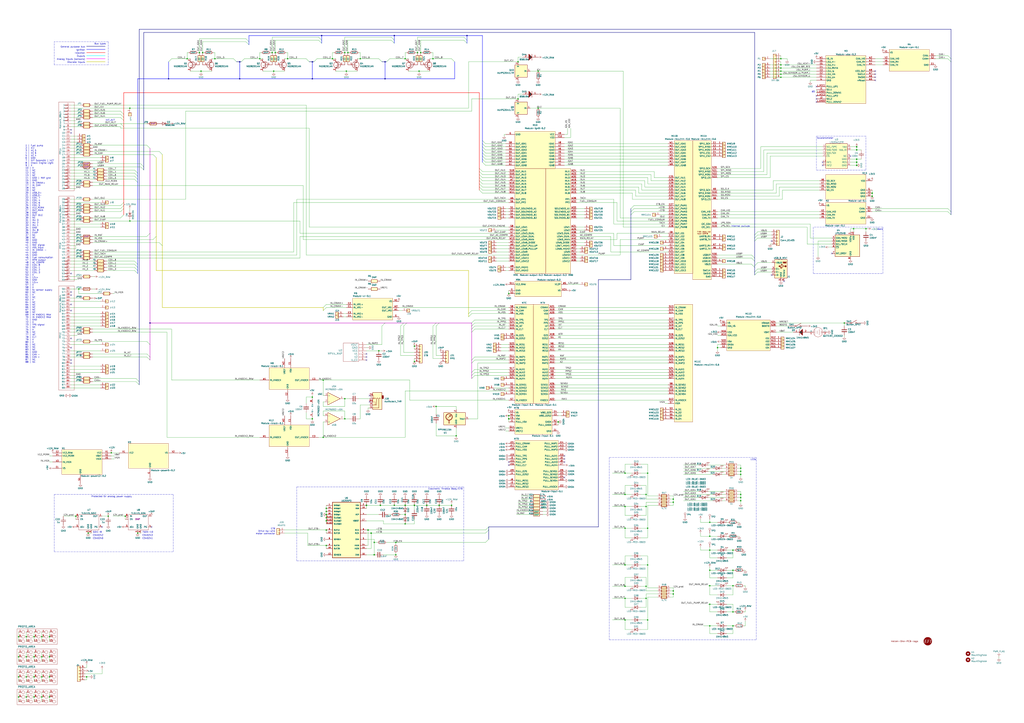
<source format=kicad_sch>
(kicad_sch (version 20231120) (generator "eeschema") (generator_version "8.0")
  (paper "A1")
  (title_block (title "Hellen88bmw") (date "2022-06-21") (rev "D") (company "andreika @ rusEFI.com") (comment 1 "modifed by filipesbp"))
  (lib_symbols
    (symbol "Amplifier_Operational:MCP6002-xSN" (pin_names (offset 0.127))
      (property "Reference" "U" (at 0 5.08 0))
      (property "Value" "MCP6002-xSN" (at 0 -5.08 0))
      (symbol "MCP6002-xSN_1_1"
        (pin output line (at 7.62 0 180) (length 2.54) (name "~") (number "1"))
        (pin input line (at -7.62 -2.54 0) (length 2.54) (name "-") (number "2"))
        (pin input line (at -7.62 2.54 0) (length 2.54) (name "+") (number "3"))
      )
      (symbol "MCP6002-xSN_2_1"
        (pin input line (at -7.62 2.54 0) (length 2.54) (name "+") (number "5"))
        (pin input line (at -7.62 -2.54 0) (length 2.54) (name "-") (number "6"))
        (pin output line (at 7.62 0 180) (length 2.54) (name "~") (number "7"))
      )
      (symbol "MCP6002-xSN_3_1"
        (pin power_in line (at -2.54 -7.62 90) (length 3.81) (name "V-") (number "4"))
        (pin power_in line (at -2.54 7.62 270) (length 3.81) (name "V+") (number "8"))
      )
    )
    (symbol "Connector:TestPoint" (pin_numbers hide) (pin_names (offset 0.762) hide)
      (property "Reference" "TP" (at 0 6.858 0))
      (property "Value" "TestPoint" (at 0 5.08 0))
      (symbol "TestPoint_1_1"
        (pin passive line (at 0 0 90) (length 2.54) (name "1") (number "1"))
      )
    )
    (symbol "Connector_Generic:Conn_01x01" (pin_names (offset 1.016) hide)
      (property "Reference" "J" (at 0 2.54 0))
      (property "Value" "Conn_01x01" (at 0 -2.54 0))
      (symbol "Conn_01x01_1_1"
        (pin passive line (at -5.08 0 0) (length 3.81) (name "Pin_1") (number "1"))
      )
    )
    (symbol "Connector_Generic:Conn_01x02" (pin_names (offset 1.016) hide)
      (property "Reference" "J" (at 0 2.54 0))
      (property "Value" "Conn_01x02" (at 0 -5.08 0))
      (symbol "Conn_01x02_1_1"
        (pin passive line (at -5.08 0 0) (length 3.81) (name "Pin_1") (number "1"))
        (pin passive line (at -5.08 -2.54 0) (length 3.81) (name "Pin_2") (number "2"))
      )
    )
    (symbol "Connector_Generic:Conn_01x04" (pin_names (offset 1.016) hide)
      (property "Reference" "J" (at 0 5.08 0))
      (property "Value" "Conn_01x04" (at 0 -7.62 0))
      (symbol "Conn_01x04_1_1"
        (pin passive line (at -5.08 2.54 0) (length 3.81) (name "Pin_1") (number "1"))
        (pin passive line (at -5.08 0 0) (length 3.81) (name "Pin_2") (number "2"))
        (pin passive line (at -5.08 -2.54 0) (length 3.81) (name "Pin_3") (number "3"))
        (pin passive line (at -5.08 -5.08 0) (length 3.81) (name "Pin_4") (number "4"))
      )
    )
    (symbol "Connector_Generic:Conn_01x05" (pin_names (offset 1.016) hide)
      (property "Reference" "J" (at 0 7.62 0))
      (property "Value" "Conn_01x05" (at 0 -7.62 0))
      (symbol "Conn_01x05_1_1"
        (pin passive line (at -5.08 5.08 0) (length 3.81) (name "Pin_1") (number "1"))
        (pin passive line (at -5.08 2.54 0) (length 3.81) (name "Pin_2") (number "2"))
        (pin passive line (at -5.08 0 0) (length 3.81) (name "Pin_3") (number "3"))
        (pin passive line (at -5.08 -2.54 0) (length 3.81) (name "Pin_4") (number "4"))
        (pin passive line (at -5.08 -5.08 0) (length 3.81) (name "Pin_5") (number "5"))
      )
    )
    (symbol "Connector_Generic:Conn_01x06" (pin_names (offset 1.016) hide)
      (property "Reference" "J" (at 0 7.62 0))
      (property "Value" "Conn_01x06" (at 0 -10.16 0))
      (symbol "Conn_01x06_1_1"
        (pin passive line (at -5.08 5.08 0) (length 3.81) (name "Pin_1") (number "1"))
        (pin passive line (at -5.08 2.54 0) (length 3.81) (name "Pin_2") (number "2"))
        (pin passive line (at -5.08 0 0) (length 3.81) (name "Pin_3") (number "3"))
        (pin passive line (at -5.08 -2.54 0) (length 3.81) (name "Pin_4") (number "4"))
        (pin passive line (at -5.08 -5.08 0) (length 3.81) (name "Pin_5") (number "5"))
        (pin passive line (at -5.08 -7.62 0) (length 3.81) (name "Pin_6") (number "6"))
      )
    )
    (symbol "Connector_Generic:Conn_01x08" (pin_names (offset 1.016) hide)
      (property "Reference" "J" (at 0 10.16 0))
      (property "Value" "Conn_01x08" (at 0 -12.7 0))
      (symbol "Conn_01x08_1_1"
        (pin passive line (at -5.08 7.62 0) (length 3.81) (name "Pin_1") (number "1"))
        (pin passive line (at -5.08 5.08 0) (length 3.81) (name "Pin_2") (number "2"))
        (pin passive line (at -5.08 2.54 0) (length 3.81) (name "Pin_3") (number "3"))
        (pin passive line (at -5.08 0 0) (length 3.81) (name "Pin_4") (number "4"))
        (pin passive line (at -5.08 -2.54 0) (length 3.81) (name "Pin_5") (number "5"))
        (pin passive line (at -5.08 -5.08 0) (length 3.81) (name "Pin_6") (number "6"))
        (pin passive line (at -5.08 -7.62 0) (length 3.81) (name "Pin_7") (number "7"))
        (pin passive line (at -5.08 -10.16 0) (length 3.81) (name "Pin_8") (number "8"))
      )
    )
    (symbol "Device:C" (pin_numbers hide) (pin_names (offset 0.254))
      (property "Reference" "C" (at 0.635 2.54 0))
      (property "Value" "C" (at 0.635 -2.54 0))
      (symbol "C_1_1"
        (pin passive line (at 0 3.81 270) (length 2.794) (name "~") (number "1"))
        (pin passive line (at 0 -3.81 90) (length 2.794) (name "~") (number "2"))
      )
    )
    (symbol "Device:D" (pin_numbers hide) (pin_names (offset 1.016) hide)
      (property "Reference" "D" (at 0 2.54 0))
      (property "Value" "D" (at 0 -2.54 0))
      (symbol "D_1_1"
        (pin passive line (at -3.81 0 0) (length 2.54) (name "K") (number "1"))
        (pin passive line (at 3.81 0 180) (length 2.54) (name "A") (number "2"))
      )
    )
    (symbol "Device:LED" (pin_numbers hide) (pin_names (offset 1.016) hide)
      (property "Reference" "D" (at 0 2.54 0))
      (property "Value" "LED" (at 0 -2.54 0))
      (symbol "LED_1_1"
        (pin passive line (at -3.81 0 0) (length 2.54) (name "K") (number "1"))
        (pin passive line (at 3.81 0 180) (length 2.54) (name "A") (number "2"))
      )
    )
    (symbol "Device:Q_NIGBT_GCE" (pin_names (offset 0) hide)
      (property "Reference" "Q" (at 5.08 1.27 0))
      (property "Value" "Q_NIGBT_GCE" (at 5.08 -1.27 0))
      (symbol "Q_NIGBT_GCE_1_1"
        (pin input line (at -5.08 0 0) (length 5.334) (name "G") (number "1"))
        (pin passive line (at 2.54 5.08 270) (length 2.54) (name "C") (number "2"))
        (pin passive line (at 2.54 -5.08 90) (length 2.54) (name "E") (number "3"))
      )
    )
    (symbol "Device:R" (pin_numbers hide) (pin_names (offset 0))
      (property "Reference" "R" (at 2.032 0 90))
      (property "Value" "R" (at 0 0 90))
      (symbol "R_1_1"
        (pin passive line (at 0 3.81 270) (length 1.27) (name "~") (number "1"))
        (pin passive line (at 0 -3.81 90) (length 1.27) (name "~") (number "2"))
      )
    )
    (symbol "Device:R_Pack04" (pin_names (offset 0) hide)
      (property "Reference" "RN" (at -7.62 0 90))
      (property "Value" "R_Pack04" (at 5.08 0 90))
      (symbol "R_Pack04_1_1"
        (pin passive line (at -5.08 -5.08 90) (length 2.54) (name "R1.1") (number "1"))
        (pin passive line (at -2.54 -5.08 90) (length 2.54) (name "R2.1") (number "2"))
        (pin passive line (at 0 -5.08 90) (length 2.54) (name "R3.1") (number "3"))
        (pin passive line (at 2.54 -5.08 90) (length 2.54) (name "R4.1") (number "4"))
        (pin passive line (at 2.54 5.08 270) (length 2.54) (name "R4.2") (number "5"))
        (pin passive line (at 0 5.08 270) (length 2.54) (name "R3.2") (number "6"))
        (pin passive line (at -2.54 5.08 270) (length 2.54) (name "R2.2") (number "7"))
        (pin passive line (at -5.08 5.08 270) (length 2.54) (name "R1.2") (number "8"))
      )
    )
    (symbol "Diode:1N4148WS" (pin_numbers hide) (pin_names (offset 1.016) hide)
      (property "Reference" "D" (at 0 2.54 0))
      (property "Value" "1N4148WS" (at 0 -2.54 0))
      (symbol "1N4148WS_1_1"
        (pin passive line (at -3.81 0 0) (length 2.54) (name "K") (number "1"))
        (pin passive line (at 3.81 0 180) (length 2.54) (name "A") (number "2"))
      )
    )
    (symbol "MPX-4_MAP:MPX4_MAP" (pin_names (offset 0.762))
      (property "Reference" "U" (at 0 10.16 0))
      (property "Value" "MPX4_MAP" (at 8.89 0 90))
      (symbol "MPX4_MAP_1_1"
        (pin passive line (at -8.89 6.35 0) (length 6.35) (name "VOUT") (number "1"))
        (pin passive line (at -8.89 3.81 0) (length 6.35) (name "GND") (number "2"))
        (pin passive line (at -8.89 1.27 0) (length 6.35) (name "VCC") (number "3"))
        (pin passive line (at -8.89 -1.27 0) (length 6.35) (name "V1") (number "4"))
        (pin passive line (at -8.89 -3.81 0) (length 6.35) (name "V2") (number "5"))
        (pin passive line (at -8.89 -6.35 0) (length 6.35) (name "V_EX") (number "6"))
      )
    )
    (symbol "Mechanical:MountingHole" (pin_names (offset 1.016))
      (property "Reference" "H" (at 0 5.08 0))
      (property "Value" "MountingHole" (at 0 3.175 0))
    )
    (symbol "Power_Management:AUIPS2041L"
      (property "Reference" "U" (at 3.81 1.27 0))
      (property "Value" "AUIPS2041L" (at 3.81 -1.27 0))
      (symbol "AUIPS2041L_1_1"
        (pin input line (at -10.16 0 0) (length 2.54) (name "IN") (number "1"))
        (pin passive line (at 0 7.62 270) (length 2.54) (name "D") (number "2"))
        (pin power_in line (at 0 -7.62 90) (length 2.54) (name "S") (number "3"))
      )
    )
    (symbol "Sensor_Pressure:LPS25HB"
      (property "Reference" "U" (at -10.16 8.89 0))
      (property "Value" "LPS25HB" (at 10.16 8.89 0))
      (symbol "LPS25HB_1_1"
        (pin power_in line (at -2.54 10.16 270) (length 2.54) (name "VDDio") (number "1"))
        (pin power_in line (at -5.08 10.16 270) (length 2.54) (name "VDD") (number "10"))
        (pin input line (at 12.7 0 180) (length 2.54) (name "SCL/SCLK") (number "2"))
        (pin passive line (at -2.54 -12.7 90) (length 2.54) hide (name "GND") (number "3"))
        (pin bidirectional line (at 12.7 5.08 180) (length 2.54) (name "SDA/MOSI") (number "4"))
        (pin bidirectional line (at 12.7 2.54 180) (length 2.54) (name "SA0/MISO") (number "5"))
        (pin input line (at 12.7 -2.54 180) (length 2.54) (name "~{CS}") (number "6"))
        (pin output line (at 12.7 -7.62 180) (length 2.54) (name "INT_DRDY") (number "7"))
        (pin power_in line (at -2.54 -12.7 90) (length 2.54) (name "GND") (number "8"))
        (pin passive line (at -2.54 -12.7 90) (length 2.54) hide (name "GND") (number "9"))
      )
    )
    (symbol "Sensor_Pressure:MPXA6115A"
      (property "Reference" "U" (at -10.16 6.35 0))
      (property "Value" "MPXA6115A" (at 1.27 6.35 0))
      (symbol "MPXA6115A_1_1"
        (pin no_connect line (at 5.08 -5.08 90) (length 2.54) hide (name "NC") (number "1"))
        (pin power_in line (at 0 7.62 270) (length 2.54) (name "Vcc") (number "2"))
        (pin power_in line (at 0 -7.62 90) (length 2.54) (name "GND") (number "3"))
        (pin output line (at 10.16 0 180) (length 2.54) (name "Vout") (number "4"))
        (pin no_connect line (at -7.62 -5.08 90) (length 2.54) hide (name "NC") (number "5"))
        (pin no_connect line (at -5.08 -5.08 90) (length 2.54) hide (name "NC") (number "6"))
        (pin no_connect line (at -2.54 -5.08 90) (length 2.54) hide (name "NC") (number "7"))
        (pin no_connect line (at 2.54 -5.08 90) (length 2.54) hide (name "NC") (number "8"))
      )
    )
    (symbol "art-electro-power:BATTERY_CR2032" (pin_names (offset 0))
      (property "Reference" "BT" (at 0 5.08 0))
      (property "Value" "BATTERY_CR2032" (at 0 -4.826 0))
      (symbol "BATTERY_CR2032_1_1"
        (pin passive line (at -7.62 0 0) (length 3.81) (name "+") (number "1"))
        (pin passive line (at 7.62 0 180) (length 3.81) (name "-") (number "2"))
      )
    )
    (symbol "hellen-one-can-0.1:Module-can-0.1"
      (property "Reference" "M" (at 0 0 0))
      (property "Value" "Module-can-0.1" (at 0 0 0))
      (symbol "Module-can-0.1_1_0"
        (pin passive line (at 38.1 -12.7 180) (length 5.08) (name "GND") (number "E1"))
        (pin passive line (at 38.1 -5.08 180) (length 5.08) (name "CANL") (number "S1"))
        (pin passive line (at 38.1 -7.62 180) (length 5.08) (name "CANH") (number "S2"))
        (pin passive line (at -5.08 -2.54 0) (length 5.08) (name "V5") (number "V1"))
        (pin passive line (at -5.08 -7.62 0) (length 5.08) (name "CAN_VIO") (number "V2"))
        (pin passive line (at -5.08 -12.7 0) (length 5.08) (name "CAN_TX") (number "V5"))
        (pin passive line (at -5.08 -10.16 0) (length 5.08) (name "CAN_RX") (number "V6"))
      )
    )
    (symbol "hellen-one-common:+12V_RAW" (power) (pin_names (offset 0))
      (property "Value" "+12V_RAW" (at 0 3.556 0))
      (symbol "+12V_RAW_1_1"
        (pin power_in line (at 0 0 90) (length 0) hide (name "+12V_RAW") (number "1"))
      )
    )
    (symbol "hellen-one-common:1N4148WS"
      (property "Reference" "D" (at 0 2.54 0))
      (property "Value" "1N4148WS" (at 0 -3.81 0))
      (symbol "1N4148WS_1_0"
        (pin passive line (at 7.62 0 180) (length 5.08) (name "K") (number "1"))
        (pin passive line (at -5.08 0 0) (length 5.08) (name "A") (number "2"))
      )
    )
    (symbol "hellen-one-common:AudioJack_THR"
      (property "Reference" "J" (at 0 8.89 0))
      (property "Value" "AudioJack_THR" (at 0 6.35 0))
      (property "LCSC" "C165947" (at 0 0 0))
      (symbol "AudioJack_THR_1_1"
        (pin passive line (at 5.08 0 180) (length 2.54) (name "~") (number "R"))
        (pin passive line (at 5.08 -2.54 180) (length 2.54) (name "~") (number "RN"))
        (pin passive line (at 5.08 2.54 180) (length 2.54) (name "~") (number "S"))
        (pin passive line (at 5.08 -5.08 180) (length 2.54) (name "~") (number "T"))
        (pin passive line (at 5.08 -7.62 180) (length 2.54) (name "~") (number "TN"))
      )
    )
    (symbol "hellen-one-common:Button_SPST" (pin_numbers hide)
      (property "Reference" "S" (at -5.08 2.54 0))
      (property "Value" "Button_SPST" (at 0 0 0))
      (symbol "Button_SPST_1_0"
        (pin passive line (at -5.08 -2.54 0) (length 5.08) (name "") (number "1"))
        (pin passive line (at 10.16 -2.54 180) (length 5.08) (name "") (number "2"))
      )
    )
    (symbol "hellen-one-common:Cap" (pin_numbers hide)
      (property "Reference" "C" (at -3.81 2.54 0))
      (property "Value" "Cap" (at -2.54 -1.27 0))
      (symbol "Cap_1_0"
        (pin passive line (at -3.81 0 0) (length 2.54) (name "") (number "1"))
        (pin passive line (at 3.81 0 180) (length 2.54) (name "") (number "2"))
      )
    )
    (symbol "hellen-one-common:Fuse-Pad-Pad" (pin_numbers hide) (pin_names (offset 0.762) hide)
      (property "Reference" "F" (at 0 2.54 0))
      (symbol "Fuse-Pad-Pad_0_1"
        (pin passive line (at -5.08 0 0) (length 2.54) (name "1") (number "1"))
        (pin passive line (at 5.08 0 180) (length 2.54) (name "2") (number "2"))
      )
    )
    (symbol "hellen-one-common:Jumper-Pad-Pad" (pin_numbers hide) (pin_names (offset 0.762) hide)
      (property "Reference" "R" (at 0 2.54 0))
      (symbol "Jumper-Pad-Pad_0_1"
        (pin passive line (at -5.08 0 0) (length 2.54) (name "1") (number "1"))
        (pin passive line (at 5.08 0 180) (length 2.54) (name "2") (number "2"))
      )
    )
    (symbol "hellen-one-common:L6205PD" (pin_names (offset 1.016))
      (property "Reference" "U" (at -10.1854 24.0538 0))
      (property "Value" "L6205PD" (at -10.1854 -25.6794 0))
      (symbol "L6205PD_0_0"
        (pin power_in line (at 17.78 20.32 180) (length 5.08) (name "GND@1") (number "1"))
        (pin power_in line (at 17.78 17.78 180) (length 5.08) (name "GND@2") (number "10"))
        (pin power_in line (at 17.78 15.24 180) (length 5.08) (name "GND@3") (number "11"))
        (pin output line (at 17.78 -2.54 180) (length 5.08) (name "OUT1B") (number "12"))
        (pin power_in line (at 17.78 -20.32 180) (length 5.08) (name "SENSEB") (number "13"))
        (pin input line (at -15.24 -12.7 0) (length 5.08) (name "IN1B") (number "14"))
        (pin input line (at -15.24 -15.24 0) (length 5.08) (name "IN2B") (number "15"))
        (pin bidirectional line (at -15.24 -20.32 0) (length 5.08) (name "ENB") (number "16"))
        (pin passive line (at -15.24 7.62 0) (length 5.08) (name "VBOOT") (number "17"))
        (pin output line (at 17.78 -15.24 180) (length 5.08) (name "OUT2B") (number "18"))
        (pin power_in line (at -15.24 17.78 0) (length 5.08) (name "VSB") (number "19"))
        (pin power_in line (at -15.24 20.32 0) (length 5.08) (name "VSA") (number "2"))
        (pin power_in line (at 17.78 12.7 180) (length 5.08) (name "GND@4") (number "20"))
        (pin output line (at 17.78 -12.7 180) (length 5.08) (name "OUT2A") (number "3"))
        (pin passive line (at -15.24 12.7 0) (length 5.08) (name "VCP") (number "4"))
        (pin bidirectional line (at -15.24 -7.62 0) (length 5.08) (name "ENA") (number "5"))
        (pin input line (at -15.24 0 0) (length 5.08) (name "IN1A") (number "6"))
        (pin input line (at -15.24 -2.54 0) (length 5.08) (name "IN2A") (number "7"))
        (pin power_in line (at 17.78 -7.62 180) (length 5.08) (name "SENSEA") (number "8"))
        (pin output line (at 17.78 0 180) (length 5.08) (name "OUT1A") (number "9"))
        (pin power_in line (at 17.78 10.16 180) (length 5.08) (name "SLUG@1") (number "SLUG1"))
        (pin power_in line (at 17.78 7.62 180) (length 5.08) (name "SLUG@2") (number "SLUG2"))
        (pin power_in line (at 17.78 5.08 180) (length 5.08) (name "SLUG@3") (number "SLUG3"))
      )
    )
    (symbol "hellen-one-common:LIS2DW12TR"
      (property "Reference" "U" (at -5.08 11.43 0))
      (property "Value" "LIS2DW12TR" (at 3.81 11.43 0))
      (symbol "LIS2DW12TR_1_1"
        (pin input line (at -10.16 7.62 0) (length 2.54) (name "SCL/SPC") (number "1"))
        (pin power_in line (at 12.7 5.08 180) (length 2.54) (name "Vdd_IO") (number "10"))
        (pin output line (at -10.16 -7.62 0) (length 2.54) (name "INT2") (number "11"))
        (pin output line (at -10.16 -5.08 0) (length 2.54) (name "INT1") (number "12"))
        (pin input line (at -10.16 0 0) (length 2.54) (name "~{CS}") (number "2"))
        (pin bidirectional line (at -10.16 5.08 0) (length 2.54) (name "SA0/SDO") (number "3"))
        (pin bidirectional line (at -10.16 2.54 0) (length 2.54) (name "SDA/SDI") (number "4"))
        (pin passive line (at 12.7 0 180) (length 2.54) (name "NC") (number "5"))
        (pin power_in line (at 12.7 -7.62 180) (length 2.54) (name "GND") (number "6"))
        (pin power_in line (at 12.7 -5.08 180) (length 2.54) (name "RES") (number "7"))
        (pin power_in line (at 12.7 -2.54 180) (length 2.54) (name "GND") (number "8"))
        (pin power_in line (at 12.7 7.62 180) (length 2.54) (name "Vdd") (number "9"))
      )
    )
    (symbol "hellen-one-common:LOGO" (pin_names (offset 1.016))
      (symbol "LOGO_0_0"
        (text "" (at 35.56 6.35 0) (effects (font (size 1.27 1.27))))
        (text "Hellen-One-PCB-logo" (at 0 0 0) (effects (font (size 1.27 1.27))))
      )
    )
    (symbol "hellen-one-common:PROTO_AREA" (pin_names (offset 1.016))
      (property "Value" "PROTO_AREA" (at 25.4 3.81 0))
      (symbol "PROTO_AREA_0_0"
        (text "" (at 35.56 6.35 0) (effects (font (size 1.27 1.27))))
      )
      (symbol "PROTO_AREA_1_1"
        (pin passive line (at 1.27 0 0) (length 2.54) (name "") (number "1"))
        (pin passive line (at 26.67 -3.81 0) (length 2.54) (name "") (number "10"))
        (pin passive line (at 1.27 -7.62 0) (length 2.54) (name "") (number "11"))
        (pin passive line (at 7.62 -7.62 0) (length 2.54) (name "") (number "12"))
        (pin passive line (at 13.97 -7.62 0) (length 2.54) (name "") (number "13"))
        (pin passive line (at 20.32 -7.62 0) (length 2.54) (name "") (number "14"))
        (pin passive line (at 26.67 -7.62 0) (length 2.54) (name "") (number "15"))
        (pin passive line (at 7.62 0 0) (length 2.54) (name "") (number "2"))
        (pin passive line (at 13.97 0 0) (length 2.54) (name "") (number "3"))
        (pin passive line (at 20.32 0 0) (length 2.54) (name "") (number "4"))
        (pin passive line (at 26.67 0 0) (length 2.54) (name "") (number "5"))
        (pin passive line (at 1.27 -3.81 0) (length 2.54) (name "") (number "6"))
        (pin passive line (at 7.62 -3.81 0) (length 2.54) (name "") (number "7"))
        (pin passive line (at 13.97 -3.81 0) (length 2.54) (name "") (number "8"))
        (pin passive line (at 20.32 -3.81 0) (length 2.54) (name "") (number "9"))
      )
    )
    (symbol "hellen-one-common:Res" (pin_numbers hide)
      (property "Reference" "R" (at 3.81 2.54 0))
      (property "Value" "Res" (at 5.08 -2.54 0))
      (symbol "Res_1_0"
        (pin passive line (at 0 0 0) (length 2.54) (name "") (number "1"))
        (pin passive line (at 10.16 0 180) (length 2.54) (name "") (number "2"))
      )
    )
    (symbol "hellen-one-common:TLS115" (pin_names (offset 1.016))
      (property "Reference" "U" (at 0.635 8.255 0))
      (property "Value" "TLS115" (at 0.635 5.9436 0))
      (symbol "TLS115_1_1"
        (pin output line (at 11.43 2.54 180) (length 2.54) (name "OUT") (number "1"))
        (pin no_connect line (at 0 0 0) (length 2.54) hide (name "~") (number "2"))
        (pin power_in line (at 0 -11.43 90) (length 2.54) (name "GND") (number "3"))
        (pin open_collector line (at 11.43 -6.35 180) (length 2.54) (name "PG") (number "4"))
        (pin input line (at -10.16 -6.35 0) (length 2.54) (name "ADJ") (number "5"))
        (pin no_connect line (at 0 -2.54 0) (length 2.54) hide (name "~") (number "6"))
        (pin input line (at -10.16 0 0) (length 2.54) (name "EN") (number "7"))
        (pin power_in line (at -10.16 2.54 0) (length 2.54) (name "IN") (number "8"))
        (pin power_in line (at 2.54 -11.43 90) (length 2.54) (name "GND") (number "9"))
      )
    )
    (symbol "hellen-one-common:USB_B_Mini" (pin_names (offset 1.016))
      (property "Reference" "J" (at -5.08 11.43 0))
      (property "Value" "USB_B_Mini" (at -5.08 8.89 0))
      (symbol "USB_B_Mini_1_1"
        (pin power_out line (at 7.62 5.08 180) (length 2.54) (name "VBUS") (number "1"))
        (pin passive line (at 7.62 -2.54 180) (length 2.54) (name "D-") (number "2"))
        (pin passive line (at 7.62 0 180) (length 2.54) (name "D+") (number "3"))
        (pin passive line (at 7.62 -5.08 180) (length 2.54) (name "ID") (number "4"))
        (pin power_out line (at 0 -10.16 90) (length 2.54) (name "GND") (number "5"))
        (pin passive line (at -2.54 -10.16 90) (length 2.54) (name "Shield") (number "6"))
      )
    )
    (symbol "hellen-one-ign8-0.2:Module-ign8-0.2"
      (property "Reference" "M" (at 0 0 0))
      (property "Value" "Module-ign8-0.2" (at 0 0 0))
      (symbol "Module-ign8-0.2_1_0"
        (pin passive line (at 40.64 -2.54 180) (length 7.62) (name "GND") (number "G"))
        (pin passive line (at 40.64 -27.94 180) (length 7.62) (name "OUT_IGN8") (number "S1"))
        (pin passive line (at 40.64 -25.4 180) (length 7.62) (name "OUT_IGN7") (number "S2"))
        (pin passive line (at 40.64 -22.86 180) (length 7.62) (name "OUT_IGN6") (number "S3"))
        (pin passive line (at 40.64 -20.32 180) (length 7.62) (name "OUT_IGN5") (number "S4"))
        (pin passive line (at 40.64 -17.78 180) (length 7.62) (name "OUT_IGN4") (number "S5"))
        (pin passive line (at 40.64 -15.24 180) (length 7.62) (name "OUT_IGN3") (number "S6"))
        (pin passive line (at 40.64 -12.7 180) (length 7.62) (name "OUT_IGN2") (number "S7"))
        (pin passive line (at 40.64 -10.16 180) (length 7.62) (name "OUT_IGN1") (number "S8"))
        (pin passive line (at -7.62 -27.94 0) (length 7.62) (name "IGN8") (number "V1"))
        (pin passive line (at -7.62 -5.08 0) (length 7.62) (name "V33") (number "V10"))
        (pin passive line (at -7.62 -25.4 0) (length 7.62) (name "IGN7") (number "V2"))
        (pin passive line (at -7.62 -22.86 0) (length 7.62) (name "IGN6") (number "V3"))
        (pin passive line (at -7.62 -20.32 0) (length 7.62) (name "IGN5") (number "V4"))
        (pin passive line (at -7.62 -17.78 0) (length 7.62) (name "IGN4") (number "V5"))
        (pin passive line (at -7.62 -15.24 0) (length 7.62) (name "IGN3") (number "V6"))
        (pin passive line (at -7.62 -12.7 0) (length 7.62) (name "IGN2") (number "V7"))
        (pin passive line (at -7.62 -10.16 0) (length 7.62) (name "IGN1") (number "V8"))
        (pin passive line (at -7.62 -2.54 0) (length 7.62) (name "VCC") (number "V9"))
      )
    )
    (symbol "hellen-one-input-0.1:Module-input-0.1"
      (property "Reference" "M" (at 0 0 0))
      (property "Value" "Module-input-0.1" (at 0 0 0))
      (symbol "Module-input-0.1_1_0"
        (pin passive line (at 17.78 -53.34 180) (length 5.08) (name "AUX1") (number "N10"))
        (pin passive line (at 17.78 -38.1 180) (length 5.08) (name "RES3") (number "N11"))
        (pin passive line (at 17.78 -48.26 180) (length 5.08) (name "MAP3") (number "N12"))
        (pin passive line (at 17.78 -45.72 180) (length 5.08) (name "MAP2") (number "N13"))
        (pin passive line (at 17.78 -43.18 180) (length 5.08) (name "MAP1") (number "N14"))
        (pin passive line (at 17.78 -17.78 180) (length 5.08) (name "IAT") (number "N15"))
        (pin passive line (at 17.78 -20.32 180) (length 5.08) (name "CLT") (number "N16"))
        (pin passive line (at 17.78 -12.7 180) (length 5.08) (name "TPS") (number "N17"))
        (pin passive line (at 17.78 -25.4 180) (length 5.08) (name "O2S") (number "N18"))
        (pin passive line (at 17.78 -5.08 180) (length 5.08) (name "CAM") (number "N19"))
        (pin passive line (at 17.78 -7.62 180) (length 5.08) (name "VSS") (number "N20"))
        (pin passive line (at 17.78 -2.54 180) (length 5.08) (name "CRANK") (number "N21"))
        (pin passive line (at 17.78 -78.74 180) (length 5.08) (name "KNOCK") (number "N22"))
        (pin passive line (at 17.78 -73.66 180) (length 5.08) (name "SENS4") (number "N23"))
        (pin passive line (at 17.78 -71.12 180) (length 5.08) (name "SENS3") (number "N24"))
        (pin passive line (at 17.78 -68.58 180) (length 5.08) (name "SENS2") (number "N25"))
        (pin passive line (at 17.78 -66.04 180) (length 5.08) (name "SENS1") (number "N26"))
        (pin passive line (at 17.78 -35.56 180) (length 5.08) (name "RES2") (number "N3"))
        (pin passive line (at 17.78 -27.94 180) (length 5.08) (name "O2S2") (number "N4"))
        (pin passive line (at 17.78 -15.24 180) (length 5.08) (name "PPS") (number "N5"))
        (pin passive line (at 17.78 -33.02 180) (length 5.08) (name "RES1") (number "N6"))
        (pin passive line (at 17.78 -60.96 180) (length 5.08) (name "AUX4") (number "N7"))
        (pin passive line (at 17.78 -58.42 180) (length 5.08) (name "AUX3") (number "N8"))
        (pin passive line (at 17.78 -55.88 180) (length 5.08) (name "AUX2") (number "N9"))
      )
      (symbol "Module-input-0.1_2_0"
        (pin passive line (at 35.56 -17.78 180) (length 5.08) (name "GND") (number "E1"))
        (pin passive line (at -5.08 -2.54 0) (length 5.08) (name "V5") (number "E2"))
        (pin passive line (at 35.56 -5.08 180) (length 5.08) (name "WBO_O2S2") (number "E3"))
        (pin passive line (at 35.56 -2.54 180) (length 5.08) (name "WBO_O2S") (number "E4"))
        (pin passive line (at -5.08 -7.62 0) (length 5.08) (name "V5A") (number "E5"))
        (pin passive line (at -5.08 -10.16 0) (length 5.08) (name "PULL_V5A") (number "J1"))
        (pin passive line (at 35.56 -12.7 180) (length 5.08) (name "PULL_GNDA") (number "J2"))
        (pin passive line (at -5.08 -5.08 0) (length 5.08) (name "V5A") (number "N1"))
        (pin passive line (at 35.56 -10.16 180) (length 5.08) (name "GNDA") (number "N2"))
        (pin passive line (at -5.08 -17.78 0) (length 5.08) (name "VREF2") (number "S13"))
        (pin passive line (at -5.08 -15.24 0) (length 5.08) (name "VREF1") (number "S14"))
      )
      (symbol "Module-input-0.1_3_0"
        (pin passive line (at -5.08 -66.04 0) (length 5.08) (name "IN_SENS1") (number "S1"))
        (pin passive line (at -5.08 -12.7 0) (length 5.08) (name "IN_TPS") (number "S10"))
        (pin passive line (at -5.08 -43.18 0) (length 5.08) (name "IN_MAP1") (number "S11"))
        (pin passive line (at -5.08 -45.72 0) (length 5.08) (name "IN_MAP2") (number "S12"))
        (pin passive line (at -5.08 -20.32 0) (length 5.08) (name "IN_CLT") (number "S15"))
        (pin passive line (at -5.08 -17.78 0) (length 5.08) (name "IN_IAT") (number "S16"))
        (pin passive line (at -5.08 -53.34 0) (length 5.08) (name "IN_AUX1") (number "S17"))
        (pin passive line (at -5.08 -55.88 0) (length 5.08) (name "IN_AUX2") (number "S18"))
        (pin passive line (at -5.08 -48.26 0) (length 5.08) (name "IN_MAP3") (number "S19"))
        (pin passive line (at -5.08 -68.58 0) (length 5.08) (name "IN_SENS2") (number "S2"))
        (pin passive line (at -5.08 -58.42 0) (length 5.08) (name "IN_AUX3") (number "S20"))
        (pin passive line (at -5.08 -60.96 0) (length 5.08) (name "IN_AUX4") (number "S21"))
        (pin passive line (at -5.08 -38.1 0) (length 5.08) (name "IN_RES3") (number "S22"))
        (pin passive line (at -5.08 -33.02 0) (length 5.08) (name "IN_RES1") (number "S23"))
        (pin passive line (at -5.08 -15.24 0) (length 5.08) (name "IN_PPS") (number "S24"))
        (pin passive line (at -5.08 -27.94 0) (length 5.08) (name "IN_O2S2") (number "S25"))
        (pin passive line (at -5.08 -35.56 0) (length 5.08) (name "IN_RES2") (number "S26"))
        (pin passive line (at -5.08 -71.12 0) (length 5.08) (name "IN_SENS3") (number "S3"))
        (pin passive line (at -5.08 -73.66 0) (length 5.08) (name "IN_SENS4") (number "S4"))
        (pin passive line (at -5.08 -5.08 0) (length 5.08) (name "IN_CAM") (number "S5"))
        (pin passive line (at -5.08 -7.62 0) (length 5.08) (name "IN_VSS") (number "S6"))
        (pin passive line (at -5.08 -78.74 0) (length 5.08) (name "IN_KNOCK") (number "S7"))
        (pin passive line (at -5.08 -2.54 0) (length 5.08) (name "IN_CRANK") (number "S8"))
        (pin passive line (at -5.08 -25.4 0) (length 5.08) (name "IN_O2S") (number "S9"))
      )
      (symbol "Module-input-0.1_4_0"
        (pin passive line (at 40.64 -12.7 180) (length 5.08) (name "PULL_AUX1") (number "J10"))
        (pin passive line (at -5.08 -38.1 0) (length 5.08) (name "PULL_RES3") (number "J11"))
        (pin passive line (at 40.64 -7.62 180) (length 5.08) (name "PULL_MAP3") (number "J12"))
        (pin passive line (at 40.64 -5.08 180) (length 5.08) (name "PULL_MAP2") (number "J13"))
        (pin passive line (at 40.64 -2.54 180) (length 5.08) (name "PULL_MAP1") (number "J14"))
        (pin passive line (at -5.08 -17.78 0) (length 5.08) (name "PULL_IAT") (number "J15"))
        (pin passive line (at -5.08 -20.32 0) (length 5.08) (name "PULL_CLT") (number "J16"))
        (pin passive line (at -5.08 -5.08 0) (length 5.08) (name "PULL_CAM") (number "J17"))
        (pin passive line (at -5.08 -7.62 0) (length 5.08) (name "PULL_VSS") (number "J18"))
        (pin passive line (at -5.08 -12.7 0) (length 5.08) (name "PULL_TPS") (number "J19"))
        (pin passive line (at -5.08 -25.4 0) (length 5.08) (name "PULL_O2S") (number "J20"))
        (pin passive line (at -5.08 -2.54 0) (length 5.08) (name "PULL_CRANK") (number "J21"))
        (pin passive line (at 40.64 -38.1 180) (length 5.08) (name "PULL_KNOCK") (number "J22"))
        (pin passive line (at 40.64 -33.02 180) (length 5.08) (name "PULL_SENS4") (number "J23"))
        (pin passive line (at 40.64 -30.48 180) (length 5.08) (name "PULL_SENS3") (number "J24"))
        (pin passive line (at 40.64 -27.94 180) (length 5.08) (name "PULL_SENS2") (number "J25"))
        (pin passive line (at 40.64 -25.4 180) (length 5.08) (name "PULL_SENS1") (number "J26"))
        (pin passive line (at -5.08 -35.56 0) (length 5.08) (name "PULL_RES2") (number "J3"))
        (pin passive line (at -5.08 -27.94 0) (length 5.08) (name "PULL_O2S2") (number "J4"))
        (pin passive line (at -5.08 -15.24 0) (length 5.08) (name "PULL_PPS") (number "J5"))
        (pin passive line (at -5.08 -33.02 0) (length 5.08) (name "PULL_RES1") (number "J6"))
        (pin passive line (at 40.64 -20.32 180) (length 5.08) (name "PULL_AUX4") (number "J7"))
        (pin passive line (at 40.64 -17.78 180) (length 5.08) (name "PULL_AUX3") (number "J8"))
        (pin passive line (at 40.64 -15.24 180) (length 5.08) (name "PULL_AUX2") (number "J9"))
      )
    )
    (symbol "hellen-one-knock-0.1:Module-knock-0.1"
      (property "Reference" "M" (at 0 0 0))
      (property "Value" "Module-knock-0.1" (at 0 0 0))
      (symbol "Module-knock-0.1_1_0"
        (pin passive line (at 17.78 7.62 270) (length 7.62) (name "V5A") (number "E1"))
        (pin passive line (at 15.24 -25.4 90) (length 7.62) (name "GND") (number "E2"))
        (pin passive line (at 40.64 -10.16 180) (length 7.62) (name "OUT_KNOCK") (number "E3"))
        (pin passive line (at -7.62 -10.16 0) (length 7.62) (name "IN_KNOCK") (number "W1"))
        (pin passive line (at 12.7 7.62 270) (length 7.62) (name "VREF") (number "W2"))
      )
    )
    (symbol "hellen-one-mcu-0.6:Module-mcu-0.6"
      (property "Reference" "M" (at 0 0 0))
      (property "Value" "Module-mcu-0.6" (at 0 0 0))
      (symbol "Module-mcu-0.6_1_0"
        (text "F40x does not" (at 3.556 -74.93 0) (effects (font (size 1 1)) (justify left)))
        (text "have UART8" (at 3.556 -76.454 0) (effects (font (size 1 1)) (justify left)))
        (pin passive line (at 20.32 -2.54 180) (length 5.08) (name "SPI1_SCK") (number "E1"))
        (pin passive line (at 20.32 -5.08 180) (length 5.08) (name "SPI1_MISO") (number "E2"))
        (pin passive line (at 20.32 -7.62 180) (length 5.08) (name "SPI1_MOSI") (number "E3"))
        (pin passive line (at 20.32 -10.16 180) (length 5.08) (name "SPI1_CS1") (number "E4"))
        (pin passive line (at 20.32 -12.7 180) (length 5.08) (name "SPI1_CS2") (number "E5"))
        (pin passive line (at 20.32 -58.42 180) (length 5.08) (name "CAN_VIO") (number "N1"))
        (pin passive line (at 20.32 -43.18 180) (length 5.08) (name "SPI3_MISO") (number "N10"))
        (pin passive line (at 20.32 -45.72 180) (length 5.08) (name "SPI3_MOSI") (number "N11"))
        (pin passive line (at 20.32 -68.58 180) (length 5.08) (name "I2C_SDA") (number "N18"))
        (pin passive line (at 20.32 -71.12 180) (length 5.08) (name "I2C_SCL") (number "N19"))
        (pin passive line (at 20.32 -60.96 180) (length 5.08) (name "CAN_RX") (number "N2"))
        (pin passive line (at 20.32 -22.86 180) (length 5.08) (name "SPI2_SCK") (number "N20"))
        (pin passive line (at 20.32 -25.4 180) (length 5.08) (name "SPI2_MISO") (number "N21"))
        (pin passive line (at 20.32 -27.94 180) (length 5.08) (name "SPI2_MOSI") (number "N22"))
        (pin passive line (at 20.32 -30.48 180) (length 5.08) (name "SPI2_CS") (number "N23"))
        (pin passive line (at 20.32 -106.68 180) (length 5.08) (name "SWCLK") (number "N25"))
        (pin passive line (at 20.32 -109.22 180) (length 5.08) (name "SWDIO") (number "N26"))
        (pin passive line (at 20.32 -111.76 180) (length 5.08) (name "SWO") (number "N27"))
        (pin passive line (at 20.32 -101.6 180) (length 5.08) (name "VBUS") (number "N29"))
        (pin passive line (at 20.32 -63.5 180) (length 5.08) (name "CAN_TX") (number "N3"))
        (pin passive line (at 20.32 -93.98 180) (length 5.08) (name "USB1P") (number "N30"))
        (pin passive line (at 20.32 -96.52 180) (length 5.08) (name "USB1M") (number "N31"))
        (pin passive line (at 20.32 -99.06 180) (length 5.08) (name "USB1ID") (number "N32"))
        (pin passive line (at 20.32 -81.28 180) (length 5.08) (name "UART8_TX") (number "N4"))
        (pin passive line (at 20.32 -78.74 180) (length 5.08) (name "UART8_RX") (number "N5"))
        (pin passive line (at 20.32 -88.9 180) (length 5.08) (name "UART2_TX") (number "N6"))
        (pin passive line (at 20.32 -86.36 180) (length 5.08) (name "UART2_RX") (number "N7"))
        (pin passive line (at 20.32 -48.26 180) (length 5.08) (name "SPI3_CS") (number "N8"))
        (pin passive line (at 20.32 -40.64 180) (length 5.08) (name "SPI3_SCK") (number "N9"))
      )
      (symbol "Module-mcu-0.6_2_0"
        (pin passive line (at 20.32 -99.06 180) (length 5.08) (name "OUT_IO10") (number "E10"))
        (pin passive line (at 20.32 -96.52 180) (length 5.08) (name "OUT_IO9") (number "E11"))
        (pin passive line (at 20.32 -78.74 180) (length 5.08) (name "OUT_IO2") (number "E12"))
        (pin passive line (at 20.32 -104.14 180) (length 5.08) (name "OUT_IO12") (number "E13"))
        (pin passive line (at 20.32 -55.88 180) (length 5.08) (name "OUT_PWM2") (number "E14"))
        (pin passive line (at 20.32 -58.42 180) (length 5.08) (name "OUT_PWM3") (number "E15"))
        (pin passive line (at 20.32 -60.96 180) (length 5.08) (name "OUT_PWM4") (number "E16"))
        (pin passive line (at 20.32 -63.5 180) (length 5.08) (name "OUT_PWM5") (number "E17"))
        (pin passive line (at 20.32 -66.04 180) (length 5.08) (name "OUT_PWM6") (number "E18"))
        (pin passive line (at 20.32 -68.58 180) (length 5.08) (name "OUT_PWM7") (number "E19"))
        (pin passive line (at 20.32 -101.6 180) (length 5.08) (name "OUT_IO11") (number "E20"))
        (pin passive line (at 20.32 -91.44 180) (length 5.08) (name "OUT_IO7") (number "E21"))
        (pin passive line (at 20.32 -93.98 180) (length 5.08) (name "OUT_IO8") (number "E22"))
        (pin passive line (at 20.32 -83.82 180) (length 5.08) (name "OUT_IO4") (number "E23"))
        (pin passive line (at 20.32 -106.68 180) (length 5.08) (name "OUT_IO13") (number "E24"))
        (pin passive line (at 20.32 -30.48 180) (length 5.08) (name "OUT_INJ1") (number "E25"))
        (pin passive line (at 20.32 -33.02 180) (length 5.08) (name "OUT_INJ2") (number "E26"))
        (pin passive line (at 20.32 -53.34 180) (length 5.08) (name "OUT_PWM1") (number "E27"))
        (pin passive line (at 20.32 -71.12 180) (length 5.08) (name "OUT_PWM8") (number "E28"))
        (pin passive line (at 20.32 -35.56 180) (length 5.08) (name "OUT_INJ3") (number "E29"))
        (pin passive line (at 20.32 -38.1 180) (length 5.08) (name "OUT_INJ4") (number "E30"))
        (pin passive line (at 20.32 -40.64 180) (length 5.08) (name "OUT_INJ5") (number "E31"))
        (pin passive line (at 20.32 -43.18 180) (length 5.08) (name "OUT_INJ6") (number "E32"))
        (pin passive line (at 20.32 -45.72 180) (length 5.08) (name "OUT_INJ7") (number "E33"))
        (pin passive line (at 20.32 -48.26 180) (length 5.08) (name "OUT_INJ8") (number "E34"))
        (pin passive line (at 20.32 -81.28 180) (length 5.08) (name "OUT_IO3") (number "E6"))
        (pin passive line (at 20.32 -86.36 180) (length 5.08) (name "OUT_IO5") (number "E7"))
        (pin passive line (at 20.32 -76.2 180) (length 5.08) (name "OUT_IO1") (number "E8"))
        (pin passive line (at 20.32 -88.9 180) (length 5.08) (name "OUT_IO6") (number "E9"))
        (pin passive line (at 20.32 -2.54 180) (length 5.08) (name "OUT_IGN1") (number "W1"))
        (pin passive line (at 20.32 -5.08 180) (length 5.08) (name "OUT_IGN2") (number "W2"))
        (pin passive line (at 20.32 -7.62 180) (length 5.08) (name "OUT_IGN3") (number "W3"))
        (pin passive line (at 20.32 -10.16 180) (length 5.08) (name "OUT_IGN4") (number "W4"))
        (pin passive line (at 20.32 -12.7 180) (length 5.08) (name "OUT_IGN5") (number "W5"))
        (pin passive line (at 20.32 -15.24 180) (length 5.08) (name "OUT_IGN6") (number "W6"))
        (pin passive line (at 20.32 -17.78 180) (length 5.08) (name "OUT_IGN7") (number "W7"))
        (pin passive line (at 20.32 -20.32 180) (length 5.08) (name "OUT_IGN8") (number "W8"))
      )
      (symbol "Module-mcu-0.6_3_0"
        (pin passive line (at -5.08 -71.12 0) (length 5.08) (name "IN_SENS3") (number "S10"))
        (pin passive line (at -5.08 -73.66 0) (length 5.08) (name "IN_SENS4") (number "S11"))
        (pin passive line (at -5.08 -78.74 0) (length 5.08) (name "IN_KNOCK") (number "S12"))
        (pin passive line (at -5.08 -2.54 0) (length 5.08) (name "IN_CRANK") (number "S13"))
        (pin passive line (at -5.08 -7.62 0) (length 5.08) (name "IN_VSS") (number "S14"))
        (pin passive line (at -5.08 -5.08 0) (length 5.08) (name "IN_CAM") (number "S15"))
        (pin passive line (at -5.08 -25.4 0) (length 5.08) (name "IN_O2S") (number "S16"))
        (pin passive line (at -5.08 -12.7 0) (length 5.08) (name "IN_TPS") (number "S17"))
        (pin passive line (at -5.08 -20.32 0) (length 5.08) (name "IN_CLT") (number "S18"))
        (pin passive line (at -5.08 -17.78 0) (length 5.08) (name "IN_IAT") (number "S19"))
        (pin passive line (at -5.08 -43.18 0) (length 5.08) (name "IN_MAP1") (number "S20"))
        (pin passive line (at -5.08 -45.72 0) (length 5.08) (name "IN_MAP2") (number "S21"))
        (pin passive line (at -5.08 -48.26 0) (length 5.08) (name "IN_MAP3") (number "S22"))
        (pin passive line (at -5.08 -38.1 0) (length 5.08) (name "IN_RES3") (number "S23"))
        (pin passive line (at -5.08 -53.34 0) (length 5.08) (name "IN_AUX1") (number "S24"))
        (pin passive line (at -5.08 -55.88 0) (length 5.08) (name "IN_AUX2") (number "S25"))
        (pin passive line (at -5.08 -58.42 0) (length 5.08) (name "IN_AUX3") (number "S26"))
        (pin passive line (at -5.08 -60.96 0) (length 5.08) (name "IN_AUX4") (number "S27"))
        (pin passive line (at -5.08 -33.02 0) (length 5.08) (name "IN_RES1") (number "S28"))
        (pin passive line (at -5.08 -15.24 0) (length 5.08) (name "IN_PPS") (number "S29"))
        (pin passive line (at -5.08 -86.36 0) (length 5.08) (name "IN_D1") (number "S3"))
        (pin passive line (at -5.08 -27.94 0) (length 5.08) (name "IN_O2S2") (number "S30"))
        (pin passive line (at -5.08 -35.56 0) (length 5.08) (name "IN_RES2") (number "S31"))
        (pin passive line (at -5.08 -88.9 0) (length 5.08) (name "IN_D2") (number "S4"))
        (pin passive line (at -5.08 -91.44 0) (length 5.08) (name "IN_D3") (number "S5"))
        (pin passive line (at -5.08 -93.98 0) (length 5.08) (name "IN_D4") (number "S6"))
        (pin passive line (at -5.08 -81.28 0) (length 5.08) (name "VIGN") (number "S7"))
        (pin passive line (at -5.08 -66.04 0) (length 5.08) (name "IN_SENS1") (number "S8"))
        (pin passive line (at -5.08 -68.58 0) (length 5.08) (name "IN_SENS2") (number "S9"))
      )
      (symbol "Module-mcu-0.6_4_0"
        (pin passive line (at 40.64 -15.24 180) (length 5.08) (name "IO1") (number "N12"))
        (pin passive line (at 40.64 -17.78 180) (length 5.08) (name "IO2") (number "N13"))
        (pin passive line (at 40.64 -20.32 180) (length 5.08) (name "IO3") (number "N14"))
        (pin passive line (at 40.64 -22.86 180) (length 5.08) (name "IO4") (number "N15"))
        (pin passive line (at -5.08 -10.16 0) (length 5.08) (name "V33") (number "N16"))
        (pin passive line (at 40.64 -10.16 180) (length 5.08) (name "VBAT") (number "N17"))
        (pin passive line (at 40.64 -2.54 180) (length 5.08) (name "nReset") (number "N24"))
        (pin passive line (at 40.64 -5.08 180) (length 5.08) (name "BOOT0") (number "N28"))
        (pin passive line (at -5.08 -2.54 0) (length 5.08) (name "V5") (number "S1"))
        (pin passive line (at -5.08 -22.86 0) (length 5.08) (name "GND") (number "S2"))
        (pin passive line (at -5.08 -20.32 0) (length 5.08) (name "GNDA") (number "S32"))
        (pin passive line (at -5.08 -17.78 0) (length 5.08) (name "V5A") (number "S33"))
        (pin passive line (at -5.08 -12.7 0) (length 5.08) (name "IGN_V33") (number "W10"))
        (pin passive line (at -5.08 -5.08 0) (length 5.08) (name "IGN_V5") (number "W9"))
      )
    )
    (symbol "hellen-one-output-0.3:Module-output-0.3"
      (property "Reference" "M" (at 0 0 0))
      (property "Value" "Module-output-0.3" (at 0 0 0))
      (symbol "Module-output-0.3_1_0"
        (pin passive line (at -5.08 -7.62 0) (length 5.08) (name "GND") (number "G"))
        (pin passive line (at -5.08 -2.54 0) (length 5.08) (name "V12_RAW") (number "S11"))
        (pin passive line (at -5.08 -10.16 0) (length 5.08) (name "GND") (number "S3"))
        (pin passive line (at 43.18 -7.62 180) (length 5.08) (name "V5") (number "W14"))
        (pin passive line (at 43.18 -2.54 180) (length 5.08) (name "V12P") (number "W5"))
      )
      (symbol "Module-output-0.3_2_0"
        (pin passive line (at -5.08 -20.32 0) (length 5.08) (name "INJ8") (number "W15"))
        (pin passive line (at -5.08 -17.78 0) (length 5.08) (name "INJ7") (number "W16"))
        (pin passive line (at -5.08 -15.24 0) (length 5.08) (name "INJ6") (number "W17"))
        (pin passive line (at -5.08 -12.7 0) (length 5.08) (name "INJ5") (number "W18"))
        (pin passive line (at -5.08 -10.16 0) (length 5.08) (name "INJ4") (number "W19"))
        (pin passive line (at -5.08 -7.62 0) (length 5.08) (name "INJ3") (number "W20"))
        (pin passive line (at -5.08 -48.26 0) (length 5.08) (name "LOW1") (number "W21"))
        (pin passive line (at -5.08 -27.94 0) (length 5.08) (name "PP2") (number "W22"))
        (pin passive line (at -5.08 -5.08 0) (length 5.08) (name "INJ2") (number "W23"))
        (pin passive line (at -5.08 -2.54 0) (length 5.08) (name "INJ1") (number "W24"))
        (pin passive line (at -5.08 -60.96 0) (length 5.08) (name "LOW6_DIODE") (number "W25"))
        (pin passive line (at -5.08 -71.12 0) (length 5.08) (name "LOW10") (number "W26"))
        (pin passive line (at -5.08 -68.58 0) (length 5.08) (name "LOW9") (number "W27"))
        (pin passive line (at -5.08 -25.4 0) (length 5.08) (name "PP1") (number "W28"))
        (pin passive line (at -5.08 -50.8 0) (length 5.08) (name "LOW2") (number "W29"))
        (pin passive line (at -5.08 -40.64 0) (length 5.08) (name "SOLENOID_B2") (number "W30"))
        (pin passive line (at -5.08 -38.1 0) (length 5.08) (name "SOLENOID_B1") (number "W31"))
        (pin passive line (at -5.08 -35.56 0) (length 5.08) (name "SOLENOID_A2") (number "W32"))
        (pin passive line (at -5.08 -33.02 0) (length 5.08) (name "SOLENOID_A1") (number "W33"))
        (pin passive line (at -5.08 -55.88 0) (length 5.08) (name "LOW4_DUAL") (number "W34"))
        (pin passive line (at -5.08 -73.66 0) (length 5.08) (name "LOW11") (number "W35"))
        (pin passive line (at -5.08 -76.2 0) (length 5.08) (name "LOW12") (number "W36"))
        (pin passive line (at -5.08 -66.04 0) (length 5.08) (name "LOW8_HIGH2") (number "W37"))
        (pin passive line (at -5.08 -53.34 0) (length 5.08) (name "LOW3_DUAL") (number "W38"))
        (pin passive line (at -5.08 -63.5 0) (length 5.08) (name "LOW7_HIGH1") (number "W39"))
        (pin passive line (at -5.08 -58.42 0) (length 5.08) (name "LOW5_MAIN") (number "W40"))
      )
      (symbol "Module-output-0.3_3_0"
        (pin passive line (at 30.48 -33.02 180) (length 5.08) (name "OUT_SOLENOID_A1") (number "S1"))
        (pin passive line (at 30.48 -73.66 180) (length 5.08) (name "OUT_LOW11") (number "S10"))
        (pin passive line (at 30.48 -66.04 180) (length 5.08) (name "OUT_LOW8_PULLUP") (number "S12"))
        (pin passive line (at 30.48 -76.2 180) (length 5.08) (name "OUT_LOW12") (number "S13"))
        (pin passive line (at 30.48 -68.58 180) (length 5.08) (name "OUT_LOW9") (number "S14"))
        (pin passive line (at 30.48 -15.24 180) (length 5.08) (name "OUT_INJ6") (number "S15"))
        (pin passive line (at 30.48 -5.08 180) (length 5.08) (name "OUT_INJ2") (number "S16"))
        (pin passive line (at 30.48 -7.62 180) (length 5.08) (name "OUT_INJ3") (number "S17"))
        (pin passive line (at 30.48 -2.54 180) (length 5.08) (name "OUT_INJ1") (number "S18"))
        (pin passive line (at 30.48 -35.56 180) (length 5.08) (name "OUT_SOLENOID_A2") (number "S2"))
        (pin passive line (at 30.48 -38.1 180) (length 5.08) (name "OUT_SOLENOID_B1") (number "S4"))
        (pin passive line (at 30.48 -40.64 180) (length 5.08) (name "OUT_SOLENOID_B2") (number "S5"))
        (pin passive line (at 30.48 -27.94 180) (length 5.08) (name "OUT_PP2") (number "S6"))
        (pin passive line (at 30.48 -53.34 180) (length 5.08) (name "OUT_LOW3_DUAL") (number "S7"))
        (pin passive line (at 30.48 -48.26 180) (length 5.08) (name "OUT_LOW1") (number "S8"))
        (pin passive line (at 30.48 -83.82 180) (length 5.08) (name "OUT_HIGH2") (number "S9"))
        (pin passive line (at 30.48 -50.8 180) (length 5.08) (name "OUT_LOW2") (number "W1"))
        (pin passive line (at 30.48 -12.7 180) (length 5.08) (name "OUT_INJ5") (number "W10"))
        (pin passive line (at 30.48 -20.32 180) (length 5.08) (name "OUT_INJ8") (number "W11"))
        (pin passive line (at 30.48 -17.78 180) (length 5.08) (name "OUT_INJ7") (number "W12"))
        (pin passive line (at 30.48 -58.42 180) (length 5.08) (name "OUT_LOW5_MAIN") (number "W13"))
        (pin passive line (at 30.48 -71.12 180) (length 5.08) (name "OUT_LOW10") (number "W2"))
        (pin passive line (at 30.48 -60.96 180) (length 5.08) (name "OUT_LOW6_DIODE") (number "W3"))
        (pin passive line (at 30.48 -55.88 180) (length 5.08) (name "OUT_LOW4_DUAL") (number "W4"))
        (pin passive line (at 30.48 -25.4 180) (length 5.08) (name "OUT_PP1") (number "W6"))
        (pin passive line (at 30.48 -10.16 180) (length 5.08) (name "OUT_INJ4") (number "W7"))
        (pin passive line (at 30.48 -81.28 180) (length 5.08) (name "OUT_HIGH1") (number "W8"))
        (pin passive line (at 30.48 -63.5 180) (length 5.08) (name "OUT_LOW7_PULLUP") (number "W9"))
      )
    )
    (symbol "hellen-one-power12-0.2:Module-power12-0.2"
      (property "Reference" "M" (at 0 0 0))
      (property "Value" "Module-power12-0.2" (at 0 0 0))
      (symbol "Module-power12-0.2_1_0"
        (pin passive line (at -7.62 -15.24 0) (length 7.62) (name "V5") (number "E1"))
        (pin passive line (at -7.62 -2.54 0) (length 7.62) (name "V12_RAW") (number "E2"))
        (pin passive line (at 15.24 -27.94 90) (length 7.62) (name "GND") (number "S1"))
        (pin passive line (at 40.64 -2.54 180) (length 7.62) (name "V12") (number "V1"))
        (pin passive line (at 40.64 -5.08 180) (length 7.62) (name "VBAT") (number "V2"))
        (pin passive line (at -7.62 -10.16 0) (length 7.62) (name "IN_VIGN") (number "V3"))
        (pin passive line (at -7.62 -5.08 0) (length 7.62) (name "V12_PERM") (number "V4"))
        (pin passive line (at 40.64 -7.62 180) (length 7.62) (name "VIGN") (number "V5"))
      )
    )
    (symbol "hellen-one-power5-0.2:Module-power5-0.2"
      (property "Reference" "M" (at 0 0 0))
      (property "Value" "Module-power5-0.2" (at 0 0 0))
      (symbol "Module-power5-0.2_1_0"
        (pin passive line (at 17.78 -27.94 90) (length 7.62) (name "GND") (number "G"))
        (pin passive line (at -7.62 -7.62 0) (length 7.62) (name "V12") (number "V1"))
        (pin passive line (at 40.64 -7.62 180) (length 7.62) (name "V5") (number "V2"))
      )
    )
    (symbol "hellen-one-sd-0.1:Module-sd-0.1"
      (property "Reference" "M" (at 0 0 0))
      (property "Value" "Module-sd-0.1" (at 0 0 0))
      (symbol "Module-sd-0.1_1_0"
        (pin passive line (at 38.1 -12.7 180) (length 5.08) (name "GND") (number "G"))
        (pin passive line (at 38.1 -5.08 180) (length 5.08) (name "V33") (number "V1"))
        (pin passive line (at 38.1 -17.78 180) (length 5.08) (name "GND") (number "V2"))
        (pin passive line (at 38.1 -15.24 180) (length 5.08) (name "GND") (number "V3"))
        (pin passive line (at -5.08 -12.7 0) (length 5.08) (name "SD_CS") (number "V4"))
        (pin passive line (at -5.08 -10.16 0) (length 5.08) (name "SD_MOSI") (number "V5"))
        (pin passive line (at -5.08 -5.08 0) (length 5.08) (name "SD_SCK") (number "V6"))
        (pin passive line (at -5.08 -7.62 0) (length 5.08) (name "SD_MISO") (number "V7"))
      )
    )
    (symbol "hellen-one-vr-0.1:Module-vr-0.1"
      (property "Reference" "M" (at 0 0 0))
      (property "Value" "Module-vr-0.1" (at 0 0 0))
      (symbol "Module-vr-0.1_1_0"
        (pin passive line (at -5.08 -7.62 0) (length 5.08) (name "IN_VR1-") (number "E1"))
        (pin passive line (at -5.08 -5.08 0) (length 5.08) (name "IN_VR1+") (number "E2"))
        (pin passive line (at -5.08 -12.7 0) (length 5.08) (name "IN_VR2+") (number "E3"))
        (pin passive line (at -5.08 -15.24 0) (length 5.08) (name "IN_VR2-") (number "E4"))
        (pin passive line (at 38.1 -15.24 180) (length 5.08) (name "GND") (number "G"))
        (pin passive line (at 38.1 -2.54 180) (length 5.08) (name "V5") (number "N1"))
        (pin passive line (at 38.1 -10.16 180) (length 5.08) (name "OUT_VR2") (number "W1"))
        (pin passive line (at 38.1 -7.62 180) (length 5.08) (name "OUT_VR1") (number "W2"))
      )
    )
    (symbol "hellen-one-wbo-0.3:Module-wbo-0.3"
      (property "Reference" "M" (at 1.27 1.27 0))
      (property "Value" "Module-wbo-0.3" (at 8.89 -40.64 0))
      (symbol "Module-wbo-0.3_1_0"
        (pin passive line (at 40.64 -17.78 180) (length 7.62) (name "LSU_Un") (number "E1"))
        (pin passive line (at 40.64 -15.24 180) (length 7.62) (name "LSU_Vm") (number "E2"))
        (pin passive line (at 40.64 -12.7 180) (length 7.62) (name "LSU_Ip") (number "E3"))
        (pin passive line (at 40.64 -10.16 180) (length 7.62) (name "LSU_Rtrim") (number "E4"))
        (pin passive line (at 40.64 -7.62 180) (length 7.62) (name "LSU_H+") (number "E5"))
        (pin passive line (at 40.64 -5.08 180) (length 7.62) (name "LSU_H-") (number "E6"))
        (pin passive line (at 40.64 -20.32 180) (length 7.62) (name "GND") (number "G"))
        (pin passive line (at 40.64 -27.94 180) (length 7.62) (name "SEL1") (number "J1"))
        (pin passive line (at 40.64 -35.56 180) (length 7.62) (name "SEL2") (number "J2"))
        (pin passive line (at 40.64 -30.48 180) (length 7.62) (name "PULL_DOWN1") (number "J_GND1"))
        (pin passive line (at 40.64 -38.1 180) (length 7.62) (name "PULL_DOWN2") (number "J_GND2"))
        (pin passive line (at 40.64 -25.4 180) (length 7.62) (name "PULL_UP1") (number "J_VCC1"))
        (pin passive line (at 40.64 -33.02 180) (length 7.62) (name "PULL_UP2") (number "J_VCC2"))
        (pin passive line (at 40.64 -2.54 180) (length 7.62) (name "V5_IN") (number "W1"))
        (pin passive line (at -7.62 -2.54 0) (length 7.62) (name "CAN_VIO") (number "W2"))
        (pin passive line (at -7.62 -5.08 0) (length 7.62) (name "CAN_RX") (number "W3"))
        (pin passive line (at -7.62 -7.62 0) (length 7.62) (name "CAN_TX") (number "W4"))
        (pin passive line (at -7.62 -20.32 0) (length 7.62) (name "nReset") (number "W5"))
        (pin passive line (at -7.62 -17.78 0) (length 7.62) (name "SWDIO") (number "W6"))
        (pin passive line (at -7.62 -15.24 0) (length 7.62) (name "SWCLK") (number "W7"))
        (pin passive line (at -7.62 -12.7 0) (length 7.62) (name "V33_OUT") (number "W8"))
      )
    )
    (symbol "logo:LOGO" (pin_names (offset 1.016)))
    (symbol "motronic_88pin_STS:Motronic_88pin" (pin_names (offset 0.0254))
      (property "Reference" "*ref" (at 38.1 8.89 0))
      (property "Value" "Motronic_88pin" (at 12.065 8.89 0))
      (symbol "Motronic_88pin_1_1"
        (pin passive line (at 0 0 90) (length 5.08) (name "1") (number "1"))
        (pin passive line (at 22.86 0 90) (length 5.08) (name "10") (number "10"))
        (pin passive line (at 25.4 0 90) (length 5.08) (name "11") (number "11"))
        (pin passive line (at 27.94 0 90) (length 5.08) (name "12") (number "12"))
        (pin passive line (at 30.48 0 90) (length 5.08) (name "13") (number "13"))
        (pin passive line (at 33.02 0 90) (length 5.08) (name "14") (number "14"))
        (pin passive line (at 35.56 0 90) (length 5.08) (name "15") (number "15"))
        (pin passive line (at 38.1 0 90) (length 5.08) (name "16") (number "16"))
        (pin passive line (at 40.64 0 90) (length 5.08) (name "17") (number "17"))
        (pin passive line (at 43.18 0 90) (length 5.08) (name "18") (number "18"))
        (pin passive line (at 45.72 0 90) (length 5.08) (name "19") (number "19"))
        (pin passive line (at 2.54 0 90) (length 5.08) (name "2") (number "2"))
        (pin passive line (at 48.26 0 90) (length 5.08) (name "20") (number "20"))
        (pin passive line (at 50.8 0 90) (length 5.08) (name "21") (number "21"))
        (pin passive line (at 53.34 0 90) (length 5.08) (name "22") (number "22"))
        (pin passive line (at 55.88 0 90) (length 5.08) (name "23") (number "23"))
        (pin passive line (at 58.42 0 90) (length 5.08) (name "24") (number "24"))
        (pin passive line (at 60.96 0 90) (length 5.08) (name "25") (number "25"))
        (pin passive line (at 63.5 0 90) (length 5.08) (name "26") (number "26"))
        (pin passive line (at 66.04 0 90) (length 5.08) (name "27") (number "27"))
        (pin passive line (at 68.58 0 90) (length 5.08) (name "28") (number "28"))
        (pin passive line (at 5.08 0 90) (length 5.08) (name "3") (number "3"))
        (pin passive line (at 7.62 0 90) (length 5.08) (name "4") (number "4"))
        (pin passive line (at 10.16 0 90) (length 5.08) (name "5") (number "5"))
        (pin passive line (at 12.7 0 90) (length 5.08) (name "6") (number "6"))
        (pin passive line (at 15.24 0 90) (length 5.08) (name "7") (number "7"))
        (pin passive line (at 17.78 0 90) (length 5.08) (name "8") (number "8"))
        (pin passive line (at 20.32 0 90) (length 5.08) (name "9") (number "9"))
      )
      (symbol "Motronic_88pin_2_1"
        (pin passive line (at 0 0 90) (length 5.08) (name "29") (number "29"))
        (pin passive line (at 2.54 0 90) (length 5.08) (name "30") (number "30"))
        (pin passive line (at 5.08 0 90) (length 5.08) (name "31") (number "31"))
        (pin passive line (at 7.62 0 90) (length 5.08) (name "32") (number "32"))
        (pin passive line (at 10.16 0 90) (length 5.08) (name "33") (number "33"))
        (pin passive line (at 12.7 0 90) (length 5.08) (name "34") (number "34"))
        (pin passive line (at 15.24 0 90) (length 5.08) (name "35") (number "35"))
        (pin passive line (at 17.78 0 90) (length 5.08) (name "36") (number "36"))
        (pin passive line (at 20.32 0 90) (length 5.08) (name "37") (number "37"))
        (pin passive line (at 22.86 0 90) (length 5.08) (name "38") (number "38"))
        (pin passive line (at 25.4 0 90) (length 5.08) (name "39") (number "39"))
        (pin passive line (at 27.94 0 90) (length 5.08) (name "40") (number "40"))
        (pin passive line (at 30.48 0 90) (length 5.08) (name "41") (number "41"))
        (pin passive line (at 33.02 0 90) (length 5.08) (name "42") (number "42"))
        (pin passive line (at 35.56 0 90) (length 5.08) (name "43") (number "43"))
        (pin passive line (at 38.1 0 90) (length 5.08) (name "44") (number "44"))
        (pin passive line (at 40.64 0 90) (length 5.08) (name "45") (number "45"))
        (pin passive line (at 43.18 0 90) (length 5.08) (name "46") (number "46"))
        (pin passive line (at 45.72 0 90) (length 5.08) (name "47") (number "47"))
        (pin passive line (at 48.26 0 90) (length 5.08) (name "48") (number "48"))
        (pin passive line (at 50.8 0 90) (length 5.08) (name "49") (number "49"))
        (pin passive line (at 53.34 0 90) (length 5.08) (name "50") (number "50"))
        (pin passive line (at 55.88 0 90) (length 5.08) (name "51") (number "51"))
        (pin passive line (at 58.42 0 90) (length 5.08) (name "52") (number "52"))
        (pin passive line (at 60.96 0 90) (length 5.08) (name "53") (number "53"))
        (pin passive line (at 63.5 0 90) (length 5.08) (name "54") (number "54"))
        (pin passive line (at 66.04 0 90) (length 5.08) (name "55") (number "55"))
      )
      (symbol "Motronic_88pin_3_1"
        (pin passive line (at 0 0 90) (length 5.08) (name "56") (number "56"))
        (pin passive line (at 2.54 0 90) (length 5.08) (name "57") (number "57"))
        (pin passive line (at 5.08 0 90) (length 5.08) (name "58") (number "58"))
        (pin passive line (at 7.62 0 90) (length 5.08) (name "59") (number "59"))
        (pin passive line (at 10.16 0 90) (length 5.08) (name "60") (number "60"))
        (pin passive line (at 12.7 0 90) (length 5.08) (name "61") (number "61"))
        (pin passive line (at 15.24 0 90) (length 5.08) (name "62") (number "62"))
        (pin passive line (at 17.78 0 90) (length 5.08) (name "63") (number "63"))
        (pin passive line (at 20.32 0 90) (length 5.08) (name "64") (number "64"))
        (pin passive line (at 22.86 0 90) (length 5.08) (name "65") (number "65"))
        (pin passive line (at 25.4 0 90) (length 5.08) (name "66") (number "66"))
        (pin passive line (at 27.94 0 90) (length 5.08) (name "67") (number "67"))
        (pin passive line (at 30.48 0 90) (length 5.08) (name "68") (number "68"))
        (pin passive line (at 33.02 0 90) (length 5.08) (name "69") (number "69"))
        (pin passive line (at 35.56 0 90) (length 5.08) (name "70") (number "70"))
        (pin passive line (at 38.1 0 90) (length 5.08) (name "71") (number "71"))
        (pin passive line (at 40.64 0 90) (length 5.08) (name "72") (number "72"))
        (pin passive line (at 43.18 0 90) (length 5.08) (name "73") (number "73"))
        (pin passive line (at 45.72 0 90) (length 5.08) (name "74") (number "74"))
        (pin passive line (at 48.26 0 90) (length 5.08) (name "75") (number "75"))
        (pin passive line (at 50.8 0 90) (length 5.08) (name "76") (number "76"))
        (pin passive line (at 53.34 0 90) (length 5.08) (name "77") (number "77"))
        (pin passive line (at 55.88 0 90) (length 5.08) (name "78") (number "78"))
        (pin passive line (at 58.42 0 90) (length 5.08) (name "79") (number "79"))
        (pin passive line (at 60.96 0 90) (length 5.08) (name "80") (number "80"))
        (pin passive line (at 63.5 0 90) (length 5.08) (name "81") (number "81"))
        (pin passive line (at 66.04 0 90) (length 5.08) (name "82") (number "82"))
        (pin passive line (at 68.58 0 90) (length 5.08) (name "83") (number "83"))
        (pin passive line (at 71.12 0 90) (length 5.08) (name "84") (number "84"))
        (pin passive line (at 73.66 0 90) (length 5.08) (name "85") (number "85"))
        (pin passive line (at 76.2 0 90) (length 5.08) (name "86") (number "86"))
        (pin passive line (at 78.74 0 90) (length 5.08) (name "87") (number "87"))
        (pin passive line (at 81.28 0 90) (length 5.08) (name "88") (number "88"))
      )
    )
    (symbol "motronic_88pin_STS:Motronic_88pin_1" (pin_names (offset 0.0254))
      (property "Reference" "*ref" (at 38.1 8.89 0))
      (property "Value" "Motronic_88pin" (at 12.065 8.89 0))
      (symbol "Motronic_88pin_1_1_1"
        (pin passive line (at 0 0 90) (length 5.08) (name "1") (number "1"))
        (pin passive line (at 22.86 0 90) (length 5.08) (name "10") (number "10"))
        (pin passive line (at 25.4 0 90) (length 5.08) (name "11") (number "11"))
        (pin passive line (at 27.94 0 90) (length 5.08) (name "12") (number "12"))
        (pin passive line (at 30.48 0 90) (length 5.08) (name "13") (number "13"))
        (pin passive line (at 33.02 0 90) (length 5.08) (name "14") (number "14"))
        (pin passive line (at 35.56 0 90) (length 5.08) (name "15") (number "15"))
        (pin passive line (at 38.1 0 90) (length 5.08) (name "16") (number "16"))
        (pin passive line (at 40.64 0 90) (length 5.08) (name "17") (number "17"))
        (pin passive line (at 43.18 0 90) (length 5.08) (name "18") (number "18"))
        (pin passive line (at 45.72 0 90) (length 5.08) (name "19") (number "19"))
        (pin passive line (at 2.54 0 90) (length 5.08) (name "2") (number "2"))
        (pin passive line (at 48.26 0 90) (length 5.08) (name "20") (number "20"))
        (pin passive line (at 50.8 0 90) (length 5.08) (name "21") (number "21"))
        (pin passive line (at 53.34 0 90) (length 5.08) (name "22") (number "22"))
        (pin passive line (at 55.88 0 90) (length 5.08) (name "23") (number "23"))
        (pin passive line (at 58.42 0 90) (length 5.08) (name "24") (number "24"))
        (pin passive line (at 60.96 0 90) (length 5.08) (name "25") (number "25"))
        (pin passive line (at 63.5 0 90) (length 5.08) (name "26") (number "26"))
        (pin passive line (at 66.04 0 90) (length 5.08) (name "27") (number "27"))
        (pin passive line (at 68.58 0 90) (length 5.08) (name "28") (number "28"))
        (pin passive line (at 5.08 0 90) (length 5.08) (name "3") (number "3"))
        (pin passive line (at 7.62 0 90) (length 5.08) (name "4") (number "4"))
        (pin passive line (at 10.16 0 90) (length 5.08) (name "5") (number "5"))
        (pin passive line (at 12.7 0 90) (length 5.08) (name "6") (number "6"))
        (pin passive line (at 15.24 0 90) (length 5.08) (name "7") (number "7"))
        (pin passive line (at 17.78 0 90) (length 5.08) (name "8") (number "8"))
        (pin passive line (at 20.32 0 90) (length 5.08) (name "9") (number "9"))
      )
      (symbol "Motronic_88pin_1_2_1"
        (pin passive line (at 0 0 90) (length 5.08) (name "29") (number "29"))
        (pin passive line (at 2.54 0 90) (length 5.08) (name "30") (number "30"))
        (pin passive line (at 5.08 0 90) (length 5.08) (name "31") (number "31"))
        (pin passive line (at 7.62 0 90) (length 5.08) (name "32") (number "32"))
        (pin passive line (at 10.16 0 90) (length 5.08) (name "33") (number "33"))
        (pin passive line (at 12.7 0 90) (length 5.08) (name "34") (number "34"))
        (pin passive line (at 15.24 0 90) (length 5.08) (name "35") (number "35"))
        (pin passive line (at 17.78 0 90) (length 5.08) (name "36") (number "36"))
        (pin passive line (at 20.32 0 90) (length 5.08) (name "37") (number "37"))
        (pin passive line (at 22.86 0 90) (length 5.08) (name "38") (number "38"))
        (pin passive line (at 25.4 0 90) (length 5.08) (name "39") (number "39"))
        (pin passive line (at 27.94 0 90) (length 5.08) (name "40") (number "40"))
        (pin passive line (at 30.48 0 90) (length 5.08) (name "41") (number "41"))
        (pin passive line (at 33.02 0 90) (length 5.08) (name "42") (number "42"))
        (pin passive line (at 35.56 0 90) (length 5.08) (name "43") (number "43"))
        (pin passive line (at 38.1 0 90) (length 5.08) (name "44") (number "44"))
        (pin passive line (at 40.64 0 90) (length 5.08) (name "45") (number "45"))
        (pin passive line (at 43.18 0 90) (length 5.08) (name "46") (number "46"))
        (pin passive line (at 45.72 0 90) (length 5.08) (name "47") (number "47"))
        (pin passive line (at 48.26 0 90) (length 5.08) (name "48") (number "48"))
        (pin passive line (at 50.8 0 90) (length 5.08) (name "49") (number "49"))
        (pin passive line (at 53.34 0 90) (length 5.08) (name "50") (number "50"))
        (pin passive line (at 55.88 0 90) (length 5.08) (name "51") (number "51"))
        (pin passive line (at 58.42 0 90) (length 5.08) (name "52") (number "52"))
        (pin passive line (at 60.96 0 90) (length 5.08) (name "53") (number "53"))
        (pin passive line (at 63.5 0 90) (length 5.08) (name "54") (number "54"))
        (pin passive line (at 66.04 0 90) (length 5.08) (name "55") (number "55"))
      )
      (symbol "Motronic_88pin_1_3_1"
        (pin passive line (at 0 0 90) (length 5.08) (name "56") (number "56"))
        (pin passive line (at 2.54 0 90) (length 5.08) (name "57") (number "57"))
        (pin passive line (at 5.08 0 90) (length 5.08) (name "58") (number "58"))
        (pin passive line (at 7.62 0 90) (length 5.08) (name "59") (number "59"))
        (pin passive line (at 10.16 0 90) (length 5.08) (name "60") (number "60"))
        (pin passive line (at 12.7 0 90) (length 5.08) (name "61") (number "61"))
        (pin passive line (at 15.24 0 90) (length 5.08) (name "62") (number "62"))
        (pin passive line (at 17.78 0 90) (length 5.08) (name "63") (number "63"))
        (pin passive line (at 20.32 0 90) (length 5.08) (name "64") (number "64"))
        (pin passive line (at 22.86 0 90) (length 5.08) (name "65") (number "65"))
        (pin passive line (at 25.4 0 90) (length 5.08) (name "66") (number "66"))
        (pin passive line (at 27.94 0 90) (length 5.08) (name "67") (number "67"))
        (pin passive line (at 30.48 0 90) (length 5.08) (name "68") (number "68"))
        (pin passive line (at 33.02 0 90) (length 5.08) (name "69") (number "69"))
        (pin passive line (at 35.56 0 90) (length 5.08) (name "70") (number "70"))
        (pin passive line (at 38.1 0 90) (length 5.08) (name "71") (number "71"))
        (pin passive line (at 40.64 0 90) (length 5.08) (name "72") (number "72"))
        (pin passive line (at 43.18 0 90) (length 5.08) (name "73") (number "73"))
        (pin passive line (at 45.72 0 90) (length 5.08) (name "74") (number "74"))
        (pin passive line (at 48.26 0 90) (length 5.08) (name "75") (number "75"))
        (pin passive line (at 50.8 0 90) (length 5.08) (name "76") (number "76"))
        (pin passive line (at 53.34 0 90) (length 5.08) (name "77") (number "77"))
        (pin passive line (at 55.88 0 90) (length 5.08) (name "78") (number "78"))
        (pin passive line (at 58.42 0 90) (length 5.08) (name "79") (number "79"))
        (pin passive line (at 60.96 0 90) (length 5.08) (name "80") (number "80"))
        (pin passive line (at 63.5 0 90) (length 5.08) (name "81") (number "81"))
        (pin passive line (at 66.04 0 90) (length 5.08) (name "82") (number "82"))
        (pin passive line (at 68.58 0 90) (length 5.08) (name "83") (number "83"))
        (pin passive line (at 71.12 0 90) (length 5.08) (name "84") (number "84"))
        (pin passive line (at 73.66 0 90) (length 5.08) (name "85") (number "85"))
        (pin passive line (at 76.2 0 90) (length 5.08) (name "86") (number "86"))
        (pin passive line (at 78.74 0 90) (length 5.08) (name "87") (number "87"))
        (pin passive line (at 81.28 0 90) (length 5.08) (name "88") (number "88"))
      )
    )
    (symbol "motronic_88pin_STS:Motronic_88pin_2" (pin_names (offset 0.0254))
      (property "Reference" "*ref" (at 38.1 8.89 0))
      (property "Value" "Motronic_88pin" (at 12.065 8.89 0))
      (symbol "Motronic_88pin_2_1_1"
        (pin passive line (at 0 0 90) (length 5.08) (name "1") (number "1"))
        (pin passive line (at 22.86 0 90) (length 5.08) (name "10") (number "10"))
        (pin passive line (at 25.4 0 90) (length 5.08) (name "11") (number "11"))
        (pin passive line (at 27.94 0 90) (length 5.08) (name "12") (number "12"))
        (pin passive line (at 30.48 0 90) (length 5.08) (name "13") (number "13"))
        (pin passive line (at 33.02 0 90) (length 5.08) (name "14") (number "14"))
        (pin passive line (at 35.56 0 90) (length 5.08) (name "15") (number "15"))
        (pin passive line (at 38.1 0 90) (length 5.08) (name "16") (number "16"))
        (pin passive line (at 40.64 0 90) (length 5.08) (name "17") (number "17"))
        (pin passive line (at 43.18 0 90) (length 5.08) (name "18") (number "18"))
        (pin passive line (at 45.72 0 90) (length 5.08) (name "19") (number "19"))
        (pin passive line (at 2.54 0 90) (length 5.08) (name "2") (number "2"))
        (pin passive line (at 48.26 0 90) (length 5.08) (name "20") (number "20"))
        (pin passive line (at 50.8 0 90) (length 5.08) (name "21") (number "21"))
        (pin passive line (at 53.34 0 90) (length 5.08) (name "22") (number "22"))
        (pin passive line (at 55.88 0 90) (length 5.08) (name "23") (number "23"))
        (pin passive line (at 58.42 0 90) (length 5.08) (name "24") (number "24"))
        (pin passive line (at 60.96 0 90) (length 5.08) (name "25") (number "25"))
        (pin passive line (at 63.5 0 90) (length 5.08) (name "26") (number "26"))
        (pin passive line (at 66.04 0 90) (length 5.08) (name "27") (number "27"))
        (pin passive line (at 68.58 0 90) (length 5.08) (name "28") (number "28"))
        (pin passive line (at 5.08 0 90) (length 5.08) (name "3") (number "3"))
        (pin passive line (at 7.62 0 90) (length 5.08) (name "4") (number "4"))
        (pin passive line (at 10.16 0 90) (length 5.08) (name "5") (number "5"))
        (pin passive line (at 12.7 0 90) (length 5.08) (name "6") (number "6"))
        (pin passive line (at 15.24 0 90) (length 5.08) (name "7") (number "7"))
        (pin passive line (at 17.78 0 90) (length 5.08) (name "8") (number "8"))
        (pin passive line (at 20.32 0 90) (length 5.08) (name "9") (number "9"))
      )
      (symbol "Motronic_88pin_2_2_1"
        (pin passive line (at 0 0 90) (length 5.08) (name "29") (number "29"))
        (pin passive line (at 2.54 0 90) (length 5.08) (name "30") (number "30"))
        (pin passive line (at 5.08 0 90) (length 5.08) (name "31") (number "31"))
        (pin passive line (at 7.62 0 90) (length 5.08) (name "32") (number "32"))
        (pin passive line (at 10.16 0 90) (length 5.08) (name "33") (number "33"))
        (pin passive line (at 12.7 0 90) (length 5.08) (name "34") (number "34"))
        (pin passive line (at 15.24 0 90) (length 5.08) (name "35") (number "35"))
        (pin passive line (at 17.78 0 90) (length 5.08) (name "36") (number "36"))
        (pin passive line (at 20.32 0 90) (length 5.08) (name "37") (number "37"))
        (pin passive line (at 22.86 0 90) (length 5.08) (name "38") (number "38"))
        (pin passive line (at 25.4 0 90) (length 5.08) (name "39") (number "39"))
        (pin passive line (at 27.94 0 90) (length 5.08) (name "40") (number "40"))
        (pin passive line (at 30.48 0 90) (length 5.08) (name "41") (number "41"))
        (pin passive line (at 33.02 0 90) (length 5.08) (name "42") (number "42"))
        (pin passive line (at 35.56 0 90) (length 5.08) (name "43") (number "43"))
        (pin passive line (at 38.1 0 90) (length 5.08) (name "44") (number "44"))
        (pin passive line (at 40.64 0 90) (length 5.08) (name "45") (number "45"))
        (pin passive line (at 43.18 0 90) (length 5.08) (name "46") (number "46"))
        (pin passive line (at 45.72 0 90) (length 5.08) (name "47") (number "47"))
        (pin passive line (at 48.26 0 90) (length 5.08) (name "48") (number "48"))
        (pin passive line (at 50.8 0 90) (length 5.08) (name "49") (number "49"))
        (pin passive line (at 53.34 0 90) (length 5.08) (name "50") (number "50"))
        (pin passive line (at 55.88 0 90) (length 5.08) (name "51") (number "51"))
        (pin passive line (at 58.42 0 90) (length 5.08) (name "52") (number "52"))
        (pin passive line (at 60.96 0 90) (length 5.08) (name "53") (number "53"))
        (pin passive line (at 63.5 0 90) (length 5.08) (name "54") (number "54"))
        (pin passive line (at 66.04 0 90) (length 5.08) (name "55") (number "55"))
      )
      (symbol "Motronic_88pin_2_3_1"
        (pin passive line (at 0 0 90) (length 5.08) (name "56") (number "56"))
        (pin passive line (at 2.54 0 90) (length 5.08) (name "57") (number "57"))
        (pin passive line (at 5.08 0 90) (length 5.08) (name "58") (number "58"))
        (pin passive line (at 7.62 0 90) (length 5.08) (name "59") (number "59"))
        (pin passive line (at 10.16 0 90) (length 5.08) (name "60") (number "60"))
        (pin passive line (at 12.7 0 90) (length 5.08) (name "61") (number "61"))
        (pin passive line (at 15.24 0 90) (length 5.08) (name "62") (number "62"))
        (pin passive line (at 17.78 0 90) (length 5.08) (name "63") (number "63"))
        (pin passive line (at 20.32 0 90) (length 5.08) (name "64") (number "64"))
        (pin passive line (at 22.86 0 90) (length 5.08) (name "65") (number "65"))
        (pin passive line (at 25.4 0 90) (length 5.08) (name "66") (number "66"))
        (pin passive line (at 27.94 0 90) (length 5.08) (name "67") (number "67"))
        (pin passive line (at 30.48 0 90) (length 5.08) (name "68") (number "68"))
        (pin passive line (at 33.02 0 90) (length 5.08) (name "69") (number "69"))
        (pin passive line (at 35.56 0 90) (length 5.08) (name "70") (number "70"))
        (pin passive line (at 38.1 0 90) (length 5.08) (name "71") (number "71"))
        (pin passive line (at 40.64 0 90) (length 5.08) (name "72") (number "72"))
        (pin passive line (at 43.18 0 90) (length 5.08) (name "73") (number "73"))
        (pin passive line (at 45.72 0 90) (length 5.08) (name "74") (number "74"))
        (pin passive line (at 48.26 0 90) (length 5.08) (name "75") (number "75"))
        (pin passive line (at 50.8 0 90) (length 5.08) (name "76") (number "76"))
        (pin passive line (at 53.34 0 90) (length 5.08) (name "77") (number "77"))
        (pin passive line (at 55.88 0 90) (length 5.08) (name "78") (number "78"))
        (pin passive line (at 58.42 0 90) (length 5.08) (name "79") (number "79"))
        (pin passive line (at 60.96 0 90) (length 5.08) (name "80") (number "80"))
        (pin passive line (at 63.5 0 90) (length 5.08) (name "81") (number "81"))
        (pin passive line (at 66.04 0 90) (length 5.08) (name "82") (number "82"))
        (pin passive line (at 68.58 0 90) (length 5.08) (name "83") (number "83"))
        (pin passive line (at 71.12 0 90) (length 5.08) (name "84") (number "84"))
        (pin passive line (at 73.66 0 90) (length 5.08) (name "85") (number "85"))
        (pin passive line (at 76.2 0 90) (length 5.08) (name "86") (number "86"))
        (pin passive line (at 78.74 0 90) (length 5.08) (name "87") (number "87"))
        (pin passive line (at 81.28 0 90) (length 5.08) (name "88") (number "88"))
      )
    )
    (symbol "power:+12V" (power) (pin_names (offset 0))
      (property "Value" "+12V" (at 0 3.556 0))
      (symbol "+12V_1_1"
        (pin power_in line (at 0 0 90) (length 0) hide (name "+12V") (number "1"))
      )
    )
    (symbol "power:+3V3" (power) (pin_names (offset 0))
      (property "Value" "+3V3" (at 0 3.556 0))
      (symbol "+3V3_1_1"
        (pin power_in line (at 0 0 90) (length 0) hide (name "+3V3") (number "1"))
      )
    )
    (symbol "power:+5V" (power) (pin_names (offset 0))
      (property "Value" "+5V" (at 0 3.556 0))
      (symbol "+5V_1_1"
        (pin power_in line (at 0 0 90) (length 0) hide (name "+5V") (number "1"))
      )
    )
    (symbol "power:+5VA" (power) (pin_names (offset 0))
      (property "Value" "+5VA" (at 0 3.556 0))
      (symbol "+5VA_1_1"
        (pin power_in line (at 0 0 90) (length 0) hide (name "+5VA") (number "1"))
      )
    )
    (symbol "power:+5VP" (power) (pin_names (offset 0))
      (property "Value" "+5VP" (at 0 3.556 0))
      (symbol "+5VP_1_1"
        (pin power_in line (at 0 0 90) (length 0) hide (name "+5VP") (number "1"))
      )
    )
    (symbol "power:GND" (power) (pin_names (offset 0))
      (property "Value" "GND" (at 0 -3.81 0))
      (symbol "GND_1_1"
        (pin power_in line (at 0 0 270) (length 0) hide (name "GND") (number "1"))
      )
    )
    (symbol "power:GNDA" (power) (pin_names (offset 0))
      (property "Value" "GNDA" (at 0 -3.81 0))
      (symbol "GNDA_1_1"
        (pin power_in line (at 0 0 270) (length 0) hide (name "GNDA") (number "1"))
      )
    )
    (symbol "power:PWR_FLAG" (power) (pin_numbers hide) (pin_names (offset 0) hide)
      (property "Value" "PWR_FLAG" (at 0 3.81 0))
      (symbol "PWR_FLAG_0_0"
        (pin power_out line (at 0 0 90) (length 0) (name "pwr") (number "1"))
      )
    )
  )
  (junction (at 383.54 29.21) (diameter 0.9144))
  (junction (at 513.334 416.306) (diameter 0.9144))
  (junction (at 360.68 415.29) (diameter 1.016))
  (junction (at 21.59 556.26))
  (junction (at 226.06 43.18) (diameter 0.9144))
  (junction (at 284.48 58.42) (diameter 0.9144))
  (junction (at 15.24 572.77))
  (junction (at 256.54 64.77) (diameter 0.9144))
  (junction (at 15.24 556.26))
  (junction (at 21.59 523.24))
  (junction (at 513.334 509.524) (diameter 0.9144))
  (junction (at 703.58 133.35) (diameter 1.016))
  (junction (at 316.23 64.77) (diameter 0.9144))
  (junction (at 34.29 539.75))
  (junction (at 370.84 415.29) (diameter 0.9144))
  (junction (at 530.606 406.4) (diameter 0.9144))
  (junction (at 91.44 372.11) (diameter 0.9144))
  (junction (at 236.22 48.26) (diameter 0.9144))
  (junction (at 265.43 312.42) (diameter 0.9144))
  (junction (at 608.33 389.89) (diameter 0.9144))
  (junction (at 601.98 452.12) (diameter 0.9144))
  (junction (at 267.97 420.37))
  (junction (at 40.64 539.75))
  (junction (at 344.17 58.42) (diameter 0.9144))
  (junction (at 27.94 539.75))
  (junction (at 340.36 284.48))
  (junction (at 40.64 523.24))
  (junction (at 123.19 265.43) (diameter 0.9144))
  (junction (at 441.96 58.42) (diameter 0.9144))
  (junction (at 267.97 425.45))
  (junction (at 325.12 445.77) (diameter 0.9144))
  (junction (at 513.334 434.086) (diameter 0.9144))
  (junction (at 213.36 48.26) (diameter 0.9144))
  (junction (at 703.58 135.89) (diameter 1.016))
  (junction (at 425.45 50.8) (diameter 0.9144))
  (junction (at 358.14 334.01) (diameter 0.9144))
  (junction (at 295.91 48.26) (diameter 0.9144))
  (junction (at 166.37 43.18) (diameter 0.9144))
  (junction (at 34.29 572.77))
  (junction (at 701.04 187.96) (diameter 0.9144))
  (junction (at 223.52 43.18) (diameter 0.9144))
  (junction (at 332.74 415.29) (diameter 1.016))
  (junction (at 345.44 43.18) (diameter 0.9144))
  (junction (at 256.54 344.17) (diameter 0.9144))
  (junction (at 267.97 448.31))
  (junction (at 601.98 481.33) (diameter 0.9144))
  (junction (at 703.58 120.65) (diameter 1.016))
  (junction (at 224.79 58.42) (diameter 0.9144))
  (junction (at 641.35 53.34) (diameter 0.9144))
  (junction (at 552.958 488.188) (diameter 0.9144))
  (junction (at 552.958 412.75) (diameter 0.9144))
  (junction (at 323.85 29.21) (diameter 0.9144))
  (junction (at 102.87 424.18))
  (junction (at 531.876 464.312) (diameter 0.9144))
  (junction (at 530.606 481.838) (diameter 0.9144))
  (junction (at 513.334 464.312) (diameter 0.9144))
  (junction (at 601.98 502.92) (diameter 0.9144))
  (junction (at 641.35 63.5) (diameter 0.9144))
  (junction (at 582.93 452.12) (diameter 0.9144))
  (junction (at 350.52 415.29) (diameter 1.016))
  (junction (at 340.36 415.29) (diameter 1.016))
  (junction (at 342.9 43.18) (diameter 0.9144))
  (junction (at 417.83 241.3))
  (junction (at 283.21 43.18) (diameter 0.9144))
  (junction (at 417.83 341.63) (diameter 0.9144))
  (junction (at 27.94 523.24))
  (junction (at 582.93 429.26) (diameter 0.9144))
  (junction (at 153.67 48.26) (diameter 0.9144))
  (junction (at 40.64 572.77))
  (junction (at 307.34 455.93) (diameter 1.016))
  (junction (at 312.42 415.29) (diameter 1.016))
  (junction (at 21.59 572.77))
  (junction (at 27.94 556.26))
  (junction (at 311.15 288.29) (diameter 0.9144))
  (junction (at 582.93 468.63) (diameter 0.9144))
  (junction (at 641.35 60.96) (diameter 0.9144))
  (junction (at 608.33 384.81) (diameter 0.9144))
  (junction (at 304.8 438.15) (diameter 1.016))
  (junction (at 641.35 55.88) (diameter 0.9144))
  (junction (at 302.26 435.61) (diameter 1.016))
  (junction (at 316.23 50.8) (diameter 0.9144))
  (junction (at 267.97 422.91) (diameter 1.016))
  (junction (at 196.85 50.8) (diameter 0.9144))
  (junction (at 21.59 539.75))
  (junction (at 106.68 181.61) (diameter 0.9144))
  (junction (at 552.958 410.21) (diameter 0.9144))
  (junction (at 641.35 48.26) (diameter 0.9144))
  (junction (at 608.33 406.4) (diameter 0.9144))
  (junction (at 88.9 424.18))
  (junction (at 582.93 514.35) (diameter 0.9144))
  (junction (at 531.876 388.874) (diameter 0.9144))
  (junction (at 27.94 572.77))
  (junction (at 273.05 48.26) (diameter 0.9144))
  (junction (at 711.2 187.96) (diameter 0.9144))
  (junction (at 285.75 43.18) (diameter 0.9144))
  (junction (at 332.74 422.91) (diameter 0.9144))
  (junction (at 340.36 297.18) (diameter 0.9144))
  (junction (at 608.33 411.48) (diameter 0.9144))
  (junction (at 589.28 285.75) (diameter 0.9144))
  (junction (at 267.97 417.83))
  (junction (at 62.23 424.18))
  (junction (at 196.85 64.77) (diameter 0.9144))
  (junction (at 693.42 265.43))
  (junction (at 265.43 359.41) (diameter 0.9144))
  (junction (at 106.68 88.9))
  (junction (at 71.12 556.26) (diameter 0.9144))
  (junction (at 425.45 81.28) (diameter 0.9144))
  (junction (at 307.34 445.77) (diameter 0.9144))
  (junction (at 641.35 58.42) (diameter 0.9144))
  (junction (at 716.28 161.29) (diameter 1.016))
  (junction (at 513.334 491.744) (diameter 0.9144))
  (junction (at 513.334 406.4) (diameter 0.9144))
  (junction (at 325.12 455.93) (diameter 0.9144))
  (junction (at 374.65 358.14) (diameter 0.9144))
  (junction (at 165.1 58.42) (diameter 0.9144))
  (junction (at 332.74 48.26) (diameter 0.9144))
  (junction (at 703.58 123.19) (diameter 1.016))
  (junction (at 582.93 481.33) (diameter 0.9144))
  (junction (at 323.85 415.29) (diameter 0.9144))
  (junction (at 441.96 88.9) (diameter 0.9144))
  (junction (at 552.958 485.648) (diameter 0.9144))
  (junction (at 256.54 326.39) (diameter 0.9144))
  (junction (at 716.28 158.75) (diameter 1.016))
  (junction (at 513.334 388.874) (diameter 0.9144))
  (junction (at 113.03 438.15))
  (junction (at 513.334 481.838) (diameter 0.9144))
  (junction (at 582.93 440.69) (diameter 0.9144))
  (junction (at 64.77 237.49) (diameter 0.9144))
  (junction (at 417.83 344.17) (diameter 1.016))
  (junction (at 40.64 556.26))
  (junction (at 34.29 556.26))
  (junction (at 138.43 64.77) (diameter 0.9144))
  (junction (at 355.6 48.26) (diameter 0.9144))
  (junction (at 15.24 539.75))
  (junction (at 163.83 43.18) (diameter 0.9144))
  (junction (at 531.876 434.086) (diameter 0.9144))
  (junction (at 283.21 327.66) (diameter 0.9144))
  (junction (at 283.21 344.17) (diameter 0.9144))
  (junction (at 34.29 523.24))
  (junction (at 530.606 491.744) (diameter 0.9144))
  (junction (at 608.33 387.35) (diameter 0.9144))
  (junction (at 267.97 435.61))
  (junction (at 332.74 430.53) (diameter 0.9144))
  (junction (at 15.24 523.24))
  (junction (at 267.97 427.99))
  (junction (at 601.98 514.35) (diameter 0.9144))
  (junction (at 256.54 50.8) (diameter 0.9144))
  (junction (at 582.93 496.57) (diameter 0.9144))
  (junction (at 530.606 416.306) (diameter 0.9144))
  (junction (at 264.16 29.21) (diameter 0.9144))
  (junction (at 531.876 509.524) (diameter 0.9144))
  (junction (at 176.53 48.26) (diameter 0.9144))
  (junction (at 703.58 130.81) (diameter 1.016))
  (junction (at 601.98 468.63) (diameter 0.9144))
  (junction (at 300.99 415.29) (diameter 1.016))
  (junction (at 458.47 346.71) (diameter 1.016))
  (junction (at 72.39 438.15))
  (junction (at 608.33 408.94) (diameter 0.9144))
  (no_connect (at 675.64 133.35))
  (no_connect (at 463.55 392.43))
  (no_connect (at 417.83 382.27))
  (no_connect (at 670.56 71.12))
  (no_connect (at 698.5 128.27))
  (no_connect (at 58.42 224.79))
  (no_connect (at 58.42 278.13))
  (no_connect (at 58.42 285.75))
  (no_connect (at 58.42 295.91))
  (no_connect (at 58.42 298.45))
  (no_connect (at 633.73 198.12))
  (no_connect (at 718.82 58.42))
  (no_connect (at 718.82 60.96))
  (no_connect (at 718.82 63.5))
  (no_connect (at 718.82 66.04))
  (no_connect (at 417.83 379.73))
  (no_connect (at 303.53 325.12))
  (no_connect (at 303.53 330.2))
  (no_connect (at 463.55 374.65))
  (no_connect (at 463.55 377.19))
  (no_connect (at 463.55 379.73))
  (no_connect (at 58.42 242.57))
  (no_connect (at 58.42 250.19))
  (no_connect (at 670.56 78.74))
  (no_connect (at 124.46 433.07))
  (no_connect (at 58.42 255.27))
  (no_connect (at 633.73 226.06))
  (no_connect (at 670.56 83.82))
  (no_connect (at 670.56 81.28))
  (no_connect (at 300.99 290.83))
  (no_connect (at 683.26 208.28))
  (no_connect (at 675.64 135.89))
  (no_connect (at 643.89 231.14))
  (no_connect (at 58.42 240.03))
  (no_connect (at 58.42 106.68))
  (no_connect (at 58.42 109.22))
  (no_connect (at 300.99 295.91))
  (no_connect (at 83.82 433.07))
  (no_connect (at 300.99 293.37))
  (bus_entry (at 111.76 311.15) (size 2.54 2.54) (stroke (width 0.1524)))
  (bus_entry (at 111.76 313.69) (size 2.54 2.54) (stroke (width 0.1524)))
  (bus_entry (at 389.89 265.43) (size -2.54 2.54) (stroke (width 0.1524)))
  (bus_entry (at 360.68 265.43) (size -2.54 2.54) (stroke (width 0.1524)))
  (bus_entry (at 125.73 196.85) (size 2.54 -2.54) (stroke (width 0.1524)))
  (bus_entry (at 622.3 193.04) (size -2.54 2.54) (stroke (width 0.1524)))
  (bus_entry (at 99.06 173.99) (size 2.54 -2.54) (stroke (width 0.1524)))
  (bus_entry (at 381 30.48) (size 2.54 2.54) (stroke (width 0.1524)))
  (bus_entry (at 120.65 119.38) (size 2.54 2.54) (stroke (width 0.1524)))
  (bus_entry (at 267.97 252.73) (size -2.54 2.54) (stroke (width 0.1524)))
  (bus_entry (at 393.7 138.43) (size 2.54 2.54) (stroke (width 0.1524)))
  (bus_entry (at 393.7 140.97) (size 2.54 2.54) (stroke (width 0.1524)))
  (bus_entry (at 393.7 143.51) (size 2.54 2.54) (stroke (width 0.1524)))
  (bus_entry (at 393.7 146.05) (size 2.54 2.54) (stroke (width 0.1524)))
  (bus_entry (at 393.7 148.59) (size 2.54 2.54) (stroke (width 0.1524)))
  (bus_entry (at 393.7 151.13) (size 2.54 2.54) (stroke (width 0.1524)))
  (bus_entry (at 393.7 153.67) (size 2.54 2.54) (stroke (width 0.1524)))
  (bus_entry (at 393.7 156.21) (size 2.54 2.54) (stroke (width 0.1524)))
  (bus_entry (at 622.3 215.9) (size -2.54 2.54) (stroke (width 0.1524)))
  (bus_entry (at 130.81 124.46) (size 2.54 2.54) (stroke (width 0.1524)))
  (bus_entry (at 387.35 265.43) (size 2.54 -2.54) (stroke (width 0.1524)))
  (bus_entry (at 384.81 257.81) (size 2.54 -2.54) (stroke (width 0.1524)))
  (bus_entry (at 398.78 445.77) (size 2.54 -2.54))
  (bus_entry (at 267.97 250.19) (size -2.54 2.54) (stroke (width 0.1524)))
  (bus_entry (at 387.35 257.81) (size -2.54 2.54) (stroke (width 0.1524)))
  (bus_entry (at 622.3 220.98) (size -2.54 2.54) (stroke (width 0.1524)))
  (bus_entry (at 389.89 308.61) (size -2.54 2.54) (stroke (width 0.1524)))
  (bus_entry (at 99.06 168.91) (size 2.54 -2.54) (stroke (width 0.1524)))
  (bus_entry (at 191.77 48.26) (size 2.54 2.54) (stroke (width 0.1524)))
  (bus_entry (at 251.46 48.26) (size 2.54 2.54) (stroke (width 0.1524)))
  (bus_entry (at 311.15 48.26) (size 2.54 2.54) (stroke (width 0.1524)))
  (bus_entry (at 370.84 48.26) (size 2.54 2.54) (stroke (width 0.1524)))
  (bus_entry (at 778.51 45.72) (size 2.54 2.54) (stroke (width 0.1524)))
  (bus_entry (at 778.51 48.26) (size 2.54 2.54) (stroke (width 0.1524)))
  (bus_entry (at 520.7 171.45) (size -2.54 2.54) (stroke (width 0.1524)))
  (bus_entry (at 115.57 134.62) (size 2.54 2.54) (stroke (width 0.1524)))
  (bus_entry (at 115.57 137.16) (size 2.54 2.54) (stroke (width 0.1524)))
  (bus_entry (at 125.73 127) (size 2.54 2.54) (stroke (width 0.1524)))
  (bus_entry (at 331.47 265.43) (size -2.54 2.54) (stroke (width 0.1524)))
  (bus_entry (at 520.7 173.99) (size -2.54 2.54) (stroke (width 0.1524)))
  (bus_entry (at 140.97 48.26) (size -2.54 2.54) (stroke (width 0.1524)))
  (bus_entry (at 200.66 48.26) (size -2.54 2.54) (stroke (width 0.1524)))
  (bus_entry (at 260.35 48.26) (size -2.54 2.54) (stroke (width 0.1524)))
  (bus_entry (at 320.04 48.26) (size -2.54 2.54) (stroke (width 0.1524)))
  (bus_entry (at 389.89 303.53) (size -2.54 2.54) (stroke (width 0.1524)))
  (bus_entry (at 201.93 31.75) (size 2.54 2.54) (stroke (width 0.1524)))
  (bus_entry (at 201.93 34.29) (size 2.54 2.54) (stroke (width 0.1524)))
  (bus_entry (at 99.06 179.07) (size 2.54 -2.54) (stroke (width 0.1524)))
  (bus_entry (at 358.14 265.43) (size -2.54 2.54) (stroke (width 0.1524)))
  (bus_entry (at 389.89 306.07) (size -2.54 2.54) (stroke (width 0.1524)))
  (bus_entry (at 99.06 91.44) (size 2.54 2.54) (stroke (width 0.1524)))
  (bus_entry (at 99.06 93.98) (size 2.54 2.54) (stroke (width 0.1524)))
  (bus_entry (at 99.06 96.52) (size 2.54 2.54) (stroke (width 0.1524)))
  (bus_entry (at 99.06 101.6) (size 2.54 2.54) (stroke (width 0.1524)))
  (bus_entry (at 396.24 115.57) (size 2.54 2.54) (stroke (width 0.1524)))
  (bus_entry (at 396.24 118.11) (size 2.54 2.54) (stroke (width 0.1524)))
  (bus_entry (at 396.24 120.65) (size 2.54 2.54) (stroke (width 0.1524)))
  (bus_entry (at 396.24 123.19) (size 2.54 2.54) (stroke (width 0.1524)))
  (bus_entry (at 396.24 125.73) (size 2.54 2.54) (stroke (width 0.1524)))
  (bus_entry (at 396.24 128.27) (size 2.54 2.54) (stroke (width 0.1524)))
  (bus_entry (at 396.24 130.81) (size 2.54 2.54) (stroke (width 0.1524)))
  (bus_entry (at 396.24 133.35) (size 2.54 2.54) (stroke (width 0.1524)))
  (bus_entry (at 389.89 295.91) (size -2.54 2.54) (stroke (width 0.1524)))
  (bus_entry (at 99.06 171.45) (size 2.54 -2.54) (stroke (width 0.1524)))
  (bus_entry (at 334.01 265.43) (size -2.54 2.54) (stroke (width 0.1524)))
  (bus_entry (at 120.65 293.37) (size 2.54 2.54) (stroke (width 0.1524)))
  (bus_entry (at 398.78 435.61) (size 2.54 -2.54))
  (bus_entry (at 398.78 438.15) (size 2.54 -2.54))
  (bus_entry (at 622.3 190.5) (size -2.54 2.54) (stroke (width 0.1524)))
  (bus_entry (at 130.81 199.39) (size 2.54 2.54) (stroke (width 0.1524)))
  (bus_entry (at 316.23 265.43) (size -2.54 2.54) (stroke (width 0.1524)))
  (bus_entry (at 778.51 171.45) (size 2.54 2.54) (stroke (width 0.1524)))
  (bus_entry (at 778.51 173.99) (size 2.54 2.54) (stroke (width 0.1524)))
  (bus_entry (at 120.65 280.67) (size 2.54 2.54) (stroke (width 0.1524)))
  (bus_entry (at 622.3 195.58) (size -2.54 2.54) (stroke (width 0.1524)))
  (bus_entry (at 520.7 168.91) (size -2.54 2.54) (stroke (width 0.1524)))
  (bus_entry (at 389.89 293.37) (size -2.54 2.54) (stroke (width 0.1524)))
  (bus_entry (at 120.65 194.31) (size 2.54 -2.54) (stroke (width 0.1524)))
  (bus_entry (at 617.22 212.09) (size 2.54 2.54) (stroke (width 0.1524)))
  (bus_entry (at 617.22 217.17) (size 2.54 2.54) (stroke (width 0.1524)))
  (bus_entry (at 321.31 30.48) (size 2.54 2.54) (stroke (width 0.1524)))
  (bus_entry (at 110.49 139.7) (size 2.54 2.54) (stroke (width 0.1524)))
  (bus_entry (at 387.35 270.51) (size 2.54 -2.54) (stroke (width 0.1524)))
  (bus_entry (at 622.3 223.52) (size -2.54 2.54) (stroke (width 0.1524)))
  (bus_entry (at 110.49 147.32) (size 2.54 2.54) (stroke (width 0.1524)))
  (bus_entry (at 110.49 214.63) (size 2.54 2.54) (stroke (width 0.1524)))
  (bus_entry (at 110.49 217.17) (size 2.54 2.54) (stroke (width 0.1524)))
  (bus_entry (at 110.49 219.71) (size 2.54 2.54) (stroke (width 0.1524)))
  (bus_entry (at 110.49 222.25) (size 2.54 2.54) (stroke (width 0.1524)))
  (bus_entry (at 321.31 33.02) (size 2.54 2.54) (stroke (width 0.1524)))
  (bus_entry (at 381 33.02) (size 2.54 2.54) (stroke (width 0.1524)))
  (bus_entry (at 261.62 33.02) (size 2.54 2.54) (stroke (width 0.1524)))
  (bus_entry (at 617.22 209.55) (size 2.54 2.54) (stroke (width 0.1524)))
  (bus_entry (at 261.62 30.48) (size 2.54 2.54) (stroke (width 0.1524)))
  (bus_entry (at 110.49 144.78) (size 2.54 2.54) (stroke (width 0.1524)))
  (bus_entry (at 387.35 273.05) (size 2.54 -2.54) (stroke (width 0.1524)))
  (bus_entry (at 120.65 290.83) (size 2.54 2.54) (stroke (width 0.1524)))
  (bus_entry (at 110.49 142.24) (size 2.54 2.54) (stroke (width 0.1524)))
  (wire (pts (xy 455.93 262.89) (xy 548.64 262.89)))
  (wire (pts (xy 670.56 58.42) (xy 641.35 58.42)))
  (wire (pts (xy 293.37 48.26) (xy 295.91 48.26)))
  (wire (pts (xy 295.91 48.26) (xy 311.15 48.26)))
  (wire (pts (xy 417.83 201.93) (xy 407.67 201.93)))
  (wire (pts (xy 66.04 86.36) (xy 58.42 86.36)))
  (wire (pts (xy 40.64 523.24) (xy 40.64 527.05)))
  (bus (pts (xy 113.03 144.78) (xy 113.03 147.32)) (stroke (width 0.3048) (color 0 0 255 1)))
  (wire (pts (xy 596.9 452.12) (xy 601.98 452.12)))
  (wire (pts (xy 601.98 452.12) (xy 603.25 452.12)))
  (wire (pts (xy 455.93 257.81) (xy 548.64 257.81)))
  (wire (pts (xy 635 156.21) (xy 635 148.59)))
  (wire (pts (xy 455.93 316.23) (xy 548.64 316.23)))
  (wire (pts (xy 340.36 284.48) (xy 340.36 287.02)))
  (wire (pts (xy 327.66 255.27) (xy 330.2 255.27)))
  (wire (pts (xy 66.04 101.6) (xy 58.42 101.6)))
  (wire (pts (xy 21.59 568.96) (xy 21.59 572.77)))
  (wire (pts (xy 21.59 572.77) (xy 21.59 576.58)))
  (wire (pts (xy 473.71 186.69) (xy 480.06 186.69)))
  (wire (pts (xy 473.71 194.31) (xy 501.65 194.31)))
  (wire (pts (xy 417.83 303.53) (xy 389.89 303.53)))
  (bus (pts (xy 387.35 273.05) (xy 387.35 295.91)) (stroke (width 0.3048) (color 194 0 194 1)))
  (wire (pts (xy 58.42 265.43) (xy 82.55 265.43)))
  (wire (pts (xy 417.83 341.63) (xy 417.83 344.17)))
  (wire (pts (xy 340.36 419.1) (xy 340.36 415.29)))
  (wire (pts (xy 581.66 481.33) (xy 582.93 481.33)))
  (wire (pts (xy 582.93 481.33) (xy 589.28 481.33)))
  (polyline (pts (xy 500.38 375.92) (xy 500.38 525.78)) (stroke (width 0) (type dash)))
  (wire (pts (xy 513.334 399.034) (xy 513.334 406.4)))
  (wire (pts (xy 513.334 406.4) (xy 518.668 406.4)))
  (wire (pts (xy 518.668 399.034) (xy 513.334 399.034)))
  (wire (pts (xy 577.85 514.35) (xy 582.93 514.35)))
  (wire (pts (xy 589.28 514.35) (xy 582.93 514.35)))
  (wire (pts (xy 66.04 280.67) (xy 58.42 280.67)))
  (bus (pts (xy 323.85 29.21) (xy 323.85 33.02)) (stroke (width 0.3048) (color 0 0 255 1)))
  (wire (pts (xy 266.7 346.71) (xy 265.43 346.71)))
  (wire (pts (xy 281.94 344.17) (xy 283.21 344.17)))
  (wire (pts (xy 283.21 344.17) (xy 287.02 344.17)))
  (polyline (pts (xy 243.84 400.05) (xy 381 400.05)) (stroke (width 0) (type dash)))
  (bus (pts (xy 393.7 138.43) (xy 393.7 140.97)) (stroke (width 0.3048) (color 255 0 0 1)))
  (wire (pts (xy 58.42 166.37) (xy 82.55 166.37)))
  (wire (pts (xy 455.93 295.91) (xy 548.64 295.91)))
  (wire (pts (xy 66.04 311.15) (xy 58.42 311.15)))
  (wire (pts (xy 502.92 509.524) (xy 513.334 509.524)))
  (wire (pts (xy 58.42 262.89) (xy 82.55 262.89)))
  (wire (pts (xy 608.33 382.27) (xy 608.33 384.81)))
  (wire (pts (xy 425.45 46.99) (xy 429.26 46.99)))
  (wire (pts (xy 223.52 30.48) (xy 223.52 43.18)))
  (wire (pts (xy 509.27 179.07) (xy 548.64 179.07)))
  (wire (pts (xy 550.418 412.75) (xy 552.958 412.75)))
  (wire (pts (xy 243.84 163.83) (xy 243.84 209.55)))
  (wire (pts (xy 641.35 48.26) (xy 632.46 48.26)))
  (wire (pts (xy 254 186.69) (xy 417.83 186.69)))
  (wire (pts (xy 307.34 445.77) (xy 309.88 445.77)))
  (wire (pts (xy 328.93 292.1) (xy 340.36 292.1)))
  (wire (pts (xy 716.28 173.99) (xy 778.51 173.99)))
  (wire (pts (xy 504.19 201.93) (xy 548.64 201.93)))
  (wire (pts (xy 284.48 58.42) (xy 293.37 58.42)))
  (wire (pts (xy 77.47 227.33) (xy 76.2 227.33)))
  (wire (pts (xy 593.09 406.4) (xy 595.63 406.4)))
  (bus (pts (xy 401.32 433.07) (xy 401.32 435.61)))
  (bus (pts (xy 401.32 433.07) (xy 491.49 433.07)))
  (bus (pts (xy 491.49 229.87) (xy 491.49 433.07)))
  (bus (pts (xy 518.16 171.45) (xy 518.16 173.99)))
  (bus (pts (xy 518.16 229.87) (xy 491.49 229.87)))
  (wire (pts (xy 448.31 412.75) (xy 445.77 412.75)))
  (wire (pts (xy 165.1 58.42) (xy 173.99 58.42)))
  (wire (pts (xy 166.37 34.29) (xy 201.93 34.29)))
  (wire (pts (xy 589.28 140.97) (xy 627.38 140.97)))
  (wire (pts (xy 627.38 123.19) (xy 627.38 140.97)))
  (wire (pts (xy 76.2 212.09) (xy 246.38 212.09)))
  (wire (pts (xy 246.38 194.31) (xy 246.38 212.09)))
  (wire (pts (xy 698.5 123.19) (xy 703.58 123.19)))
  (wire (pts (xy 417.83 176.53) (xy 415.29 176.53)))
  (bus (pts (xy 196.85 50.8) (xy 196.85 64.77)) (stroke (width 0.3048) (color 0 0 255 1)))
  (wire (pts (xy 342.9 30.48) (xy 342.9 43.18)))
  (wire (pts (xy 200.66 48.26) (xy 213.36 48.26)))
  (wire (pts (xy 213.36 48.26) (xy 215.9 48.26)))
  (wire (pts (xy 69.85 558.8) (xy 71.12 558.8)))
  (wire (pts (xy 71.12 558.8) (xy 71.12 556.26)))
  (wire (pts (xy 27.94 552.45) (xy 27.94 556.26)))
  (wire (pts (xy 58.42 318.77) (xy 82.55 318.77)))
  (wire (pts (xy 34.29 556.26) (xy 34.29 560.07)))
  (wire (pts (xy 435.61 415.29) (xy 425.45 415.29)))
  (wire (pts (xy 622.3 215.9) (xy 633.73 215.9)))
  (wire (pts (xy 640.08 161.29) (xy 640.08 153.67)))
  (wire (pts (xy 260.35 48.26) (xy 273.05 48.26)))
  (wire (pts (xy 501.65 194.31) (xy 501.65 207.01)))
  (bus (pts (xy 86.36 50.8) (xy 71.12 50.8)) (stroke (width 0.3048) (color 194 194 0 1)))
  (wire (pts (xy 40.64 379.73) (xy 43.18 379.73)))
  (wire (pts (xy 530.606 399.034) (xy 526.288 399.034)))
  (wire (pts (xy 530.606 406.4) (xy 530.606 399.034)))
  (wire (pts (xy 58.42 247.65) (xy 82.55 247.65)))
  (wire (pts (xy 265.43 359.41) (xy 332.74 359.41)))
  (wire (pts (xy 332.74 321.31) (xy 417.83 321.31)))
  (wire (pts (xy 332.74 359.41) (xy 332.74 321.31)))
  (polyline (pts (xy 243.84 461.01) (xy 243.84 400.05)) (stroke (width 0) (type dash)))
  (wire (pts (xy 340.36 294.64) (xy 340.36 297.18)))
  (wire (pts (xy 58.42 303.53) (xy 82.55 303.53)))
  (wire (pts (xy 524.51 153.67) (xy 524.51 158.75)))
  (wire (pts (xy 524.51 158.75) (xy 548.64 158.75)))
  (wire (pts (xy 58.42 147.32) (xy 77.47 147.32)))
  (wire (pts (xy 473.71 140.97) (xy 537.21 140.97)))
  (wire (pts (xy 76.2 179.07) (xy 99.06 179.07)))
  (wire (pts (xy 455.93 311.15) (xy 548.64 311.15)))
  (wire (pts (xy 27.94 535.94) (xy 27.94 539.75)))
  (wire (pts (xy 102.87 424.18) (xy 102.87 426.72)))
  (wire (pts (xy 612.14 510.54) (xy 612.14 514.35)))
  (wire (pts (xy 612.14 514.35) (xy 610.87 514.35)))
  (wire (pts (xy 670.56 73.66) (xy 670.56 76.2)))
  (bus (pts (xy 518.16 173.99) (xy 518.16 176.53)))
  (wire (pts (xy 58.42 152.4) (xy 66.04 152.4)))
  (wire (pts (xy 58.42 114.3) (xy 63.5 114.3)))
  (wire (pts (xy 435.61 88.9) (xy 441.96 88.9)))
  (wire (pts (xy 427.99 410.21) (xy 435.61 410.21)))
  (wire (pts (xy 610.87 502.92) (xy 612.14 502.92)))
  (wire (pts (xy 612.14 502.92) (xy 612.14 501.65)))
  (wire (pts (xy 234.95 43.18) (xy 236.22 43.18)))
  (wire (pts (xy 236.22 43.18) (xy 236.22 48.26)))
  (wire (pts (xy 34.29 519.43) (xy 34.29 523.24)))
  (wire (pts (xy 716.28 158.75) (xy 716.28 161.29)))
  (wire (pts (xy 552.958 410.21) (xy 552.958 412.75)))
  (wire (pts (xy 589.28 173.99) (xy 673.1 173.99)))
  (wire (pts (xy 76.2 124.46) (xy 130.81 124.46)))
  (bus (pts (xy 619.76 219.71) (xy 619.76 223.52)))
  (bus (pts (xy 383.54 29.21) (xy 383.54 33.02)) (stroke (width 0.3048) (color 0 0 255 1)))
  (bus (pts (xy 331.47 265.43) (xy 334.01 265.43)) (stroke (width 0.3048) (color 194 0 194 1)))
  (bus (pts (xy 123.19 191.77) (xy 123.19 265.43)) (stroke (width 0.3048) (color 194 0 194 1)))
  (wire (pts (xy 331.47 267.97) (xy 331.47 289.56)))
  (wire (pts (xy 331.47 289.56) (xy 340.36 289.56)))
  (wire (pts (xy 335.28 58.42) (xy 344.17 58.42)))
  (polyline (pts (xy 44.45 53.34) (xy 44.45 34.29)) (stroke (width 0) (type dash)))
  (wire (pts (xy 417.83 265.43) (xy 389.89 265.43)))
  (wire (pts (xy 226.06 43.18) (xy 227.33 43.18)))
  (wire (pts (xy 374.65 358.14) (xy 374.65 358.902)))
  (wire (pts (xy 501.65 207.01) (xy 548.64 207.01)))
  (wire (pts (xy 670.56 60.96) (xy 641.35 60.96)))
  (wire (pts (xy 336.55 312.42) (xy 265.43 312.42)))
  (wire (pts (xy 336.55 328.93) (xy 336.55 312.42)))
  (wire (pts (xy 581.66 403.86) (xy 595.63 403.86)))
  (wire (pts (xy 641.35 53.34) (xy 632.46 53.34)))
  (wire (pts (xy 531.876 464.312) (xy 526.288 464.312)))
  (bus (pts (xy 194.31 50.8) (xy 196.85 50.8)))
  (bus (pts (xy 196.85 50.8) (xy 198.12 50.8)))
  (wire (pts (xy 58.42 293.37) (xy 66.04 293.37)))
  (wire (pts (xy 345.44 43.18) (xy 346.71 43.18)))
  (wire (pts (xy 273.05 48.26) (xy 275.59 48.26)))
  (wire (pts (xy 725.17 53.34) (xy 718.82 53.34)))
  (wire (pts (xy 384.81 50.8) (xy 384.81 88.9)))
  (wire (pts (xy 384.81 50.8) (xy 425.45 50.8)))
  (wire (pts (xy 384.81 88.9) (xy 106.68 88.9)))
  (wire (pts (xy 605.79 411.48) (xy 608.33 411.48)))
  (wire (pts (xy 265.43 337.82) (xy 283.21 337.82)))
  (wire (pts (xy 265.43 341.63) (xy 265.43 337.82)))
  (wire (pts (xy 266.7 341.63) (xy 265.43 341.63)))
  (wire (pts (xy 283.21 337.82) (xy 283.21 344.17)))
  (wire (pts (xy 593.09 389.89) (xy 595.63 389.89)))
  (wire (pts (xy 463.55 133.35) (xy 548.64 133.35)))
  (polyline (pts (xy 500.38 525.78) (xy 621.03 525.78)) (stroke (width 0) (type dash)))
  (wire (pts (xy 435.61 422.91) (xy 424.18 422.91)))
  (wire (pts (xy 582.93 520.7) (xy 582.93 514.35)))
  (wire (pts (xy 589.28 520.7) (xy 582.93 520.7)))
  (wire (pts (xy 640.08 153.67) (xy 673.1 153.67)))
  (wire (pts (xy 513.334 381.508) (xy 513.334 388.874)))
  (wire (pts (xy 518.668 381.508) (xy 513.334 381.508)))
  (wire (pts (xy 518.668 388.874) (xy 513.334 388.874)))
  (wire (pts (xy 463.55 120.65) (xy 548.64 120.65)))
  (wire (pts (xy 608.33 384.81) (xy 608.33 387.35)))
  (wire (pts (xy 703.58 123.19) (xy 707.39 123.19)))
  (wire (pts (xy 358.14 358.14) (xy 358.14 347.98)))
  (bus (pts (xy 264.16 29.21) (xy 264.16 33.02)) (stroke (width 0.3048) (color 0 0 255 1)))
  (wire (pts (xy 58.42 119.38) (xy 66.04 119.38)))
  (wire (pts (xy 166.37 43.18) (xy 167.64 43.18)))
  (wire (pts (xy 476.25 204.47) (xy 473.71 204.47)))
  (wire (pts (xy 552.958 412.75) (xy 552.958 415.29)))
  (wire (pts (xy 311.15 288.29) (xy 300.99 288.29)))
  (wire (pts (xy 313.69 288.29) (xy 311.15 288.29)))
  (bus (pts (xy 101.6 96.52) (xy 101.6 99.06)) (stroke (width 0.3048) (color 255 0 0 1)))
  (wire (pts (xy 58.42 111.76) (xy 63.5 111.76)))
  (wire (pts (xy 605.79 440.69) (xy 607.06 440.69)))
  (wire (pts (xy 325.12 445.77) (xy 325.12 447.04)))
  (wire (pts (xy 21.59 539.75) (xy 21.59 543.56)))
  (wire (pts (xy 58.42 154.94) (xy 62.23 154.94)))
  (bus (pts (xy 358.14 265.43) (xy 360.68 265.43)) (stroke (width 0.3048) (color 194 0 194 1)))
  (wire (pts (xy 358.14 334.01) (xy 358.14 340.36)))
  (polyline (pts (xy 381 400.05) (xy 381 461.01)) (stroke (width 0) (type dash)))
  (wire (pts (xy 15.24 523.24) (xy 15.24 527.05)))
  (wire (pts (xy 344.17 58.42) (xy 353.06 58.42)))
  (wire (pts (xy 504.19 184.15) (xy 548.64 184.15)))
  (wire (pts (xy 596.9 488.95) (xy 601.98 488.95)))
  (wire (pts (xy 601.98 488.95) (xy 601.98 481.33)))
  (wire (pts (xy 455.93 321.31) (xy 548.64 321.31)))
  (wire (pts (xy 463.55 135.89) (xy 548.64 135.89)))
  (wire (pts (xy 455.93 252.73) (xy 548.64 252.73)))
  (wire (pts (xy 415.29 354.33) (xy 417.83 354.33)))
  (wire (pts (xy 622.3 220.98) (xy 633.73 220.98)))
  (wire (pts (xy 58.42 99.06) (xy 62.23 99.06)))
  (wire (pts (xy 455.93 270.51) (xy 548.64 270.51)))
  (wire (pts (xy 435.61 58.42) (xy 441.96 58.42)))
  (wire (pts (xy 582.93 496.57) (xy 581.66 496.57)))
  (wire (pts (xy 589.28 496.57) (xy 582.93 496.57)))
  (wire (pts (xy 58.42 168.91) (xy 66.04 168.91)))
  (polyline (pts (xy 668.02 186.69) (xy 668.02 224.79)) (stroke (width 0) (type dash)))
  (wire (pts (xy 417.83 295.91) (xy 389.89 295.91)))
  (wire (pts (xy 58.42 104.14) (xy 66.04 104.14)))
  (bus (pts (xy 781.05 173.99) (xy 781.05 176.53)))
  (wire (pts (xy 358.14 267.97) (xy 358.14 292.1)))
  (wire (pts (xy 358.14 292.1) (xy 361.95 292.1)))
  (wire (pts (xy 300.99 455.93) (xy 307.34 455.93)))
  (wire (pts (xy 91.44 374.65) (xy 93.98 374.65)))
  (wire (pts (xy 213.36 43.18) (xy 213.36 48.26)))
  (wire (pts (xy 214.63 43.18) (xy 213.36 43.18)))
  (wire (pts (xy 610.87 481.33) (xy 612.14 481.33)))
  (wire (pts (xy 612.14 481.33) (xy 612.14 482.6)))
  (wire (pts (xy 91.44 377.19) (xy 93.98 377.19)))
  (wire (pts (xy 622.3 195.58) (xy 633.73 195.58)))
  (wire (pts (xy 165.1 58.42) (xy 165.1 59.69)))
  (wire (pts (xy 725.17 50.8) (xy 718.82 50.8)))
  (wire (pts (xy 139.7 101.6) (xy 138.43 101.6)))
  (wire (pts (xy 548.64 168.91) (xy 520.7 168.91)))
  (wire (pts (xy 304.8 438.15) (xy 398.78 438.15)))
  (wire (pts (xy 448.31 417.83) (xy 445.77 417.83)))
  (bus (pts (xy 113.03 147.32) (xy 113.03 149.86)) (stroke (width 0.3048) (color 0 0 255 1)))
  (wire (pts (xy 396.24 156.21) (xy 417.83 156.21)))
  (wire (pts (xy 323.85 415.29) (xy 332.74 415.29)))
  (wire (pts (xy 256.54 342.9) (xy 256.54 344.17)))
  (wire (pts (xy 256.54 344.17) (xy 256.54 345.44)))
  (bus (pts (xy 133.35 201.93) (xy 133.35 252.73)) (stroke (width 0.3048) (color 194 194 0 1)))
  (polyline (pts (xy 44.45 453.39) (xy 44.45 406.4)) (stroke (width 0) (type dash)))
  (wire (pts (xy 473.71 153.67) (xy 524.51 153.67)))
  (wire (pts (xy 66.04 134.62) (xy 58.42 134.62)))
  (wire (pts (xy 521.97 161.29) (xy 548.64 161.29)))
  (wire (pts (xy 398.78 120.65) (xy 415.29 120.65)))
  (wire (pts (xy 267.97 415.29) (xy 267.97 417.83)))
  (wire (pts (xy 267.97 417.83) (xy 267.97 420.37)))
  (wire (pts (xy 267.97 420.37) (xy 267.97 422.91)))
  (wire (pts (xy 267.97 422.91) (xy 267.97 425.45)))
  (wire (pts (xy 267.97 425.45) (xy 267.97 427.99)))
  (wire (pts (xy 353.06 48.26) (xy 355.6 48.26)))
  (wire (pts (xy 355.6 48.26) (xy 370.84 48.26)))
  (wire (pts (xy 414.02 110.49) (xy 414.02 111.76)))
  (wire (pts (xy 415.29 110.49) (xy 414.02 110.49)))
  (wire (pts (xy 417.83 318.77) (xy 405.638 318.77)))
  (wire (pts (xy 233.68 438.15) (xy 252.73 438.15)))
  (wire (pts (xy 252.73 438.15) (xy 252.73 448.31)))
  (wire (pts (xy 254 186.69) (xy 254 105.41)))
  (bus (pts (xy 316.23 265.43) (xy 331.47 265.43)) (stroke (width 0.3048) (color 194 0 194 1)))
  (bus (pts (xy 619.76 223.52) (xy 619.76 226.06)))
  (wire (pts (xy 703.58 130.81) (xy 698.5 130.81)))
  (wire (pts (xy 513.334 491.744) (xy 502.92 491.744)))
  (bus (pts (xy 101.6 166.37) (xy 101.6 168.91)) (stroke (width 0.3048) (color 255 0 0 1)))
  (wire (pts (xy 344.17 59.69) (xy 344.17 58.42)))
  (wire (pts (xy 76.2 237.49) (xy 77.47 237.49)))
  (wire (pts (xy 530.606 488.188) (xy 530.606 491.744)))
  (wire (pts (xy 374.65 336.55) (xy 374.65 334.01)))
  (bus (pts (xy 254 50.8) (xy 256.54 50.8)))
  (bus (pts (xy 256.54 50.8) (xy 257.81 50.8)))
  (bus (pts (xy 264.16 33.02) (xy 264.16 35.56)) (stroke (width 0.3048) (color 0 0 255 1)))
  (wire (pts (xy 254 105.41) (xy 99.06 105.41)))
  (wire (pts (xy 703.58 133.35) (xy 698.5 133.35)))
  (wire (pts (xy 417.83 344.17) (xy 417.83 346.71)))
  (wire (pts (xy 530.606 412.75) (xy 530.606 416.306)))
  (wire (pts (xy 530.606 416.306) (xy 526.288 416.306)))
  (wire (pts (xy 540.258 412.75) (xy 530.606 412.75)))
  (wire (pts (xy 396.24 153.67) (xy 417.83 153.67)))
  (bus (pts (xy 396.24 128.27) (xy 396.24 130.81)) (stroke (width 0.3048) (color 0 0 255 1)))
  (wire (pts (xy 411.48 283.21) (xy 417.83 283.21)))
  (wire (pts (xy 77.47 214.63) (xy 58.42 214.63)))
  (bus (pts (xy 118.11 137.16) (xy 118.11 139.7)))
  (wire (pts (xy 328.93 422.91) (xy 332.74 422.91)))
  (wire (pts (xy 608.33 411.48) (xy 608.33 414.02)))
  (wire (pts (xy 311.15 422.91) (xy 300.99 422.91)))
  (wire (pts (xy 550.418 415.29) (xy 552.958 415.29)))
  (wire (pts (xy 642.62 163.83) (xy 589.28 163.83)))
  (wire (pts (xy 550.418 485.648) (xy 552.958 485.648)))
  (bus (pts (xy 204.47 34.29) (xy 204.47 36.83)) (stroke (width 0.3048) (color 0 0 255 1)))
  (wire (pts (xy 596.9 440.69) (xy 598.17 440.69)))
  (wire (pts (xy 473.71 156.21) (xy 521.97 156.21)))
  (wire (pts (xy 58.42 316.23) (xy 82.55 316.23)))
  (wire (pts (xy 396.24 151.13) (xy 417.83 151.13)))
  (wire (pts (xy 675.64 123.19) (xy 627.38 123.19)))
  (wire (pts (xy 300.99 417.83) (xy 300.99 415.29)))
  (wire (pts (xy 455.93 288.29) (xy 548.64 288.29)))
  (wire (pts (xy 417.83 293.37) (xy 389.89 293.37)))
  (wire (pts (xy 398.78 128.27) (xy 415.29 128.27)))
  (wire (pts (xy 435.61 412.75) (xy 425.45 412.75)))
  (bus (pts (xy 396.24 123.19) (xy 396.24 125.73)) (stroke (width 0.3048) (color 0 0 255 1)))
  (wire (pts (xy 398.78 125.73) (xy 415.29 125.73)))
  (wire (pts (xy 374.65 358.14) (xy 358.14 358.14)))
  (bus (pts (xy 396.24 130.81) (xy 396.24 133.35)) (stroke (width 0.3048) (color 0 0 255 1)))
  (wire (pts (xy 396.24 143.51) (xy 417.83 143.51)))
  (wire (pts (xy 466.09 105.41) (xy 466.09 110.49)))
  (wire (pts (xy 466.09 110.49) (xy 463.55 110.49)))
  (wire (pts (xy 513.334 406.4) (xy 502.92 406.4)))
  (wire (pts (xy 163.83 31.75) (xy 163.83 43.18)))
  (wire (pts (xy 176.53 48.26) (xy 191.77 48.26)))
  (bus (pts (xy 619.76 214.63) (xy 619.76 218.44)))
  (wire (pts (xy 313.69 283.21) (xy 300.99 283.21)))
  (wire (pts (xy 76.2 127) (xy 125.73 127)))
  (wire (pts (xy 64.77 241.3) (xy 82.55 241.3)))
  (bus (pts (xy 393.7 148.59) (xy 393.7 151.13)) (stroke (width 0.3048) (color 255 0 0 1)))
  (wire (pts (xy 283.21 30.48) (xy 283.21 43.18)))
  (polyline (pts (xy 243.84 461.01) (xy 381 461.01)) (stroke (width 0) (type dash)))
  (wire (pts (xy 58.42 191.77) (xy 62.23 191.77)))
  (wire (pts (xy 21.59 535.94) (xy 21.59 539.75)))
  (wire (pts (xy 66.04 199.39) (xy 58.42 199.39)))
  (wire (pts (xy 532.13 151.13) (xy 532.13 146.05)))
  (wire (pts (xy 417.83 255.27) (xy 387.35 255.27)))
  (wire (pts (xy 58.42 181.61) (xy 66.04 181.61)))
  (polyline (pts (xy 44.45 406.4) (xy 142.24 406.4)) (stroke (width 0) (type dash)))
  (wire (pts (xy 417.83 171.45) (xy 415.29 171.45)))
  (wire (pts (xy 526.288 456.946) (xy 531.876 456.946)))
  (wire (pts (xy 548.64 194.31) (xy 543.56 194.31)))
  (wire (pts (xy 246.38 194.31) (xy 417.83 194.31)))
  (wire (pts (xy 58.42 132.08) (xy 82.55 132.08)))
  (wire (pts (xy 87.63 219.71) (xy 110.49 219.71)))
  (wire (pts (xy 355.6 294.64) (xy 361.95 294.64)))
  (wire (pts (xy 58.42 313.69) (xy 66.04 313.69)))
  (wire (pts (xy 417.83 189.23) (xy 407.67 189.23)))
  (wire (pts (xy 417.83 257.81) (xy 387.35 257.81)))
  (wire (pts (xy 21.59 519.43) (xy 21.59 523.24)))
  (bus (pts (xy 387.35 270.51) (xy 387.35 273.05)) (stroke (width 0.3048) (color 194 0 194 1)))
  (bus (pts (xy 396.24 115.57) (xy 396.24 118.11)) (stroke (width 0.3048) (color 0 0 255 1)))
  (wire (pts (xy 314.96 430.53) (xy 314.96 427.99)))
  (wire (pts (xy 332.74 430.53) (xy 314.96 430.53)))
  (wire (pts (xy 441.96 58.42) (xy 511.81 58.42)))
  (wire (pts (xy 511.81 186.69) (xy 511.81 58.42)))
  (wire (pts (xy 511.81 186.69) (xy 548.64 186.69)))
  (wire (pts (xy 455.93 308.61) (xy 548.64 308.61)))
  (wire (pts (xy 87.63 222.25) (xy 110.49 222.25)))
  (wire (pts (xy 58.42 308.61) (xy 62.23 308.61)))
  (wire (pts (xy 66.04 149.86) (xy 58.42 149.86)))
  (wire (pts (xy 513.334 416.306) (xy 502.92 416.306)))
  (wire (pts (xy 66.04 163.83) (xy 58.42 163.83)))
  (wire (pts (xy 370.84 414.02) (xy 370.84 415.29)))
  (wire (pts (xy 398.78 123.19) (xy 415.29 123.19)))
  (wire (pts (xy 389.89 267.97) (xy 417.83 267.97)))
  (wire (pts (xy 417.83 238.76) (xy 417.83 241.3)))
  (wire (pts (xy 473.71 196.85) (xy 506.73 196.85)))
  (wire (pts (xy 58.42 184.15) (xy 82.55 184.15)))
  (wire (pts (xy 87.63 139.7) (xy 110.49 139.7)))
  (wire (pts (xy 504.19 163.83) (xy 504.19 184.15)))
  (wire (pts (xy 633.73 200.66) (xy 632.46 200.66)))
  (wire (pts (xy 106.68 171.45) (xy 106.68 172.72)))
  (wire (pts (xy 398.78 133.35) (xy 415.29 133.35)))
  (wire (pts (xy 513.334 388.874) (xy 502.92 388.874)))
  (bus (pts (xy 393.7 140.97) (xy 393.7 143.51)) (stroke (width 0.3048) (color 255 0 0 1)))
  (wire (pts (xy 504.19 191.77) (xy 504.19 201.93)))
  (polyline (pts (xy 670.56 111.76) (xy 670.56 139.7)) (stroke (width 0) (type dash)))
  (wire (pts (xy 58.42 176.53) (xy 62.23 176.53)))
  (wire (pts (xy 58.42 204.47) (xy 62.23 204.47)))
  (wire (pts (xy 175.26 43.18) (xy 176.53 43.18)))
  (wire (pts (xy 176.53 43.18) (xy 176.53 48.26)))
  (wire (pts (xy 473.71 191.77) (xy 504.19 191.77)))
  (wire (pts (xy 448.31 420.37) (xy 445.77 420.37)))
  (polyline (pts (xy 142.24 406.4) (xy 142.24 453.39)) (stroke (width 0) (type dash)))
  (wire (pts (xy 537.21 140.97) (xy 537.21 146.05)))
  (wire (pts (xy 76.2 181.61) (xy 106.68 181.61)))
  (wire (pts (xy 589.28 179.07) (xy 673.1 179.07)))
  (wire (pts (xy 582.93 452.12) (xy 582.93 458.47)))
  (wire (pts (xy 582.93 458.47) (xy 589.28 458.47)))
  (wire (pts (xy 550.418 410.21) (xy 552.958 410.21)))
  (wire (pts (xy 582.93 502.92) (xy 582.93 496.57)))
  (wire (pts (xy 589.28 502.92) (xy 582.93 502.92)))
  (bus (pts (xy 393.7 143.51) (xy 393.7 146.05)) (stroke (width 0.3048) (color 255 0 0 1)))
  (wire (pts (xy 622.3 193.04) (xy 633.73 193.04)))
  (wire (pts (xy 531.876 490.728) (xy 531.876 509.524)))
  (wire (pts (xy 608.33 387.35) (xy 608.33 389.89)))
  (wire (pts (xy 458.47 341.63) (xy 461.01 341.63)))
  (wire (pts (xy 550.418 490.728) (xy 552.958 490.728)))
  (bus (pts (xy 123.19 265.43) (xy 123.19 283.21)) (stroke (width 0.3048) (color 194 0 194 1)))
  (wire (pts (xy 58.42 260.35) (xy 82.55 260.35)))
  (wire (pts (xy 77.47 139.7) (xy 58.42 139.7)))
  (wire (pts (xy 312.42 415.29) (xy 323.85 415.29)))
  (wire (pts (xy 137.16 273.05) (xy 137.16 359.41)))
  (wire (pts (xy 137.16 359.41) (xy 213.36 359.41)))
  (wire (pts (xy 58.42 267.97) (xy 82.55 267.97)))
  (wire (pts (xy 589.28 156.21) (xy 635 156.21)))
  (wire (pts (xy 530.606 406.4) (xy 526.288 406.4)))
  (wire (pts (xy 530.606 410.21) (xy 530.606 406.4)))
  (wire (pts (xy 540.258 410.21) (xy 530.606 410.21)))
  (wire (pts (xy 76.2 171.45) (xy 99.06 171.45)))
  (wire (pts (xy 66.04 171.45) (xy 58.42 171.45)))
  (wire (pts (xy 441.96 88.9) (xy 509.27 88.9)))
  (wire (pts (xy 509.27 179.07) (xy 509.27 88.9)))
  (wire (pts (xy 153.67 43.18) (xy 153.67 48.26)))
  (wire (pts (xy 91.44 372.11) (xy 97.79 372.11)))
  (wire (pts (xy 575.31 438.15) (xy 575.31 440.69)))
  (wire (pts (xy 575.31 440.69) (xy 582.93 440.69)))
  (wire (pts (xy 582.93 440.69) (xy 589.28 440.69)))
  (wire (pts (xy 463.55 118.11) (xy 548.64 118.11)))
  (wire (pts (xy 66.04 93.98) (xy 58.42 93.98)))
  (wire (pts (xy 435.61 417.83) (xy 425.45 417.83)))
  (wire (pts (xy 425.45 46.99) (xy 425.45 50.8)))
  (wire (pts (xy 300.99 285.75) (xy 302.26 285.75)))
  (wire (pts (xy 273.05 43.18) (xy 273.05 48.26)))
  (wire (pts (xy 58.42 212.09) (xy 66.04 212.09)))
  (wire (pts (xy 582.93 426.72) (xy 582.93 429.26)))
  (bus (pts (xy 86.36 43.18) (xy 71.12 43.18)) (stroke (width 0.3048) (color 255 0 0 1)))
  (wire (pts (xy 589.28 184.15) (xy 665.48 184.15)))
  (wire (pts (xy 665.48 184.15) (xy 665.48 195.58)))
  (wire (pts (xy 665.48 195.58) (xy 683.26 195.58)))
  (bus (pts (xy 101.6 171.45) (xy 101.6 176.53)) (stroke (width 0.3048) (color 255 0 0 1)))
  (wire (pts (xy 76.2 196.85) (xy 125.73 196.85)))
  (wire (pts (xy 327.66 252.73) (xy 417.83 252.73)))
  (wire (pts (xy 608.33 406.4) (xy 608.33 408.94)))
  (wire (pts (xy 92.71 424.18) (xy 102.87 424.18)))
  (bus (pts (xy 316.23 50.8) (xy 316.23 64.77)) (stroke (width 0.3048) (color 0 0 255 1)))
  (wire (pts (xy 473.71 163.83) (xy 504.19 163.83)))
  (wire (pts (xy 87.63 142.24) (xy 110.49 142.24)))
  (wire (pts (xy 76.2 173.99) (xy 99.06 173.99)))
  (wire (pts (xy 552.958 485.648) (xy 552.958 488.188)))
  (wire (pts (xy 294.64 327.66) (xy 303.53 327.66)))
  (wire (pts (xy 223.52 30.48) (xy 261.62 30.48)))
  (wire (pts (xy 58.42 300.99) (xy 82.55 300.99)))
  (wire (pts (xy 40.64 539.75) (xy 40.64 543.56)))
  (bus (pts (xy 204.47 29.21) (xy 204.47 34.29)) (stroke (width 0.3048) (color 0 0 255 1)))
  (bus (pts (xy 264.16 29.21) (xy 204.47 29.21)) (stroke (width 0.3048) (color 0 0 255 1)))
  (bus (pts (xy 323.85 29.21) (xy 264.16 29.21)) (stroke (width 0.3048) (color 0 0 255 1)))
  (bus (pts (xy 383.54 29.21) (xy 323.85 29.21)) (stroke (width 0.3048) (color 0 0 255 1)))
  (bus (pts (xy 396.24 29.21) (xy 383.54 29.21)) (stroke (width 0.3048) (color 0 0 255 1)))
  (bus (pts (xy 396.24 29.21) (xy 396.24 115.57)) (stroke (width 0.3048) (color 0 0 255 1)))
  (wire (pts (xy 582.93 449.58) (xy 582.93 452.12)))
  (wire (pts (xy 281.94 327.66) (xy 283.21 327.66)))
  (wire (pts (xy 283.21 327.66) (xy 287.02 327.66)))
  (wire (pts (xy 518.668 474.472) (xy 513.334 474.472)))
  (wire (pts (xy 58.42 129.54) (xy 82.55 129.54)))
  (bus (pts (xy 393.7 146.05) (xy 393.7 148.59)) (stroke (width 0.3048) (color 255 0 0 1)))
  (wire (pts (xy 703.58 120.65) (xy 698.5 120.65)))
  (wire (pts (xy 548.64 171.45) (xy 520.7 171.45)))
  (wire (pts (xy 396.24 158.75) (xy 417.83 158.75)))
  (wire (pts (xy 670.56 63.5) (xy 641.35 63.5)))
  (wire (pts (xy 284.48 59.69) (xy 284.48 58.42)))
  (bus (pts (xy 396.24 120.65) (xy 396.24 123.19)) (stroke (width 0.3048) (color 0 0 255 1)))
  (wire (pts (xy 69.85 553.72) (xy 83.82 553.72)))
  (wire (pts (xy 58.42 142.24) (xy 77.47 142.24)))
  (wire (pts (xy 622.3 190.5) (xy 633.73 190.5)))
  (wire (pts (xy 275.59 58.42) (xy 284.48 58.42)))
  (wire (pts (xy 76.2 93.98) (xy 99.06 93.98)))
  (wire (pts (xy 15.24 556.26) (xy 15.24 560.07)))
  (wire (pts (xy 502.92 434.086) (xy 513.334 434.086)))
  (wire (pts (xy 307.34 443.23) (xy 307.34 445.77)))
  (wire (pts (xy 307.34 445.77) (xy 307.34 455.93)))
  (wire (pts (xy 69.85 548.64) (xy 71.12 548.64)))
  (wire (pts (xy 610.87 468.63) (xy 612.14 468.63)))
  (wire (pts (xy 173.99 48.26) (xy 176.53 48.26)))
  (wire (pts (xy 27.94 556.26) (xy 27.94 560.07)))
  (wire (pts (xy 693.42 275.59) (xy 693.42 276.86)))
  (wire (pts (xy 641.35 50.8) (xy 641.35 53.34)))
  (wire (pts (xy 425.45 77.47) (xy 429.26 77.47)))
  (wire (pts (xy 72.39 438.15) (xy 74.93 438.15)))
  (wire (pts (xy 473.71 173.99) (xy 480.06 173.99)))
  (wire (pts (xy 27.94 519.43) (xy 27.94 523.24)))
  (wire (pts (xy 417.83 204.47) (xy 407.67 204.47)))
  (wire (pts (xy 476.25 214.63) (xy 473.71 214.63)))
  (wire (pts (xy 345.44 33.02) (xy 345.44 43.18)))
  (wire (pts (xy 589.28 146.05) (xy 632.46 146.05)))
  (wire (pts (xy 632.46 128.27) (xy 675.64 128.27)))
  (wire (pts (xy 632.46 146.05) (xy 632.46 128.27)))
  (wire (pts (xy 34.29 539.75) (xy 34.29 543.56)))
  (wire (pts (xy 34.29 552.45) (xy 34.29 556.26)))
  (wire (pts (xy 642.62 156.21) (xy 673.1 156.21)))
  (wire (pts (xy 476.25 212.09) (xy 473.71 212.09)))
  (wire (pts (xy 27.94 523.24) (xy 27.94 527.05)))
  (bus (pts (xy 113.03 149.86) (xy 113.03 217.17)) (stroke (width 0.3048) (color 0 0 255 1)))
  (bus (pts (xy 323.85 33.02) (xy 323.85 35.56)) (stroke (width 0.3048) (color 0 0 255 1)))
  (wire (pts (xy 703.58 130.81) (xy 707.39 130.81)))
  (wire (pts (xy 531.876 517.398) (xy 526.288 517.398)))
  (wire (pts (xy 605.79 406.4) (xy 608.33 406.4)))
  (wire (pts (xy 58.42 121.92) (xy 66.04 121.92)))
  (wire (pts (xy 513.334 416.306) (xy 513.334 423.672)))
  (wire (pts (xy 513.334 423.672) (xy 518.668 423.672)))
  (wire (pts (xy 518.668 416.306) (xy 513.334 416.306)))
  (wire (pts (xy 473.71 158.75) (xy 519.43 158.75)))
  (wire (pts (xy 585.47 406.4) (xy 561.34 406.4)))
  (wire (pts (xy 58.42 179.07) (xy 66.04 179.07)))
  (wire (pts (xy 66.04 227.33) (xy 58.42 227.33)))
  (wire (pts (xy 662.94 186.69) (xy 662.94 200.66)))
  (wire (pts (xy 662.94 200.66) (xy 683.26 200.66)))
  (wire (pts (xy 246.38 191.77) (xy 417.83 191.77)))
  (wire (pts (xy 384.81 344.17) (xy 392.43 344.17)))
  (wire (pts (xy 248.92 196.85) (xy 417.83 196.85)))
  (wire (pts (xy 530.606 485.648) (xy 530.606 481.838)))
  (bus (pts (xy 619.76 193.04) (xy 619.76 195.58)))
  (wire (pts (xy 76.2 199.39) (xy 130.81 199.39)))
  (bus (pts (xy 781.05 50.8) (xy 781.05 173.99)))
  (polyline (pts (xy 725.17 186.69) (xy 668.02 186.69)) (stroke (width 0) (type dash)))
  (wire (pts (xy 66.04 270.51) (xy 58.42 270.51)))
  (wire (pts (xy 601.98 514.35) (xy 596.9 514.35)))
  (wire (pts (xy 603.25 514.35) (xy 601.98 514.35)))
  (wire (pts (xy 605.79 389.89) (xy 608.33 389.89)))
  (wire (pts (xy 58.42 229.87) (xy 63.5 229.87)))
  (wire (pts (xy 718.82 48.26) (xy 725.17 48.26)))
  (wire (pts (xy 463.55 123.19) (xy 548.64 123.19)))
  (wire (pts (xy 608.33 403.86) (xy 608.33 406.4)))
  (wire (pts (xy 302.26 448.31) (xy 302.26 435.61)))
  (wire (pts (xy 340.36 415.29) (xy 350.52 415.29)))
  (wire (pts (xy 417.83 308.61) (xy 389.89 308.61)))
  (wire (pts (xy 596.9 468.63) (xy 601.98 468.63)))
  (wire (pts (xy 601.98 468.63) (xy 603.25 468.63)))
  (wire (pts (xy 398.78 130.81) (xy 415.29 130.81)))
  (wire (pts (xy 417.83 222.25) (xy 415.29 222.25)))
  (bus (pts (xy 86.36 45.72) (xy 71.12 45.72)) (stroke (width 0.3048) (color 0 255 255 1)))
  (wire (pts (xy 407.67 199.39) (xy 417.83 199.39)))
  (wire (pts (xy 473.71 143.51) (xy 534.67 143.51)))
  (wire (pts (xy 58.42 252.73) (xy 82.55 252.73)))
  (wire (pts (xy 473.71 146.05) (xy 532.13 146.05)))
  (wire (pts (xy 518.668 456.946) (xy 513.334 456.946)))
  (wire (pts (xy 455.93 285.75) (xy 548.64 285.75)))
  (wire (pts (xy 531.876 434.086) (xy 531.876 441.96)))
  (wire (pts (xy 531.876 441.96) (xy 526.288 441.96)))
  (polyline (pts (xy 711.2 139.7) (xy 711.2 111.76)) (stroke (width 0) (type dash)))
  (wire (pts (xy 267.97 435.61) (xy 267.97 438.15)))
  (wire (pts (xy 21.59 523.24) (xy 21.59 527.05)))
  (wire (pts (xy 66.04 290.83) (xy 58.42 290.83)))
  (wire (pts (xy 267.97 448.31) (xy 267.97 450.85)))
  (wire (pts (xy 40.64 374.65) (xy 43.18 374.65)))
  (wire (pts (xy 302.26 335.28) (xy 302.26 336.55)))
  (wire (pts (xy 303.53 335.28) (xy 302.26 335.28)))
  (wire (pts (xy 701.04 187.96) (xy 711.2 187.96)))
  (wire (pts (xy 701.04 190.5) (xy 701.04 187.96)))
  (wire (pts (xy 711.2 187.96) (xy 711.2 190.5)))
  (wire (pts (xy 76.2 270.51) (xy 140.97 270.51)))
  (bus (pts (xy 387.35 267.97) (xy 387.35 270.51)) (stroke (width 0.3048) (color 194 0 194 1)))
  (wire (pts (xy 455.93 303.53) (xy 548.64 303.53)))
  (wire (pts (xy 71.12 546.1) (xy 71.12 548.64)))
  (wire (pts (xy 106.68 180.34) (xy 106.68 181.61)))
  (wire (pts (xy 58.42 222.25) (xy 77.47 222.25)))
  (wire (pts (xy 670.56 53.34) (xy 641.35 53.34)))
  (wire (pts (xy 267.97 427.99) (xy 267.97 430.53)))
  (wire (pts (xy 15.24 535.94) (xy 15.24 539.75)))
  (wire (pts (xy 596.9 520.7) (xy 601.98 520.7)))
  (wire (pts (xy 601.98 520.7) (xy 601.98 514.35)))
  (wire (pts (xy 473.71 171.45) (xy 480.06 171.45)))
  (wire (pts (xy 582.93 466.09) (xy 582.93 468.63)))
  (wire (pts (xy 224.79 58.42) (xy 224.79 59.69)))
  (wire (pts (xy 448.31 415.29) (xy 445.77 415.29)))
  (wire (pts (xy 76.2 104.14) (xy 99.06 104.14)))
  (bus (pts (xy 313.69 50.8) (xy 316.23 50.8)))
  (bus (pts (xy 316.23 50.8) (xy 317.5 50.8)))
  (wire (pts (xy 281.94 257.81) (xy 284.48 257.81)))
  (wire (pts (xy 76.2 86.36) (xy 251.46 86.36)))
  (wire (pts (xy 448.31 422.91) (xy 445.77 422.91)))
  (wire (pts (xy 417.83 179.07) (xy 415.29 179.07)))
  (wire (pts (xy 77.47 144.78) (xy 58.42 144.78)))
  (wire (pts (xy 106.68 181.61) (xy 246.38 181.61)))
  (wire (pts (xy 246.38 191.77) (xy 246.38 181.61)))
  (wire (pts (xy 455.93 318.77) (xy 548.64 318.77)))
  (wire (pts (xy 66.04 209.55) (xy 58.42 209.55)))
  (wire (pts (xy 585.47 411.48) (xy 561.34 411.48)))
  (wire (pts (xy 281.94 260.35) (xy 284.48 260.35)))
  (wire (pts (xy 66.04 273.05) (xy 58.42 273.05)))
  (wire (pts (xy 608.33 408.94) (xy 608.33 411.48)))
  (wire (pts (xy 641.35 48.26) (xy 646.43 48.26)))
  (wire (pts (xy 646.43 48.26) (xy 646.43 49.53)))
  (wire (pts (xy 154.94 43.18) (xy 153.67 43.18)))
  (wire (pts (xy 455.93 278.13) (xy 548.64 278.13)))
  (wire (pts (xy 77.47 219.71) (xy 58.42 219.71)))
  (wire (pts (xy 355.6 267.97) (xy 355.6 294.64)))
  (wire (pts (xy 76.2 137.16) (xy 115.57 137.16)))
  (bus (pts (xy 334.01 265.43) (xy 358.14 265.43)) (stroke (width 0.3048) (color 194 0 194 1)))
  (wire (pts (xy 480.06 201.93) (xy 473.71 201.93)))
  (wire (pts (xy 552.958 483.108) (xy 552.958 485.648)))
  (wire (pts (xy 140.97 312.42) (xy 213.36 312.42)))
  (bus (pts (xy 101.6 93.98) (xy 101.6 96.52)) (stroke (width 0.3048) (color 255 0 0 1)))
  (wire (pts (xy 76.2 280.67) (xy 120.65 280.67)))
  (wire (pts (xy 58.42 189.23) (xy 62.23 189.23)))
  (wire (pts (xy 531.876 415.29) (xy 531.876 434.086)))
  (wire (pts (xy 531.876 434.086) (xy 526.288 434.086)))
  (wire (pts (xy 605.79 429.26) (xy 607.06 429.26)))
  (bus (pts (xy 114.3 24.13) (xy 114.3 313.69)))
  (bus (pts (xy 781.05 24.13) (xy 114.3 24.13)))
  (bus (pts (xy 781.05 24.13) (xy 781.05 48.26)))
  (bus (pts (xy 383.54 33.02) (xy 383.54 35.56)) (stroke (width 0.3048) (color 0 0 255 1)))
  (wire (pts (xy 256.54 325.12) (xy 256.54 326.39)))
  (wire (pts (xy 256.54 326.39) (xy 256.54 327.66)))
  (wire (pts (xy 641.35 60.96) (xy 632.46 60.96)))
  (wire (pts (xy 300.99 448.31) (xy 302.26 448.31)))
  (wire (pts (xy 605.79 387.35) (xy 608.33 387.35)))
  (wire (pts (xy 99.06 101.6) (xy 120.65 101.6)))
  (wire (pts (xy 473.71 176.53) (xy 480.06 176.53)))
  (bus (pts (xy 118.11 26.67) (xy 118.11 137.16)))
  (bus (pts (xy 118.11 26.67) (xy 619.76 26.67)))
  (bus (pts (xy 619.76 26.67) (xy 619.76 193.04)))
  (wire (pts (xy 417.83 212.09) (xy 407.67 212.09)))
  (wire (pts (xy 703.58 135.89) (xy 703.58 133.35)))
  (bus (pts (xy 101.6 99.06) (xy 101.6 104.14)) (stroke (width 0.3048) (color 255 0 0 1)))
  (wire (pts (xy 637.54 151.13) (xy 673.1 151.13)))
  (wire (pts (xy 641.35 58.42) (xy 632.46 58.42)))
  (wire (pts (xy 417.83 270.51) (xy 389.89 270.51)))
  (wire (pts (xy 58.42 257.81) (xy 82.55 257.81)))
  (wire (pts (xy 670.56 55.88) (xy 641.35 55.88)))
  (wire (pts (xy 548.64 146.05) (xy 537.21 146.05)))
  (wire (pts (xy 778.51 45.72) (xy 768.35 45.72)))
  (wire (pts (xy 455.93 255.27) (xy 548.64 255.27)))
  (wire (pts (xy 15.24 539.75) (xy 15.24 543.56)))
  (polyline (pts (xy 621.03 375.92) (xy 500.38 375.92)) (stroke (width 0) (type dash)))
  (wire (pts (xy 374.65 334.01) (xy 358.14 334.01)))
  (wire (pts (xy 540.258 488.188) (xy 530.606 488.188)))
  (wire (pts (xy 285.75 33.02) (xy 321.31 33.02)))
  (wire (pts (xy 66.04 96.52) (xy 58.42 96.52)))
  (wire (pts (xy 637.54 273.05) (xy 651.51 273.05)))
  (wire (pts (xy 58.42 196.85) (xy 66.04 196.85)))
  (wire (pts (xy 76.2 311.15) (xy 111.76 311.15)))
  (wire (pts (xy 530.606 499.11) (xy 530.606 491.744)))
  (wire (pts (xy 152.4 91.44) (xy 152.4 163.83)))
  (wire (pts (xy 387.35 81.28) (xy 387.35 91.44)))
  (wire (pts (xy 387.35 91.44) (xy 152.4 91.44)))
  (wire (pts (xy 642.62 156.21) (xy 642.62 163.83)))
  (wire (pts (xy 58.42 306.07) (xy 82.55 306.07)))
  (bus (pts (xy 387.35 306.07) (xy 387.35 308.61)) (stroke (width 0.3048) (color 194 0 194 1)))
  (wire (pts (xy 251.46 209.55) (xy 251.46 86.36)))
  (wire (pts (xy 163.83 31.75) (xy 201.93 31.75)))
  (wire (pts (xy 285.75 33.02) (xy 285.75 43.18)))
  (wire (pts (xy 552.958 407.67) (xy 552.958 410.21)))
  (wire (pts (xy 325.12 455.93) (xy 314.96 455.93)))
  (wire (pts (xy 285.75 43.18) (xy 287.02 43.18)))
  (bus (pts (xy 619.76 218.44) (xy 619.76 219.71)))
  (wire (pts (xy 294.64 344.17) (xy 295.91 344.17)))
  (wire (pts (xy 295.91 332.74) (xy 303.53 332.74)))
  (wire (pts (xy 295.91 344.17) (xy 295.91 332.74)))
  (wire (pts (xy 265.43 346.71) (xy 265.43 359.41)))
  (wire (pts (xy 265.43 359.41) (xy 261.62 359.41)))
  (wire (pts (xy 605.79 403.86) (xy 608.33 403.86)))
  (wire (pts (xy 281.94 43.18) (xy 283.21 43.18)))
  (wire (pts (xy 76.2 207.01) (xy 241.3 207.01)))
  (wire (pts (xy 698.5 187.96) (xy 698.5 190.5)))
  (wire (pts (xy 701.04 187.96) (xy 698.5 187.96)))
  (wire (pts (xy 629.92 125.73) (xy 629.92 143.51)))
  (wire (pts (xy 629.92 143.51) (xy 589.28 143.51)))
  (wire (pts (xy 675.64 125.73) (xy 629.92 125.73)))
  (wire (pts (xy 267.97 250.19) (xy 284.48 250.19)))
  (wire (pts (xy 340.36 426.72) (xy 340.36 430.53)))
  (wire (pts (xy 340.36 430.53) (xy 332.74 430.53)))
  (wire (pts (xy 506.73 196.85) (xy 506.73 191.77)))
  (wire (pts (xy 703.58 135.89) (xy 698.5 135.89)))
  (wire (pts (xy 526.288 499.11) (xy 530.606 499.11)))
  (polyline (pts (xy 88.9 53.34) (xy 44.45 53.34)) (stroke (width 0) (type dash)))
  (wire (pts (xy 350.52 415.29) (xy 360.68 415.29)))
  (wire (pts (xy 589.28 176.53) (xy 673.1 176.53)))
  (wire (pts (xy 387.35 81.28) (xy 425.45 81.28)))
  (wire (pts (xy 76.2 313.69) (xy 111.76 313.69)))
  (bus (pts (xy 393.7 151.13) (xy 393.7 153.67)) (stroke (width 0.3048) (color 255 0 0 1)))
  (bus (pts (xy 114.3 313.69) (xy 114.3 316.23)))
  (wire (pts (xy 513.334 509.524) (xy 513.334 517.398)))
  (wire (pts (xy 513.334 481.838) (xy 502.92 481.838)))
  (wire (pts (xy 417.83 207.01) (xy 407.67 207.01)))
  (wire (pts (xy 58.42 207.01) (xy 66.04 207.01)))
  (wire (pts (xy 463.55 128.27) (xy 548.64 128.27)))
  (bus (pts (xy 113.03 64.77) (xy 113.03 142.24)) (stroke (width 0.3048) (color 0 0 255 1)))
  (bus (pts (xy 113.03 64.77) (xy 138.43 64.77)) (stroke (width 0.3048) (color 0 0 255 1)))
  (wire (pts (xy 58.42 116.84) (xy 63.5 116.84)))
  (bus (pts (xy 393.7 153.67) (xy 393.7 156.21)) (stroke (width 0.3048) (color 255 0 0 1)))
  (wire (pts (xy 716.28 156.21) (xy 716.28 158.75)))
  (wire (pts (xy 509.27 196.85) (xy 509.27 209.55)))
  (wire (pts (xy 325.12 454.66) (xy 325.12 455.93)))
  (wire (pts (xy 162.56 43.18) (xy 163.83 43.18)))
  (wire (pts (xy 87.63 214.63) (xy 110.49 214.63)))
  (wire (pts (xy 354.33 43.18) (xy 355.6 43.18)))
  (wire (pts (xy 355.6 43.18) (xy 355.6 48.26)))
  (wire (pts (xy 513.334 456.946) (xy 513.334 464.312)))
  (wire (pts (xy 76.2 293.37) (xy 120.65 293.37)))
  (wire (pts (xy 66.04 91.44) (xy 58.42 91.44)))
  (wire (pts (xy 318.77 422.91) (xy 321.31 422.91)))
  (wire (pts (xy 463.55 113.03) (xy 468.63 113.03)))
  (wire (pts (xy 468.63 113.03) (xy 468.63 105.41)))
  (wire (pts (xy 548.64 173.99) (xy 520.7 173.99)))
  (wire (pts (xy 76.2 152.4) (xy 248.92 152.4)))
  (wire (pts (xy 15.24 568.96) (xy 15.24 572.77)))
  (wire (pts (xy 15.24 572.77) (xy 15.24 576.58)))
  (wire (pts (xy 473.71 199.39) (xy 480.06 199.39)))
  (wire (pts (xy 513.334 474.472) (xy 513.334 481.838)))
  (wire (pts (xy 336.55 328.93) (xy 417.83 328.93)))
  (wire (pts (xy 166.37 34.29) (xy 166.37 43.18)))
  (polyline (pts (xy 670.56 139.7) (xy 711.2 139.7)) (stroke (width 0) (type dash)))
  (bus (pts (xy 123.19 121.92) (xy 123.19 191.77)) (stroke (width 0.3048) (color 194 0 194 1)))
  (bus (pts (xy 123.19 265.43) (xy 316.23 265.43)) (stroke (width 0.3048) (color 194 0 194 1)))
  (wire (pts (xy 58.42 137.16) (xy 66.04 137.16)))
  (wire (pts (xy 716.28 171.45) (xy 778.51 171.45)))
  (wire (pts (xy 574.04 382.27) (xy 561.34 382.27)))
  (wire (pts (xy 66.04 194.31) (xy 58.42 194.31)))
  (wire (pts (xy 251.46 209.55) (xy 417.83 209.55)))
  (wire (pts (xy 550.418 483.108) (xy 552.958 483.108)))
  (polyline (pts (xy 621.03 525.78) (xy 621.03 375.92)) (stroke (width 0) (type dash)))
  (wire (pts (xy 680.72 203.2) (xy 683.26 203.2)))
  (wire (pts (xy 581.66 382.27) (xy 595.63 382.27)))
  (bus (pts (xy 401.32 435.61) (xy 401.32 443.23)))
  (wire (pts (xy 302.26 435.61) (xy 300.99 435.61)))
  (polyline (pts (xy 88.9 34.29) (xy 44.45 34.29)) (stroke (width 0) (type dash)))
  (wire (pts (xy 531.876 388.874) (xy 526.288 388.874)))
  (wire (pts (xy 531.876 407.67) (xy 531.876 388.874)))
  (wire (pts (xy 540.258 407.67) (xy 531.876 407.67)))
  (wire (pts (xy 550.418 488.188) (xy 552.958 488.188)))
  (wire (pts (xy 601.98 502.92) (xy 596.9 502.92)))
  (wire (pts (xy 455.93 328.93) (xy 548.64 328.93)))
  (wire (pts (xy 76.2 194.31) (xy 120.65 194.31)))
  (wire (pts (xy 87.63 144.78) (xy 110.49 144.78)))
  (wire (pts (xy 251.46 326.39) (xy 251.46 331.47)))
  (wire (pts (xy 256.54 326.39) (xy 251.46 326.39)))
  (wire (pts (xy 589.28 217.17) (xy 617.22 217.17)))
  (wire (pts (xy 635 148.59) (xy 673.1 148.59)))
  (bus (pts (xy 113.03 219.71) (xy 113.03 222.25)) (stroke (width 0.3048) (color 0 0 255 1)))
  (wire (pts (xy 608.33 389.89) (xy 608.33 392.43)))
  (wire (pts (xy 241.3 166.37) (xy 417.83 166.37)))
  (wire (pts (xy 76.2 168.91) (xy 99.06 168.91)))
  (wire (pts (xy 455.93 306.07) (xy 548.64 306.07)))
  (wire (pts (xy 506.73 191.77) (xy 548.64 191.77)))
  (wire (pts (xy 233.68 48.26) (xy 236.22 48.26)))
  (wire (pts (xy 236.22 48.26) (xy 251.46 48.26)))
  (wire (pts (xy 530.606 491.744) (xy 526.288 491.744)))
  (wire (pts (xy 518.668 509.524) (xy 513.334 509.524)))
  (wire (pts (xy 455.93 265.43) (xy 548.64 265.43)))
  (wire (pts (xy 596.9 429.26) (xy 598.17 429.26)))
  (wire (pts (xy 637.54 265.43) (xy 693.42 265.43)))
  (wire (pts (xy 417.83 219.71) (xy 415.29 219.71)))
  (polyline (pts (xy 668.02 224.79) (xy 725.17 224.79)) (stroke (width 0) (type dash)))
  (bus (pts (xy 86.36 40.64) (xy 71.12 40.64)) (stroke (width 0.3048) (color 0 0 255 1)))
  (wire (pts (xy 778.51 48.26) (xy 768.35 48.26)))
  (wire (pts (xy 574.04 387.35) (xy 561.34 387.35)))
  (wire (pts (xy 76.2 91.44) (xy 99.06 91.44)))
  (wire (pts (xy 605.79 384.81) (xy 608.33 384.81)))
  (wire (pts (xy 58.42 201.93) (xy 62.23 201.93)))
  (wire (pts (xy 62.23 201.93) (xy 62.23 204.47)))
  (wire (pts (xy 345.44 33.02) (xy 381 33.02)))
  (wire (pts (xy 596.9 481.33) (xy 601.98 481.33)))
  (wire (pts (xy 601.98 481.33) (xy 603.25 481.33)))
  (wire (pts (xy 574.04 408.94) (xy 561.34 408.94)))
  (wire (pts (xy 64.77 237.49) (xy 58.42 237.49)))
  (wire (pts (xy 66.04 237.49) (xy 64.77 237.49)))
  (wire (pts (xy 58.42 127) (xy 66.04 127)))
  (wire (pts (xy 455.93 293.37) (xy 548.64 293.37)))
  (wire (pts (xy 27.94 539.75) (xy 27.94 543.56)))
  (wire (pts (xy 140.97 312.42) (xy 140.97 270.51)))
  (wire (pts (xy 518.668 491.744) (xy 513.334 491.744)))
  (wire (pts (xy 534.67 143.51) (xy 534.67 148.59)))
  (wire (pts (xy 534.67 148.59) (xy 548.64 148.59)))
  (wire (pts (xy 531.876 456.946) (xy 531.876 464.312)))
  (wire (pts (xy 589.28 285.75) (xy 591.82 285.75)))
  (wire (pts (xy 540.258 483.108) (xy 531.876 483.108)))
  (wire (pts (xy 360.68 415.29) (xy 370.84 415.29)))
  (bus (pts (xy 396.24 118.11) (xy 396.24 120.65)) (stroke (width 0.3048) (color 0 0 255 1)))
  (wire (pts (xy 21.59 556.26) (xy 21.59 560.07)))
  (wire (pts (xy 66.04 124.46) (xy 58.42 124.46)))
  (wire (pts (xy 637.54 267.97) (xy 647.7 267.97)))
  (polyline (pts (xy 725.17 224.79) (xy 725.17 186.69)) (stroke (width 0) (type dash)))
  (wire (pts (xy 317.5 445.77) (xy 325.12 445.77)))
  (wire (pts (xy 325.12 445.77) (xy 398.78 445.77)))
  (bus (pts (xy 384.81 257.81) (xy 384.81 260.35)) (stroke (width 0.3048) (color 194 194 0 1)))
  (polyline (pts (xy 44.45 453.39) (xy 142.24 453.39)) (stroke (width 0) (type dash)))
  (wire (pts (xy 575.31 449.58) (xy 575.31 452.12)))
  (wire (pts (xy 575.31 452.12) (xy 582.93 452.12)))
  (wire (pts (xy 582.93 452.12) (xy 589.28 452.12)))
  (wire (pts (xy 76.2 96.52) (xy 99.06 96.52)))
  (wire (pts (xy 435.61 420.37) (xy 424.18 420.37)))
  (wire (pts (xy 582.93 488.95) (xy 582.93 481.33)))
  (wire (pts (xy 589.28 488.95) (xy 582.93 488.95)))
  (wire (pts (xy 531.876 509.524) (xy 526.288 509.524)))
  (wire (pts (xy 113.03 438.15) (xy 115.57 438.15)))
  (wire (pts (xy 574.04 403.86) (xy 561.34 403.86)))
  (wire (pts (xy 466.09 233.68) (xy 476.25 233.68)))
  (wire (pts (xy 473.71 151.13) (xy 527.05 151.13)))
  (wire (pts (xy 589.28 212.09) (xy 617.22 212.09)))
  (wire (pts (xy 513.334 464.312) (xy 502.92 464.312)))
  (wire (pts (xy 83.82 424.18) (xy 88.9 424.18)))
  (wire (pts (xy 427.99 407.67) (xy 435.61 407.67)))
  (wire (pts (xy 519.43 158.75) (xy 519.43 163.83)))
  (wire (pts (xy 519.43 163.83) (xy 548.64 163.83)))
  (wire (pts (xy 76.2 209.55) (xy 243.84 209.55)))
  (wire (pts (xy 87.63 147.32) (xy 110.49 147.32)))
  (wire (pts (xy 581.66 387.35) (xy 595.63 387.35)))
  (wire (pts (xy 417.83 173.99) (xy 415.29 173.99)))
  (bus (pts (xy 256.54 50.8) (xy 256.54 64.77)) (stroke (width 0.3048) (color 0 0 255 1)))
  (wire (pts (xy 76.2 163.83) (xy 152.4 163.83)))
  (bus (pts (xy 360.68 265.43) (xy 387.35 265.43)) (stroke (width 0.3048) (color 194 0 194 1)))
  (wire (pts (xy 294.64 43.18) (xy 295.91 43.18)))
  (wire (pts (xy 302.26 435.61) (xy 398.78 435.61)))
  (wire (pts (xy 58.42 245.11) (xy 66.04 245.11)))
  (wire (pts (xy 605.79 408.94) (xy 608.33 408.94)))
  (wire (pts (xy 589.28 283.21) (xy 589.28 285.75)))
  (wire (pts (xy 589.28 285.75) (xy 589.28 288.29)))
  (wire (pts (xy 591.82 283.21) (xy 589.28 283.21)))
  (bus (pts (xy 518.16 176.53) (xy 518.16 229.87)))
  (bus (pts (xy 387.35 295.91) (xy 387.35 298.45)) (stroke (width 0.3048) (color 194 0 194 1)))
  (wire (pts (xy 521.97 161.29) (xy 521.97 156.21)))
  (bus (pts (xy 619.76 198.12) (xy 619.76 212.09)))
  (bus (pts (xy 619.76 195.58) (xy 619.76 198.12)))
  (wire (pts (xy 267.97 252.73) (xy 284.48 252.73)))
  (wire (pts (xy 540.258 415.29) (xy 531.876 415.29)))
  (wire (pts (xy 624.84 120.65) (xy 624.84 138.43)))
  (wire (pts (xy 624.84 138.43) (xy 589.28 138.43)))
  (wire (pts (xy 675.64 120.65) (xy 624.84 120.65)))
  (wire (pts (xy 40.64 552.45) (xy 40.64 556.26)))
  (wire (pts (xy 585.47 389.89) (xy 561.34 389.89)))
  (wire (pts (xy 506.73 181.61) (xy 548.64 181.61)))
  (wire (pts (xy 76.2 290.83) (xy 120.65 290.83)))
  (wire (pts (xy 480.06 189.23) (xy 473.71 189.23)))
  (wire (pts (xy 662.94 186.69) (xy 589.28 186.69)))
  (wire (pts (xy 62.23 424.18) (xy 62.23 426.72)))
  (wire (pts (xy 99.06 105.41) (xy 99.06 104.14)))
  (wire (pts (xy 641.35 55.88) (xy 632.46 55.88)))
  (wire (pts (xy 76.2 119.38) (xy 120.65 119.38)))
  (wire (pts (xy 15.24 552.45) (xy 15.24 556.26)))
  (wire (pts (xy 518.668 464.312) (xy 513.334 464.312)))
  (wire (pts (xy 21.59 552.45) (xy 21.59 556.26)))
  (wire (pts (xy 392.43 298.45) (xy 392.43 344.17)))
  (wire (pts (xy 392.43 298.45) (xy 417.83 298.45)))
  (wire (pts (xy 531.876 483.108) (xy 531.876 464.312)))
  (bus (pts (xy 113.03 222.25) (xy 113.03 224.79)) (stroke (width 0.3048) (color 0 0 255 1)))
  (wire (pts (xy 637.54 158.75) (xy 589.28 158.75)))
  (wire (pts (xy 340.36 415.29) (xy 332.74 415.29)))
  (wire (pts (xy 530.606 481.838) (xy 530.606 474.472)))
  (wire (pts (xy 455.93 283.21) (xy 548.64 283.21)))
  (wire (pts (xy 582.93 468.63) (xy 582.93 474.98)))
  (wire (pts (xy 582.93 474.98) (xy 589.28 474.98)))
  (wire (pts (xy 58.42 173.99) (xy 66.04 173.99)))
  (wire (pts (xy 71.12 556.26) (xy 69.85 556.26)))
  (wire (pts (xy 73.66 556.26) (xy 71.12 556.26)))
  (bus (pts (xy 101.6 76.2) (xy 101.6 93.98)) (stroke (width 0.3048) (color 255 0 0 1)))
  (bus (pts (xy 101.6 76.2) (xy 393.7 76.2)) (stroke (width 0.3048) (color 255 0 0 1)))
  (bus (pts (xy 393.7 76.2) (xy 393.7 138.43)) (stroke (width 0.3048) (color 255 0 0 1)))
  (wire (pts (xy 585.47 384.81) (xy 561.34 384.81)))
  (bus (pts (xy 781.05 48.26) (xy 781.05 50.8)))
  (wire (pts (xy 665.48 66.04) (xy 665.48 67.31)))
  (wire (pts (xy 670.56 66.04) (xy 665.48 66.04)))
  (wire (pts (xy 593.09 384.81) (xy 595.63 384.81)))
  (bus (pts (xy 113.03 142.24) (xy 113.03 144.78)) (stroke (width 0.3048) (color 0 0 255 1)))
  (wire (pts (xy 248.92 196.85) (xy 248.92 152.4)))
  (wire (pts (xy 34.29 535.94) (xy 34.29 539.75)))
  (wire (pts (xy 307.34 443.23) (xy 300.99 443.23)))
  (wire (pts (xy 15.24 519.43) (xy 15.24 523.24)))
  (wire (pts (xy 27.94 568.96) (xy 27.94 572.77)))
  (wire (pts (xy 27.94 572.77) (xy 27.94 576.58)))
  (wire (pts (xy 589.28 209.55) (xy 617.22 209.55)))
  (wire (pts (xy 300.99 450.85) (xy 304.8 450.85)))
  (wire (pts (xy 417.83 306.07) (xy 389.89 306.07)))
  (wire (pts (xy 415.29 351.79) (xy 417.83 351.79)))
  (wire (pts (xy 509.27 196.85) (xy 548.64 196.85)))
  (wire (pts (xy 226.06 33.02) (xy 261.62 33.02)))
  (wire (pts (xy 83.82 553.72) (xy 83.82 549.91)))
  (wire (pts (xy 398.78 118.11) (xy 415.29 118.11)))
  (wire (pts (xy 342.9 30.48) (xy 381 30.48)))
  (wire (pts (xy 582.93 438.15) (xy 582.93 440.69)))
  (wire (pts (xy 40.64 519.43) (xy 40.64 523.24)))
  (wire (pts (xy 641.35 63.5) (xy 632.46 63.5)))
  (wire (pts (xy 76.2 149.86) (xy 86.36 149.86)))
  (bus (pts (xy 128.27 129.54) (xy 128.27 194.31)) (stroke (width 0.3048) (color 194 194 0 1)))
  (bus (pts (xy 128.27 222.25) (xy 384.81 222.25)) (stroke (width 0.3048) (color 194 194 0 1)))
  (bus (pts (xy 384.81 222.25) (xy 384.81 257.81)) (stroke (width 0.3048) (color 194 194 0 1)))
  (wire (pts (xy 455.93 267.97) (xy 548.64 267.97)))
  (wire (pts (xy 313.69 267.97) (xy 313.69 283.21)))
  (wire (pts (xy 87.63 217.17) (xy 110.49 217.17)))
  (wire (pts (xy 575.31 426.72) (xy 575.31 429.26)))
  (wire (pts (xy 575.31 429.26) (xy 582.93 429.26)))
  (wire (pts (xy 582.93 429.26) (xy 589.28 429.26)))
  (wire (pts (xy 473.71 148.59) (xy 529.59 148.59)))
  (wire (pts (xy 529.59 148.59) (xy 529.59 153.67)))
  (wire (pts (xy 300.99 415.29) (xy 312.42 415.29)))
  (wire (pts (xy 52.07 424.18) (xy 62.23 424.18)))
  (bus (pts (xy 86.36 38.1) (xy 71.12 38.1)))
  (wire (pts (xy 552.958 488.188) (xy 552.958 490.728)))
  (wire (pts (xy 233.68 435.61) (xy 267.97 435.61)))
  (bus (pts (xy 101.6 168.91) (xy 101.6 171.45)) (stroke (width 0.3048) (color 255 0 0 1)))
  (wire (pts (xy 473.71 166.37) (xy 506.73 166.37)))
  (wire (pts (xy 542.29 176.53) (xy 548.64 176.53)))
  (wire (pts (xy 300.99 427.99) (xy 314.96 427.99)))
  (wire (pts (xy 532.13 151.13) (xy 548.64 151.13)))
  (bus (pts (xy 123.19 293.37) (xy 123.19 295.91)) (stroke (width 0.3048) (color 194 0 194 1)))
  (wire (pts (xy 458.47 339.09) (xy 461.01 339.09)))
  (wire (pts (xy 243.84 163.83) (xy 417.83 163.83)))
  (wire (pts (xy 328.93 267.97) (xy 328.93 292.1)))
  (wire (pts (xy 530.606 474.472) (xy 526.288 474.472)))
  (wire (pts (xy 92.71 241.3) (xy 93.98 241.3)))
  (wire (pts (xy 224.79 58.42) (xy 233.68 58.42)))
  (wire (pts (xy 526.288 423.672) (xy 530.606 423.672)))
  (wire (pts (xy 530.606 423.672) (xy 530.606 416.306)))
  (wire (pts (xy 283.21 30.48) (xy 321.31 30.48)))
  (wire (pts (xy 58.42 88.9) (xy 106.68 88.9)))
  (wire (pts (xy 540.258 485.648) (xy 530.606 485.648)))
  (bus (pts (xy 86.36 48.26) (xy 71.12 48.26)) (stroke (width 0.3048) (color 255 0 255 1)))
  (bus (pts (xy 387.35 308.61) (xy 387.35 311.15)) (stroke (width 0.3048) (color 194 0 194 1)))
  (wire (pts (xy 58.42 288.29) (xy 82.55 288.29)))
  (polyline (pts (xy 711.2 111.76) (xy 670.56 111.76)) (stroke (width 0) (type dash)))
  (wire (pts (xy 513.334 517.398) (xy 518.668 517.398)))
  (wire (pts (xy 513.334 491.744) (xy 513.334 499.11)))
  (bus (pts (xy 101.6 104.14) (xy 101.6 166.37)) (stroke (width 0.3048) (color 255 0 0 1)))
  (wire (pts (xy 76.2 273.05) (xy 137.16 273.05)))
  (wire (pts (xy 251.46 344.17) (xy 251.46 339.09)))
  (wire (pts (xy 256.54 344.17) (xy 251.46 344.17)))
  (wire (pts (xy 605.79 382.27) (xy 608.33 382.27)))
  (wire (pts (xy 64.77 241.3) (xy 64.77 237.49)))
  (bus (pts (xy 387.35 298.45) (xy 387.35 306.07)) (stroke (width 0.3048) (color 194 0 194 1)))
  (wire (pts (xy 34.29 568.96) (xy 34.29 572.77)))
  (wire (pts (xy 34.29 572.77) (xy 34.29 576.58)))
  (wire (pts (xy 320.04 48.26) (xy 332.74 48.26)))
  (wire (pts (xy 332.74 48.26) (xy 335.28 48.26)))
  (wire (pts (xy 34.29 523.24) (xy 34.29 527.05)))
  (wire (pts (xy 581.66 408.94) (xy 595.63 408.94)))
  (bus (pts (xy 133.35 127) (xy 133.35 201.93)) (stroke (width 0.3048) (color 194 194 0 1)))
  (bus (pts (xy 133.35 252.73) (xy 265.43 252.73)) (stroke (width 0.3048) (color 194 194 0 1)))
  (bus (pts (xy 265.43 252.73) (xy 265.43 255.27)) (stroke (width 0.3048) (color 194 194 0 1)))
  (wire (pts (xy 374.65 351.79) (xy 374.65 358.14)))
  (wire (pts (xy 476.25 207.01) (xy 473.71 207.01)))
  (wire (pts (xy 458.47 346.71) (xy 458.47 349.25)))
  (wire (pts (xy 513.334 481.838) (xy 518.668 481.838)))
  (wire (pts (xy 156.21 58.42) (xy 165.1 58.42)))
  (wire (pts (xy 304.8 438.15) (xy 300.99 438.15)))
  (bus (pts (xy 138.43 50.8) (xy 138.43 64.77)) (stroke (width 0.3048) (color 0 0 255 1)))
  (bus (pts (xy 138.43 64.77) (xy 196.85 64.77)) (stroke (width 0.3048) (color 0 0 255 1)))
  (bus (pts (xy 196.85 64.77) (xy 256.54 64.77)) (stroke (width 0.3048) (color 0 0 255 1)))
  (bus (pts (xy 256.54 64.77) (xy 316.23 64.77)) (stroke (width 0.3048) (color 0 0 255 1)))
  (bus (pts (xy 316.23 64.77) (xy 373.38 64.77)) (stroke (width 0.3048) (color 0 0 255 1)))
  (bus (pts (xy 373.38 50.8) (xy 373.38 64.77)) (stroke (width 0.3048) (color 0 0 255 1)))
  (wire (pts (xy 398.78 135.89) (xy 415.29 135.89)))
  (wire (pts (xy 527.05 156.21) (xy 527.05 151.13)))
  (wire (pts (xy 527.05 156.21) (xy 548.64 156.21)))
  (wire (pts (xy 417.83 214.63) (xy 407.67 214.63)))
  (wire (pts (xy 455.93 275.59) (xy 548.64 275.59)))
  (wire (pts (xy 550.418 407.67) (xy 552.958 407.67)))
  (wire (pts (xy 58.42 275.59) (xy 63.5 275.59)))
  (wire (pts (xy 582.93 468.63) (xy 589.28 468.63)))
  (wire (pts (xy 304.8 450.85) (xy 304.8 438.15)))
  (wire (pts (xy 641.35 45.72) (xy 641.35 48.26)))
  (bus (pts (xy 396.24 125.73) (xy 396.24 128.27)) (stroke (width 0.3048) (color 0 0 255 1)))
  (wire (pts (xy 531.876 509.524) (xy 531.876 517.398)))
  (wire (pts (xy 76.2 101.6) (xy 99.06 101.6)))
  (wire (pts (xy 693.42 265.43) (xy 693.42 267.97)))
  (wire (pts (xy 473.71 209.55) (xy 509.27 209.55)))
  (wire (pts (xy 58.42 217.17) (xy 77.47 217.17)))
  (wire (pts (xy 411.48 285.75) (xy 417.83 285.75)))
  (wire (pts (xy 589.28 275.59) (xy 591.82 275.59)))
  (bus (pts (xy 619.76 212.09) (xy 619.76 214.63)))
  (bus (pts (xy 113.03 217.17) (xy 113.03 219.71)) (stroke (width 0.3048) (color 0 0 255 1)))
  (bus (pts (xy 128.27 194.31) (xy 128.27 222.25)) (stroke (width 0.3048) (color 194 194 0 1)))
  (wire (pts (xy 396.24 140.97) (xy 417.83 140.97)))
  (wire (pts (xy 530.606 481.838) (xy 526.288 481.838)))
  (wire (pts (xy 513.334 499.11) (xy 518.668 499.11)))
  (wire (pts (xy 596.9 458.47) (xy 601.98 458.47)))
  (wire (pts (xy 601.98 458.47) (xy 601.98 452.12)))
  (wire (pts (xy 274.32 43.18) (xy 273.05 43.18)))
  (wire (pts (xy 506.73 181.61) (xy 506.73 166.37)))
  (wire (pts (xy 703.58 120.65) (xy 703.58 123.19)))
  (wire (pts (xy 622.3 223.52) (xy 633.73 223.52)))
  (wire (pts (xy 58.42 186.69) (xy 82.55 186.69)))
  (wire (pts (xy 589.28 267.97) (xy 591.82 267.97)))
  (wire (pts (xy 540.258 490.728) (xy 531.876 490.728)))
  (wire (pts (xy 396.24 146.05) (xy 417.83 146.05)))
  (wire (pts (xy 671.83 198.12) (xy 671.83 210.82)))
  (wire (pts (xy 683.26 198.12) (xy 671.83 198.12)))
  (wire (pts (xy 411.48 288.29) (xy 417.83 288.29)))
  (wire (pts (xy 712.47 187.96) (xy 711.2 187.96)))
  (wire (pts (xy 455.93 323.85) (xy 548.64 323.85)))
  (wire (pts (xy 546.1 331.47) (xy 548.64 331.47)))
  (wire (pts (xy 480.06 179.07) (xy 473.71 179.07)))
  (wire (pts (xy 425.45 77.47) (xy 425.45 81.28)))
  (wire (pts (xy 267.97 448.31) (xy 252.73 448.31)))
  (wire (pts (xy 76.2 134.62) (xy 115.57 134.62)))
  (wire (pts (xy 58.42 283.21) (xy 82.55 283.21)))
  (polyline (pts (xy 88.9 34.29) (xy 88.9 53.34)) (stroke (width 0) (type dash)))
  (wire (pts (xy 295.91 43.18) (xy 295.91 48.26)))
  (wire (pts (xy 222.25 43.18) (xy 223.52 43.18)))
  (wire (pts (xy 40.64 556.26) (xy 40.64 560.07)))
  (wire (pts (xy 703.58 133.35) (xy 703.58 130.81)))
  (wire (pts (xy 593.09 411.48) (xy 595.63 411.48)))
  (wire (pts (xy 513.334 434.086) (xy 513.334 441.96)))
  (wire (pts (xy 513.334 441.96) (xy 518.668 441.96)))
  (wire (pts (xy 518.668 434.086) (xy 513.334 434.086)))
  (wire (pts (xy 215.9 58.42) (xy 224.79 58.42)))
  (wire (pts (xy 40.64 535.94) (xy 40.64 539.75)))
  (wire (pts (xy 140.97 48.26) (xy 153.67 48.26)))
  (wire (pts (xy 153.67 48.26) (xy 156.21 48.26)))
  (wire (pts (xy 332.74 43.18) (xy 332.74 48.26)))
  (wire (pts (xy 334.01 43.18) (xy 332.74 43.18)))
  (wire (pts (xy 596.9 496.57) (xy 601.98 496.57)))
  (wire (pts (xy 601.98 496.57) (xy 601.98 502.92)))
  (wire (pts (xy 601.98 502.92) (xy 603.25 502.92)))
  (bus (pts (xy 123.19 283.21) (xy 123.19 293.37)) (stroke (width 0.3048) (color 194 0 194 1)))
  (wire (pts (xy 637.54 151.13) (xy 637.54 158.75)))
  (wire (pts (xy 226.06 33.02) (xy 226.06 43.18)))
  (wire (pts (xy 529.59 153.67) (xy 548.64 153.67)))
  (wire (pts (xy 40.64 568.96) (xy 40.64 572.77)))
  (wire (pts (xy 40.64 572.77) (xy 40.64 576.58)))
  (wire (pts (xy 396.24 148.59) (xy 417.83 148.59)))
  (wire (pts (xy 596.9 474.98) (xy 601.98 474.98)))
  (wire (pts (xy 601.98 474.98) (xy 601.98 468.63)))
  (wire (pts (xy 265.43 330.2) (xy 265.43 334.01)))
  (wire (pts (xy 265.43 334.01) (xy 283.21 334.01)))
  (wire (pts (xy 266.7 330.2) (xy 265.43 330.2)))
  (wire (pts (xy 283.21 334.01) (xy 283.21 327.66)))
  (wire (pts (xy 820.42 539.75) (xy 820.42 541.02)))
  (wire (pts (xy 241.3 166.37) (xy 241.3 207.01)))
  (wire (pts (xy 417.83 262.89) (xy 389.89 262.89)))
  (wire (pts (xy 463.55 130.81) (xy 548.64 130.81)))
  (wire (pts (xy 341.63 43.18) (xy 342.9 43.18)))
  (wire (pts (xy 526.288 381.508) (xy 531.876 381.508)))
  (wire (pts (xy 531.876 381.508) (xy 531.876 388.874)))
  (wire (pts (xy 463.55 125.73) (xy 548.64 125.73)))
  (wire (pts (xy 265.43 312.42) (xy 261.62 312.42)))
  (wire (pts (xy 265.43 325.12) (xy 265.43 312.42)))
  (wire (pts (xy 266.7 325.12) (xy 265.43 325.12)))
  (wire (pts (xy 455.93 298.45) (xy 548.64 298.45)))
  (bus (pts (xy 387.35 265.43) (xy 387.35 267.97)) (stroke (width 0.3048) (color 194 0 194 1)))
  (wire (pts (xy 589.28 161.29) (xy 640.08 161.29)))
  (text "#0" (at 669.29 76.2 0) (effects (font (size 1.27 1.27)) (justify right bottom)))
  (text "General purpose bus" (at 69.85 39.37 0) (effects (font (size 1.27 1.27)) (justify right bottom)))
  (text "Internal pullups" (at 615.95 186.69 0) (effects (font (size 1.27 1.27)) (justify right bottom)))
  (text "Baro" (at 725.17 189.23 0) (effects (font (size 1.27 1.27)) (justify right bottom)))
  (text "C540243" (at 116.84 440.69 0) (effects (font (size 1.27 1.27)) (justify left bottom)))
  (text "1 | Fuel pump \n2 | ICV\n3 | Inj 5 \n4 | Inj 6 \n5 | Inj 4\n6 | GND \n7 | VVT Solenoid | Inj7\n8 | Check Engine Light\n9 | X \n10 | X \n11 | NC\n12 | NC\n13 | NC\n14 | GND | MAF gnd\n15 | GND\n16 | IN CRANK+ \n17 | IN CAM\n18 | NC \n19 | NC\n20 | USB_D+\n21 | USB_D- \n22 | COIL 7\n23 | COIL 4\n24 | COIL 6\n25 | COIL 5\n26 | V12_PERM\n27 | OUT_MAIN\n28 | GND\n29 | OUT IDLE\n30 | NC\n31 | INJ 3\n32 | INJ 2\n33 | INJ 1\n34 | GND\n35 | INJ 8 \n36 | EVAP\n37 | NC\n38 | NC\n39 | GND\n40 | GND\n41 | MAF signal\n42 | VSS input\n43 | IN CRANK - \n44 | GND\n45 | GND \n46 | Fuel consumption\n47 | RPM output \n48 | AC COMPR\n49 | COIL 8\n50 | COIL 1\n51 | COIL 2\n52 | COIL 3\n53 | X \n54 | 12v+\n55 | GND\n56 | 12v+ \n57 | X\n58 | X\n59 | 5v sensor supply\n60 | NC\n61 | X\n62 | NC\n63 | X\n64 | NC\n65 | NC\n66 | NC\n67 | NC \n68 | NC\n69 | IN KNOCK1 RAW\n70 | IN KNOCK2 RAW\n71 | GND\n72 | X\n73 | TPS signal\n74 | NC\n75 | X\n76 | NC\n77 | IAT \n78 | CLT\n79 | X \n80 | X\n81 | NC\n82 | NC\n83 | NC\n84 | GND \n85 | CAN - \n86 | CAN + \n87 | NC\n88 | NC" (at 20.828 298.45 0) (effects (font (size 1.27 1.27)) (justify left bottom)))
  (text "SOIC-8" (at 76.2 438.15 0) (effects (font (size 1.27 1.27)) (justify left bottom)))
  (text "C540241" (at 116.84 443.23 0) (effects (font (size 1.27 1.27)) (justify left bottom)))
  (text "Ouputs" (at 69.85 46.99 0) (effects (font (size 1.27 1.27)) (justify right bottom)))
  (text "VVT_AV7" (at 94.4097 99.607 0) (effects (font (size 1.27 1.27)) (justify right bottom)))
  (text "TSON-10" (at 116.84 438.15 0) (effects (font (size 1.27 1.27)) (justify left bottom)))
  (text "Injection" (at 69.85 44.45 0) (effects (font (size 1.27 1.27)) (justify right bottom)))
  (text "Accelerometer" (at 684.53 114.3 0) (effects (font (size 1.27 1.27)) (justify right bottom)))
  (text "Discrete inputs" (at 69.85 52.07 0) (effects (font (size 1.27 1.27)) (justify right bottom)))
  (text "Electronic Throttle Body/ETB" (at 351.79 402.59 0) (effects (font (size 1.27 1.27)) (justify left bottom)))
  (text "Ignition" (at 69.85 41.91 0) (effects (font (size 1.27 1.27)) (justify right bottom)))
  (text "Bus types" (at 77.47 36.83 0) (effects (font (size 1.27 1.27)) (justify left bottom)))
  (text "LEDs" (at 621.03 378.46 0) (effects (font (size 1.27 1.27)) (justify right bottom)))
  (text "Analog inputs (sensors)" (at 69.85 49.53 0) (effects (font (size 1.27 1.27)) (justify right bottom)))
  (text "C540242" (at 76.2 440.69 0) (effects (font (size 1.27 1.27)) (justify left bottom)))
  (text "ETB\nDrive-by-wire\nmotor connector" (at 226.06 439.42 0) (effects (font (size 1.27 1.27)) (justify right bottom)))
  (text "C540240" (at 76.2 443.23 0) (effects (font (size 1.27 1.27)) (justify left bottom)))
  (text "Protected 5V analog power supply" (at 74.93 408.94 0) (effects (font (size 1.27 1.27)) (justify left bottom)))
  (label "INJ1" (at 476.25 140.97 0))
  (label "IN_VSS" (at 415.29 257.81 180))
  (label "IDLE" (at 546.1 179.07 180))
  (label "OUT_EVAP" (at 77.47 181.61 0))
  (label "IN_KNOCK2" (at 415.29 321.31 180))
  (label "CLT" (at 458.47 270.51 0))
  (label "NRESET" (at 640.08 265.43 0))
  (label "GND" (at 62.23 99.06 0))
  (label "OUT_FUEL_CONSUM" (at 415.29 166.37 180))
  (label "SENS1" (at 460.248 316.23 0))
  (label "IN_MAP2" (at 415.29 295.91 180))
  (label "AFR" (at 458.47 275.59 0))
  (label "HV_7" (at 73.66 139.7 180))
  (label "LSU_SENSOR_U" (at 665.48 63.5 180))
  (label "LPS_SDA" (at 591.82 184.15 0))
  (label "OUT_IGN8" (at 571.5 382.27 180))
  (label "HV_6" (at 73.66 144.78 180))
  (label "OUT_INJ4" (at 513.334 434.086 180))
  (label "CAN+" (at 77.47 313.69 0))
  (label "OUT_IGN3" (at 412.75 123.19 180))
  (label "OUT_INJ6" (at 77.47 93.98 0))
  (label "VIGN" (at 546.1 331.47 180))
  (label "IN_MAF" (at 424.18 422.91 0))
  (label "IN_TPS2" (at 401.574 303.53 180))
  (label "OUT_INJ8" (at 77.47 179.07 0))
  (label "VBUS" (at 604.52 217.17 0))
  (label "OUT_INJ1" (at 415.29 140.97 180))
  (label "V12_PERM" (at 86.36 149.86 0))
  (label "-ETB" (at 545.846 173.99 180))
  (label "OUT_INJ8" (at 513.334 509.524 180))
  (label "OUT_IGN4" (at 571.5 403.86 180))
  (label "IN_MAF" (at 77.47 194.31 0))
  (label "12V_prot" (at 52.07 424.18 0))
  (label "OUT_FUEL_PUMP_RELAY" (at 77.47 86.36 0))
  (label "USBP" (at 629.92 195.58 180))
  (label "IGN5" (at 466.09 128.27 0))
  (label "IN_CLT" (at 427.99 407.67 0))
  (label "OUT_CHECK_ENGINE" (at 396.24 186.69 0))
  (label "IN_KNOCK2_RAW" (at 96.52 273.05 0))
  (label "SD_MISO" (at 591.82 158.75 0))
  (label "EVAP" (at 480.822 191.77 180))
  (label "COIL_2" (at 88.9 219.71 0))
  (label "COIL_1" (at 152.4 48.26 180))
  (label "TACH" (at 476.25 163.83 0))
  (label "OUT_IGN1" (at 163.83 41.91 90))
  (label "USBM" (at 604.52 212.09 0))
  (label "INK1" (at 461.01 328.93 0))
  (label "GND" (at 76.2 121.92 0))
  (label "OUT_CHECK_ENGINE" (at 96.52 104.14 180))
  (label "IGN2" (at 466.09 120.65 0))
  (label "IN_KNOCK1" (at 415.29 328.93 180))
  (label "GND" (at 62.23 189.23 0))
  (label "VREF2" (at 233.68 341.63 90))
  (label "OUT_IGN4" (at 223.52 41.91 90))
  (label "OUT_IGN2" (at 571.5 408.94 180))
  (label "OUT_INJ6" (at 513.334 481.838 180))
  (label "OUT_INJ7" (at 86.36 101.6 0))
  (label "HV_4" (at 73.66 142.24 180))
  (label "IN_CRANK+" (at 302.26 231.14 180))
  (label "IN_TPS2" (at 328.93 283.21 90))
  (label "IN_IAT" (at 427.99 410.21 0))
  (label "IGN4" (at 466.09 125.73 0))
  (label "INJ2" (at 476.25 143.51 0))
  (label "USBM" (at 629.92 223.52 180))
  (label "IGN_V5" (at 466.09 105.41 90))
  (label "VREF1" (at 415.29 351.79 180))
  (label "IN_KNOCK1" (at 261.62 312.42 0))
  (label "IN_CRANK" (at 415.29 252.73 180))
  (label "A1" (at 458.47 278.13 0))
  (label "PUMP" (at 491.49 209.55 0))
  (label "COIL_8" (at 356.87 48.26 0))
  (label "OUT_AC_COMPR" (at 402.336 194.31 0))
  (label "RES2" (at 458.47 285.75 0))
  (label "IN_CAM" (at 77.47 127 0))
  (label "OUT_INJ4" (at 77.47 96.52 0))
  (label "12V_prot" (at 552.958 483.174 0))
  (label "IN_KNOCK2_RAW" (at 208.28 359.41 180))
  (label "IN_PPS1" (at 416.052 265.43 180))
  (label "HV_8" (at 72.39 214.63 180))
  (label "HV_5" (at 73.66 147.32 180))
  (label "SD_MOSI" (at 591.82 161.29 0))
  (label "OUT_IGN8" (at 412.75 135.89 180))
  (label "IN_CAM" (at 415.29 255.27 180))
  (label "IN_MAP2" (at 302.26 283.21 0))
  (label "USBP" (at 604.52 209.55 0))
  (label "IN_KNOCK2" (at 265.43 359.41 0))
  (label "OUT_IGN7" (at 342.9 41.91 90))
  (label "OUT_TACH" (at 415.29 163.83 180))
  (label "OUT_IGN8" (at 345.44 41.91 90))
  (label "OUT_IGN6" (at 571.5 387.35 180))
  (label "USBM" (at 629.92 193.04 180))
  (label "OUT_FUEL_PUMP_RELAY" (at 581.66 496.57 180))
  (label "IGN_V33" (at 589.28 275.59 180))
  (label "IN_TPS2" (at 425.45 412.75 0))
  (label "CAN_VIO" (at 591.82 173.99 0))
  (label "INK2" (at 460.502 321.31 0))
  (label "COIL_5" (at 88.9 147.32 0))
  (label "FUEL_CONSUM" (at 476.25 166.37 0))
  (label "TPS" (at 458.47 262.89 0))
  (label "IGN3" (at 466.09 123.19 0))
  (label "IGN6" (at 466.09 130.81 0))
  (label "OUT_INJ8" (at 415.29 158.75 180))
  (label "VBAT" (at 93.98 374.65 0))
  (label "COIL_4" (at 88.9 142.24 0))
  (label "IN_CRANK-" (at 302.26 237.49 180))
  (label "SENS4" (at 460.248 323.85 0))
  (label "CAN+" (at 718.82 173.99 0))
  (label "IGN8" (at 466.09 135.89 0))
  (label "CAN-" (at 77.47 311.15 0))
  (label "IN_KNOCK1_RAW" (at 208.28 312.42 180))
  (label "CAN+" (at 770.89 48.26 0))
  (label "OUT_INJ3" (at 415.29 146.05 180))
  (label "COIL_3" (at 88.9 222.25 0))
  (label "OUT_INJ5" (at 513.334 464.312 180))
  (label "OUT_IGN1" (at 412.75 118.11 180))
  (label "IN_VSS" (at 77.47 196.85 0))
  (label "IN_TPS" (at 77.47 280.67 0))
  (label "OUT_INJ3" (at 77.47 168.91 0))
  (label "OUT_INJ1" (at 77.47 173.99 0))
  (label "OUT_MAIN_RELAY" (at 415.29 196.85 180))
  (label "ICV" (at 546.1 186.69 180))
  (label "LPS_SCL" (at 591.82 186.69 0))
  (label "IN_CRANK" (at 330.2 252.73 0))
  (label "OUT_ICV" (at 77.47 88.9 0))
  (label "INJ8" (at 476.25 158.75 0))
  (label "IN_VIGN" (at 93.98 241.3 0))
  (label "OUT_INJ6" (at 415.29 153.67 180))
  (label "OUT_INJ5" (at 77.47 91.44 0))
  (label "IN_MAF" (at 415.29 293.37 180))
  (label "VBUS" (at 629.92 190.5 180))
  (label "OUT_INJ7" (at 415.29 156.21 180))
  (label "GND" (at 63.5 229.87 0))
  (label "COIL_5" (at 177.8 48.26 0))
  (label "COIL_7" (at 331.47 48.26 180))
  (label "IN_KNOCK1_RAW" (at 96.52 270.51 0))
  (label "12V_prot" (at 552.958 407.67 0))
  (label "IGN_V33" (at 468.63 105.41 90))
  (label "IN_PPS2" (at 425.45 417.83 0))
  (label "HV_1" (at 72.39 217.17 180))
  (label "VREF2" (at 415.29 354.33 180))
  (label "OUT_INJ7" (at 513.334 491.744 180))
  (label "IDLE" (at 440.69 88.9 0))
  (label "RES1" (at 458.47 283.21 0))
  (label "CAN-" (at 718.82 171.45 0))
  (label "PUMP" (at 528.828 196.85 180))
  (label "COIL_2" (at 271.78 48.26 180))
  (label "IN_CRANK-" (at 281.94 252.73 180))
  (label "V12_PERM" (at 40.64 374.65 180))
  (label "IN_PPS2" (at 401.574 306.07 180))
  (label "BOOT0" (at 640.08 267.97 0))
  (label "IN_TPS3" (at 425.45 415.29 0))
  (label "OUT_INJ2" (at 513.334 406.4 180))
  (label "OUT_INJ2" (at 415.29 143.51 180))
  (label "GND" (at 62.23 308.61 0))
  (label "COIL_3" (at 237.49 48.26 0))
  (label "OUT_IDLE" (at 415.29 81.28 0))
  (label "OUT_IGN3" (at 571.5 406.4 180))
  (label "IN_KNOCK2" (at 424.18 420.37 0))
  (label "ICV" (at 440.69 58.42 0))
  (label "IN_CRANK" (at 312.42 231.14 0))
  (label "GND" (at 62.23 154.94 0))
  (label "12V_prot" (at 92.71 424.18 0))
  (label "IGN_V5" (at 589.28 267.97 180))
  (label "OUT_IGN4" (at 412.75 125.73 180))
  (label "EVAP" (at 524.256 201.93 0))
  (label "OUT_IGN7" (at 412.75 133.35 180))
  (label "VBUS" (at 629.92 215.9 180))
  (label "OUT_IGN5" (at 166.37 41.91 90))
  (label "IN_CRANK-" (at 77.47 124.46 0))
  (label "OUT_ICV" (at 414.02 50.8 0))
  (label "INJ3" (at 476.25 146.05 0))
  (label "COIL_4" (at 212.09 48.26 180))
  (label "AC_COMPR" (at 476.25 194.31 0))
  (label "OUT_IGN2" (at 412.75 120.65 180))
  (label "GND" (at 63.5 275.59 0))
  (label "PPS2" (at 464.312 306.07 0))
  (label "VIGN" (at 93.98 377.19 0))
  (label "MAP2" (at 459.74 295.91 0))
  (label "SPI_SCK" (at 591.82 138.43 0))
  (label "MAF" (at 459.74 293.37 0))
  (label "CAN-" (at 770.89 45.72 0))
  (label "OUT_IGN6" (at 412.75 130.81 180))
  (label "GND" (at 62.23 176.53 0))
  (label "OUT_INJ2" (at 77.47 171.45 0))
  (label "12V_prot" (at 474.98 233.68 180))
  (label "IN_CRANK" (at 577.85 514.35 180))
  (label "SD_CS" (at 591.82 163.83 0))
  (label "OUT_IGN6" (at 285.75 41.91 90))
  (label "IN_CRANK+" (at 281.94 250.19 180))
  (label "-ETB" (at 313.69 435.61 180))
  (label "COIL_6" (at 297.18 48.26 0))
  (label "OUT_MAIN_RELAY" (at 581.66 481.33 180))
  (label "VSS" (at 458.47 257.81 0))
  (label "INJ4" (at 476.25 148.59 0))
  (label "IN_PPS2" (at 358.14 283.21 90))
  (label "IN_VIGN" (at 40.64 379.73 180))
  (label "HV_3" (at 72.39 222.25 180))
  (label "OUT_INJ1" (at 513.334 388.874 180))
  (label "+ETB" (at 313.69 438.15 180))
  (label "IN_IAT" (at 415.29 267.97 180))
  (label "PPS1" (at 458.47 265.43 0))
  (label "AUX4" (at 464.82 311.15 0))
  (label "USBM" (at 80.01 137.16 0))
  (label "A4" (at 458.47 288.29 0))
  (label "CAN_TX" (at 591.82 179.07 0))
  (label "IN_MAF" (at 77.47 119.38 0))
  (label "HV_2" (at 72.39 219.71 180))
  (label "OUT_AC_COMPR" (at 77.47 212.09 0))
  (label "IGN1" (at 466.09 118.11 0))
  (label "IN_CRANK+" (at 77.47 199.39 0))
  (label "GND" (at 62.23 191.77 0))
  (label "OUT_INJ4" (at 415.29 148.59 180))
  (label "OUT_ETB+" (at 262.89 448.31 180))
  (label "OUT_IGN5" (at 571.5 389.89 180))
  (label "OUT_MAIN_RELAY" (at 81.28 152.4 0))
  (label "ETB_EN" (at 545.846 168.91 180))
  (label "USBP" (at 629.92 220.98 180))
  (label "SENS2" (at 460.502 318.77 0))
  (label "CAM" (at 458.47 255.27 0))
  (label "OUT_IDLE" (at 77.47 163.83 0))
  (label "OUT_IGN5" (at 412.75 128.27 180))
  (label "CRANK" (at 458.47 252.73 0))
  (label "SPI_MISO" (at 591.82 140.97 0))
  (label "OUT_EVAP" (at 415.29 191.77 180))
  (label "ETB_EN" (at 330.2 445.77 180))
  (label "IN_PPS1" (at 355.6 283.21 90))
  (label "IN_CLT" (at 101.6 293.37 0))
  (label "INJ5" (at 476.25 151.13 0))
  (label "IAT" (at 458.47 267.97 0))
  (label "TACH" (at 546.1 184.15 180))
  (label "OUT_INJ3" (at 513.334 416.306 180))
  (label "IN_TPS3" (at 401.574 308.61 180))
  (label "INJ6" (at 476.25 153.67 0))
  (label "SD_CLK" (at 591.82 156.21 0))
  (label "VREF2" (at 233.68 294.64 90))
  (label "FUEL_CONSUM" (at 546.1 181.61 180))
  (label "IGN7" (at 466.09 133.35 0))
  (label "OUT_TACH" (at 77.47 209.55 0))
  (label "LSU_HEAT-" (at 665.48 53.34 180))
  (label "MAIN_RELAY" (at 476.25 196.85 0))
  (label "GND" (at 62.23 201.93 0))
  (label "AC_COMPR" (at 533.146 207.01 180))
  (label "IN_CLT" (at 415.29 270.51 180))
  (label "LSU_SENSOR_U{slash}PUMP_I" (at 665.48 60.96 180))
  (label "TPS3" (at 464.312 308.61 0))
  (label "LSU_CALIBR_RES" (at 665.48 55.88 180))
  (label "IN_TPS" (at 415.29 262.89 180))
  (label "COIL_1" (at 88.9 217.17 0))
  (label "OUT_FUEL_PUMP_RELAY" (at 370.84 209.55 0))
  (label "LSU_PUMP_I" (at 665.48 58.42 180))
  (label "IN_IAT" (at 101.6 290.83 0))
  (label "VREF1" (at 312.42 237.49 0))
  (label "+ETB" (at 545.846 171.45 180))
  (label "OUT_INJ5" (at 415.29 151.13 180))
  (label "OUT_ETB-" (at 262.89 435.61 180))
  (label "INJ7" (at 476.25 156.21 0))
  (label "OUT_FUEL_CONSUM" (at 77.47 207.01 0))
  (label "A2" (at 459.74 298.45 0))
  (label "OUT_IGN3" (at 226.06 41.91 90))
  (label "COIL_8" (at 88.9 214.63 0))
  (label "IN_TPS3" (at 331.47 283.21 90))
  (label "COIL_6" (at 88.9 144.78 0))
  (label "TPS2" (at 464.312 303.53 0))
  (label "MAIN_RELAY" (at 546.1 191.77 180))
  (label "COIL_7" (at 88.9 139.7 0))
  (label "CAN_RX" (at 591.82 176.53 0))
  (label "OUT_IGN7" (at 571.5 384.81 180))
  (label "SPI_CS" (at 591.82 146.05 0))
  (label "USBP" (at 80.01 134.62 0))
  (label "SPI_MOSI" (at 591.82 143.51 0))
  (label "OUT_IGN1" (at 571.5 411.48 180))
  (label "VBAT" (at 640.08 273.05 0))
  (label "OUT_IGN2" (at 283.21 41.91 90))
  (symbol (lib_name "motronic_88pin_STS:Motronic_88pin_1") (lib_id "motronic_88pin_STS:Motronic_88pin") (at 58.42 86.36 90) (mirror x) (unit 1)
    (property "Reference" "PP1" (at 49.53 124.46 0))
    (property "Value" "Motronic_88pin" (at 49.53 98.425 0))
    (property "Footprint" "rusefi_lib_private:88pin_STS" (effects (hide yes)))
    (property "Datasheet" "DOCUMENTATION" (effects (hide yes)))
  )
  (symbol (lib_id "hellen-one-common:Jumper-Pad-Pad") (at 71.12 86.36 0) (mirror x) (unit 1)
    (property "Reference" "JP1" (at 63.5 85.09 0) (effects (justify left)))
    (property "Value" "Jumper_2_Open" (effects (hide yes)))
    (property "Footprint" "hellen-one-common:PAD-0805-PAD" (effects (hide yes)))
    (property "LCSC" "C17477" (effects (hide yes)))
  )
  (symbol (lib_id "hellen-one-common:Jumper-Pad-Pad") (at 71.12 91.44 0) (mirror x) (unit 1)
    (property "Reference" "JP3" (at 63.5 90.17 0) (effects (justify left)))
    (property "Value" "Jumper_2_Open" (effects (hide yes)))
    (property "Footprint" "hellen-one-common:PAD-0805-PAD" (effects (hide yes)))
    (property "LCSC" "C17477" (effects (hide yes)))
  )
  (symbol (lib_id "hellen-one-common:Jumper-Pad-Pad") (at 71.12 93.98 0) (mirror x) (unit 1)
    (property "Reference" "JP4" (at 63.5 92.71 0) (effects (justify left)))
    (property "Value" "Jumper_2_Open" (effects (hide yes)))
    (property "Footprint" "hellen-one-common:PAD-0805-PAD" (effects (hide yes)))
    (property "LCSC" "C17477" (effects (hide yes)))
  )
  (symbol (lib_id "hellen-one-common:Jumper-Pad-Pad") (at 71.12 96.52 0) (mirror x) (unit 1)
    (property "Reference" "JP5" (at 63.5 95.25 0) (effects (justify left)))
    (property "Value" "Jumper_2_Open" (effects (hide yes)))
    (property "Footprint" "hellen-one-common:PAD-0805-PAD" (effects (hide yes)))
    (property "LCSC" "C17477" (effects (hide yes)))
  )
  (symbol (lib_id "hellen-one-common:Jumper-Pad-Pad") (at 71.12 101.6 0) (mirror x) (unit 1)
    (property "Reference" "JP7" (at 63.5 100.33 0) (effects (justify left)))
    (property "Value" "Jumper_2_Open" (effects (hide yes)))
    (property "Footprint" "hellen-one-common:PAD-0805-PAD" (effects (hide yes)))
    (property "LCSC" "C17477" (effects (hide yes)))
  )
  (symbol (lib_id "hellen-one-common:Jumper-Pad-Pad") (at 71.12 124.46 0) (mirror x) (unit 1)
    (property "Reference" "JP16" (at 62.23 123.19 0) (effects (justify left)))
    (property "Value" "Jumper_2_Open" (effects (hide yes)))
    (property "Footprint" "hellen-one-common:PAD-0805-PAD" (effects (hide yes)))
    (property "LCSC" "C17477" (effects (hide yes)))
  )
  (symbol (lib_id "hellen-one-common:Jumper-Pad-Pad") (at 71.12 127 0) (mirror x) (unit 1)
    (property "Reference" "JP17" (at 62.23 125.73 0) (effects (justify left)))
    (property "Value" "Jumper_2_Open" (effects (hide yes)))
    (property "Footprint" "hellen-one-common:PAD-0805-PAD" (effects (hide yes)))
    (property "LCSC" "C17477" (effects (hide yes)))
  )
  (symbol (lib_id "hellen-one-common:Jumper-Pad-Pad") (at 71.12 149.86 0) (mirror x) (unit 1)
    (property "Reference" "JP26" (at 62.23 148.59 0) (effects (justify left)))
    (property "Value" "Jumper_2_Open" (effects (hide yes)))
    (property "Footprint" "hellen-one-common:PAD-0805-PAD" (effects (hide yes)))
    (property "LCSC" "C17477" (effects (hide yes)))
  )
  (symbol (lib_id "hellen-one-common:Jumper-Pad-Pad") (at 71.12 152.4 0) (mirror x) (unit 1)
    (property "Reference" "JP27" (at 62.23 151.13 0) (effects (justify left)))
    (property "Value" "Jumper_2_Open" (effects (hide yes)))
    (property "Footprint" "hellen-one-common:PAD-0805-PAD" (effects (hide yes)))
    (property "LCSC" "C17477" (effects (hide yes)))
  )
  (symbol (lib_id "hellen-one-common:Jumper-Pad-Pad") (at 71.12 163.83 0) (mirror x) (unit 1)
    (property "Reference" "JP29" (at 62.23 162.56 0) (effects (justify left)))
    (property "Value" "Jumper_2_Open" (effects (hide yes)))
    (property "Footprint" "hellen-one-common:PAD-0805-PAD" (effects (hide yes)))
    (property "LCSC" "C17477" (effects (hide yes)))
  )
  (symbol (lib_id "hellen-one-common:Jumper-Pad-Pad") (at 71.12 168.91 0) (mirror x) (unit 1)
    (property "Reference" "JP31" (at 62.23 167.64 0) (effects (justify left)))
    (property "Value" "Jumper_2_Open" (effects (hide yes)))
    (property "Footprint" "hellen-one-common:PAD-0805-PAD" (effects (hide yes)))
    (property "LCSC" "C17477" (effects (hide yes)))
  )
  (symbol (lib_id "hellen-one-common:Jumper-Pad-Pad") (at 71.12 171.45 0) (mirror x) (unit 1)
    (property "Reference" "JP32" (at 62.23 170.18 0) (effects (justify left)))
    (property "Value" "Jumper_2_Open" (effects (hide yes)))
    (property "Footprint" "hellen-one-common:PAD-0805-PAD" (effects (hide yes)))
    (property "LCSC" "C17477" (effects (hide yes)))
  )
  (symbol (lib_id "hellen-one-common:Jumper-Pad-Pad") (at 71.12 173.99 0) (mirror x) (unit 1)
    (property "Reference" "JP33" (at 62.23 172.72 0) (effects (justify left)))
    (property "Value" "Jumper_2_Open" (effects (hide yes)))
    (property "Footprint" "hellen-one-common:PAD-0805-PAD" (effects (hide yes)))
    (property "LCSC" "C17477" (effects (hide yes)))
  )
  (symbol (lib_id "hellen-one-common:Jumper-Pad-Pad") (at 71.12 179.07 0) (mirror x) (unit 1)
    (property "Reference" "JP35" (at 62.23 177.8 0) (effects (justify left)))
    (property "Value" "Jumper_2_Open" (effects (hide yes)))
    (property "Footprint" "hellen-one-common:PAD-0805-PAD" (effects (hide yes)))
    (property "LCSC" "C17477" (effects (hide yes)))
  )
  (symbol (lib_id "hellen-one-common:Jumper-Pad-Pad") (at 71.12 194.31 0) (mirror x) (unit 1)
    (property "Reference" "JP41" (at 62.23 193.04 0) (effects (justify left)))
    (property "Value" "Jumper_2_Open" (effects (hide yes)))
    (property "Footprint" "hellen-one-common:PAD-0805-PAD" (effects (hide yes)))
    (property "MyComment" "DNP" (at 71.12 194.31 0))
  )
  (symbol (lib_id "hellen-one-common:Jumper-Pad-Pad") (at 71.12 196.85 0) (mirror x) (unit 1)
    (property "Reference" "JP42" (at 62.23 195.58 0) (effects (justify left)))
    (property "Value" "Jumper_2_Open" (effects (hide yes)))
    (property "Footprint" "hellen-one-common:PAD-0805-PAD" (effects (hide yes)))
    (property "LCSC" "C17477" (effects (hide yes)))
  )
  (symbol (lib_id "hellen-one-common:Jumper-Pad-Pad") (at 71.12 199.39 0) (mirror x) (unit 1)
    (property "Reference" "JP43" (at 62.23 198.12 0) (effects (justify left)))
    (property "Value" "Jumper_2_Open" (effects (hide yes)))
    (property "Footprint" "hellen-one-common:PAD-0805-PAD" (effects (hide yes)))
    (property "LCSC" "C17477" (effects (hide yes)))
  )
  (symbol (lib_id "hellen-one-common:Jumper-Pad-Pad") (at 71.12 207.01 0) (mirror x) (unit 1)
    (property "Reference" "JP46" (at 62.23 205.74 0) (effects (justify left)))
    (property "Value" "Jumper_2_Open" (effects (hide yes)))
    (property "Footprint" "hellen-one-common:PAD-0805-PAD" (effects (hide yes)))
    (property "LCSC" "C17477" (effects (hide yes)))
  )
  (symbol (lib_id "hellen-one-common:Jumper-Pad-Pad") (at 71.12 209.55 0) (mirror x) (unit 1)
    (property "Reference" "JP47" (at 62.23 208.28 0) (effects (justify left)))
    (property "Value" "Jumper_2_Open" (effects (hide yes)))
    (property "Footprint" "hellen-one-common:PAD-0805-PAD" (effects (hide yes)))
    (property "LCSC" "C17477" (effects (hide yes)))
  )
  (symbol (lib_id "hellen-one-common:Jumper-Pad-Pad") (at 71.12 245.11 0) (mirror x) (unit 1)
    (property "Reference" "JP59" (at 62.23 243.84 0) (effects (justify left)))
    (property "Value" "Jumper_2_Open" (effects (hide yes)))
    (property "Footprint" "hellen-one-common:PAD-0805-PAD" (effects (hide yes)))
    (property "LCSC" "C17477" (effects (hide yes)))
  )
  (symbol (lib_id "hellen-one-common:Jumper-Pad-Pad") (at 71.12 280.67 0) (mirror x) (unit 1)
    (property "Reference" "JP73" (at 62.23 279.4 0) (effects (justify left)))
    (property "Value" "Jumper_2_Open" (effects (hide yes)))
    (property "Footprint" "hellen-one-common:PAD-0805-PAD" (effects (hide yes)))
    (property "LCSC" "C17477" (effects (hide yes)))
  )
  (symbol (lib_id "hellen-one-common:Jumper-Pad-Pad") (at 71.12 290.83 0) (mirror x) (unit 1)
    (property "Reference" "JP77" (at 62.23 289.56 0) (effects (justify left)))
    (property "Value" "Jumper_2_Open" (effects (hide yes)))
    (property "Footprint" "hellen-one-common:PAD-0805-PAD" (effects (hide yes)))
    (property "LCSC" "C17477" (effects (hide yes)))
  )
  (symbol (lib_id "hellen-one-common:Jumper-Pad-Pad") (at 71.12 293.37 0) (mirror x) (unit 1)
    (property "Reference" "JP78" (at 62.23 292.1 0) (effects (justify left)))
    (property "Value" "Jumper_2_Open" (effects (hide yes)))
    (property "Footprint" "hellen-one-common:PAD-0805-PAD" (effects (hide yes)))
    (property "LCSC" "C17477" (effects (hide yes)))
  )
  (symbol (lib_id "hellen-one-common:Fuse-Pad-Pad") (at 71.12 227.33 0) (mirror x) (unit 1)
    (property "Reference" "JP54" (at 62.23 226.06 0) (effects (justify left)))
    (property "Value" "Jumper_2_Open" (effects (hide yes)))
    (property "Footprint" "hellen-one-common:PAD-1206-PAD" (effects (hide yes)))
    (property "LCSC" "C182446" (effects (hide yes)))
  )
  (symbol (lib_id "hellen-one-common:Fuse-Pad-Pad") (at 71.12 237.49 0) (mirror x) (unit 1)
    (property "Reference" "JP56" (at 62.23 236.22 0) (effects (justify left)))
    (property "Value" "Jumper_2_Open" (effects (hide yes)))
    (property "Footprint" "hellen-one-common:PAD-1206-PAD" (effects (hide yes)))
    (property "MyCooment" "DNP" (at 71.12 237.49 0))
  )
  (symbol (lib_id "hellen-one-common:Jumper-Pad-Pad") (at 71.12 311.15 0) (mirror x) (unit 1)
    (property "Reference" "JP85" (at 62.23 309.88 0) (effects (justify left)))
    (property "Value" "Jumper_2_Open" (effects (hide yes)))
    (property "Footprint" "hellen-one-common:PAD-0805-PAD" (effects (hide yes)))
    (property "LCSC" "C17477" (effects (hide yes)))
  )
  (symbol (lib_id "hellen-one-common:Jumper-Pad-Pad") (at 71.12 313.69 0) (mirror x) (unit 1)
    (property "Reference" "JP86" (at 62.23 312.42 0) (effects (justify left)))
    (property "Value" "Jumper_2_Open" (effects (hide yes)))
    (property "Footprint" "hellen-one-common:PAD-0805-PAD" (effects (hide yes)))
    (property "LCSC" "C17477" (effects (hide yes)))
  )
  (symbol (lib_id "motronic_88pin_STS:Motronic_88pin") (at 58.42 237.49 90) (mirror x) (unit 3)
    (property "Reference" "PP1" (at 49.53 275.59 0))
    (property "Value" "Motronic_88pin" (at 49.53 249.555 0))
    (property "Footprint" "rusefi_lib_private:88pin_STS" (effects (hide yes)))
    (property "Datasheet" "DOCUMENTATION" (effects (hide yes)))
  )
  (symbol (lib_name "motronic_88pin_STS:Motronic_88pin_2") (lib_id "motronic_88pin_STS:Motronic_88pin") (at 58.42 163.83 90) (mirror x) (unit 2)
    (property "Reference" "PP1" (at 49.53 201.93 0))
    (property "Value" "Motronic_88pin" (at 49.53 175.895 0))
    (property "Footprint" "rusefi_lib_private:88pin_STS" (effects (hide yes)))
    (property "Datasheet" "DOCUMENTATION" (effects (hide yes)))
  )
  (symbol (lib_id "power:GND") (at 165.1 59.69 0) (unit 1)
    (property "Reference" "#PWR0109" (effects (hide yes)))
    (property "Value" "GND" (at 165.1 63.5 0))
  )
  (symbol (lib_id "power:GND") (at 224.79 59.69 0) (unit 1)
    (property "Reference" "#PWR0103" (effects (hide yes)))
    (property "Value" "GND" (at 224.79 63.5 0))
  )
  (symbol (lib_id "power:GND") (at 284.48 59.69 0) (unit 1)
    (property "Reference" "#PWR0140" (effects (hide yes)))
    (property "Value" "GND" (at 284.48 63.5 0))
  )
  (symbol (lib_id "Device:Q_NIGBT_GCE") (at 171.45 53.34 0) (unit 1)
    (property "Reference" "Q6" (at 176.276 52.1716 0) (effects (justify left)))
    (property "Value" "NGD8201AN" (at 176.276 54.483 0) (effects (justify left)))
    (property "Footprint" "Package_TO_SOT_SMD:TO-252-2" (effects (hide yes)))
    (property "LCSC" "C151649" (effects (hide yes)))
  )
  (symbol (lib_id "Device:Q_NIGBT_GCE") (at 231.14 53.34 0) (unit 1)
    (property "Reference" "Q5" (at 235.966 52.1716 0) (effects (justify left)))
    (property "Value" "NGD8201AN" (at 235.966 54.483 0) (effects (justify left)))
    (property "Footprint" "Package_TO_SOT_SMD:TO-252-2" (effects (hide yes)))
    (property "LCSC" "C151649" (effects (hide yes)))
  )
  (symbol (lib_id "Device:Q_NIGBT_GCE") (at 290.83 53.34 0) (unit 1)
    (property "Reference" "Q4" (at 295.656 52.1716 0) (effects (justify left)))
    (property "Value" "NGD8201AN" (at 295.656 54.483 0) (effects (justify left)))
    (property "Footprint" "Package_TO_SOT_SMD:TO-252-2" (effects (hide yes)))
    (property "LCSC" "C151649" (effects (hide yes)))
  )
  (symbol (lib_id "Device:Q_NIGBT_GCE") (at 158.75 53.34 0) (mirror y) (unit 1)
    (property "Reference" "Q1" (at 153.8986 52.1716 0) (effects (justify left)))
    (property "Value" "NGD8201AN" (at 153.8986 54.483 0) (effects (justify left)))
    (property "Footprint" "Package_TO_SOT_SMD:TO-252-2" (effects (hide yes)))
    (property "LCSC" "C151649" (effects (hide yes)))
  )
  (symbol (lib_id "Device:Q_NIGBT_GCE") (at 218.44 53.34 0) (mirror y) (unit 1)
    (property "Reference" "Q2" (at 213.5886 52.1716 0) (effects (justify left)))
    (property "Value" "NGD8201AN" (at 213.5886 54.483 0) (effects (justify left)))
    (property "Footprint" "Package_TO_SOT_SMD:TO-252-2" (effects (hide yes)))
    (property "LCSC" "C151649" (effects (hide yes)))
  )
  (symbol (lib_id "Device:Q_NIGBT_GCE") (at 278.13 53.34 0) (mirror y) (unit 1)
    (property "Reference" "Q3" (at 273.2786 52.1716 0) (effects (justify left)))
    (property "Value" "NGD8201AN" (at 273.2786 54.483 0) (effects (justify left)))
    (property "Footprint" "Package_TO_SOT_SMD:TO-252-2" (effects (hide yes)))
    (property "LCSC" "C151649" (effects (hide yes)))
  )
  (symbol (lib_id "Sensor_Pressure:MPXA6115A") (at 374.65 344.17 0) (unit 1)
    (property "Reference" "U1" (at 367.03 355.6 0) (effects (justify right)))
    (property "Value" "MPXA6115A" (at 370.84 353.06 0) (effects (justify right)))
    (property "Footprint" "Package_SO:SSO-8_6.8x5.9mm_P1.27mm_Clearance7mm" (effects (hide yes)))
    (property "Datasheet" "http://www.nxp.com/files/sensors/doc/data_sheet/MPXA6115A.pdf" (effects (hide yes)))
  )
  (symbol (lib_id "Device:C") (at 358.14 344.17 0) (unit 1)
    (property "Reference" "C1" (at 358.521 341.7316 0) (effects (justify left)))
    (property "Value" "100nF" (at 354.711 347.853 90) (effects (justify left)))
    (property "Footprint" "Capacitor_SMD:C_0402_1005Metric" (effects (hide yes)))
    (property "LCSC" "C307331" (effects (hide yes)))
  )
  (symbol (lib_id "MPX-4_MAP:MPX4_MAP") (at 292.1 289.56 0) (mirror y) (unit 1)
    (property "Reference" "U2" (at 281.2288 287.9344 0) (effects (font (size 1.524 1.524)) (justify left)))
    (property "Value" "MPX4_MAP" (at 281.2288 290.6268 0) (effects (font (size 1.524 1.524)) (justify left)))
    (property "Footprint" "rusefi_lib:MPX-4_MAP" (effects (hide yes)))
  )
  (symbol (lib_id "Device:C") (at 311.15 292.1 0) (unit 1)
    (property "Reference" "C2" (at 314.071 290.9316 0) (effects (justify left)))
    (property "Value" "100nF" (at 314.071 293.243 0) (effects (justify left)))
    (property "Footprint" "Capacitor_SMD:C_0402_1005Metric" (effects (hide yes)))
    (property "LCSC" "C307331" (effects (hide yes)))
  )
  (symbol (lib_id "power:GND") (at 820.42 541.02 0) (unit 1)
    (property "Reference" "#PWR0202" (effects (hide yes)))
    (property "Value" "GND" (at 820.42 544.83 0))
  )
  (symbol (lib_id "power:PWR_FLAG") (at 820.42 539.75 0) (unit 1)
    (property "Reference" "#FLG03" (effects (hide yes)))
    (property "Value" "PWR_FLAG" (at 820.42 535.3558 0))
  )
  (symbol (lib_id "Connector_Generic:Conn_01x05") (at 64.77 553.72 180) (unit 1)
    (property "Reference" "J4" (at 63.754 546.608 0))
    (property "Value" "Conn_01x05" (effects (hide yes)))
    (property "Footprint" "Connector_PinHeader_2.54mm:PinHeader_1x05_P2.54mm_Vertical" (effects (hide yes)))
  )
  (symbol (lib_id "power:GND") (at 73.66 556.26 90) (unit 1)
    (property "Reference" "#PWR0170" (effects (hide yes)))
    (property "Value" "GND" (at 77.47 556.26 0))
  )
  (symbol (lib_id "Mechanical:MountingHole") (at 795.02 537.21 0) (unit 1)
    (property "Reference" "H1" (at 797.56 536.0416 0) (effects (justify left)))
    (property "Value" "MountingHole" (at 797.56 538.353 0) (effects (justify left)))
    (property "Footprint" "MountingHole:MountingHole_4.3mm_M4_DIN965" (effects (hide yes)))
  )
  (symbol (lib_id "Mechanical:MountingHole") (at 795.02 542.29 0) (unit 1)
    (property "Reference" "H2" (at 797.56 541.1216 0) (effects (justify left)))
    (property "Value" "MountingHole" (at 797.56 543.433 0) (effects (justify left)))
    (property "Footprint" "MountingHole:MountingHole_4.3mm_M4_DIN965" (effects (hide yes)))
  )
  (symbol (lib_id "Device:LED") (at 589.28 406.4 180) (unit 1)
    (property "Reference" "D22" (at 585.47 405.13 0))
    (property "Value" "LED-BLUE-0603" (at 572.77 415.29 0))
    (property "Footprint" "LED_SMD:LED_0603_1608Metric" (effects (hide yes)))
    (property "LCSC" "C72041" (effects (hide yes)))
  )
  (symbol (lib_id "power:+5V") (at 256.54 325.12 0) (mirror y) (unit 1)
    (property "Reference" "#PWR059" (effects (hide yes)))
    (property "Value" "+5V" (at 256.1717 320.7956 0))
  )
  (symbol (lib_id "Connector_Generic:Conn_01x01") (at 87.63 303.53 0) (unit 1)
    (property "Reference" "cr20" (at 90.17 303.53 0) (effects (justify left)))
    (property "Value" "cr" (effects (hide yes)))
    (property "Footprint" "Connector_PinHeader_1.00mm:PinHeader_1x01_P1.00mm_Vertical" (effects (hide yes)))
  )
  (symbol (lib_id "power:GNDA") (at 448.31 417.83 90) (unit 1)
    (property "Reference" "#PWR0111" (effects (hide yes)))
    (property "Value" "GNDA" (at 453.9044 417.7157 90))
  )
  (symbol (lib_id "hellen-one-common:Fuse-Pad-Pad") (at 82.55 142.24 0) (unit 1)
    (property "Reference" "F2" (at 77.47 141.1548 0) (effects (font (size 1.016 1.016))))
    (property "Value" "10A" (effects (hide yes)))
    (property "Footprint" "hellen-one-common:36911600000" (effects (hide yes)))
    (property "LCSC" "C354908" (effects (hide yes)))
  )
  (symbol (lib_id "hellen-one-input-0.1:Module-input-0.1") (at 422.91 336.55 0) (unit 2)
    (property "Reference" "M7" (at 424.18 335.28 0))
    (property "Value" "Module-input-0.1" (at 445.77 358.14 0))
    (property "Footprint" "hellen-one-input-0.1:input" (effects (hide yes)))
  )
  (symbol (lib_id "Device:LED") (at 522.478 388.874 0) (unit 1)
    (property "Reference" "D24" (at 522.478 386.588 0))
    (property "Value" "LED-RED-0603" (at 522.478 392.176 0))
    (property "Footprint" "LED_SMD:LED_0603_1608Metric" (effects (hide yes)))
    (property "LCSC" "C2286" (effects (hide yes)))
  )
  (symbol (lib_id "power:+5V") (at 69.85 551.18 270) (unit 1)
    (property "Reference" "#PWR0123" (effects (hide yes)))
    (property "Value" "+5V" (at 74.1744 551.5483 90))
  )
  (symbol (lib_id "power:GNDA") (at 417.83 397.51 270) (unit 1)
    (property "Reference" "#PWR0166" (effects (hide yes)))
    (property "Value" "GNDA" (at 412.392 397.3461 90))
  )
  (symbol (lib_id "hellen-one-input-0.1:Module-input-0.1") (at 422.91 361.95 0) (unit 4)
    (property "Reference" "M7" (at 424.18 360.68 0))
    (property "Value" "Module-input-0.1" (at 453.39 403.86 0))
    (property "Footprint" "hellen-one-input-0.1:input" (effects (hide yes)))
  )
  (symbol (lib_id "power:GNDA") (at 458.47 346.71 90) (unit 1)
    (property "Reference" "#PWR0146" (effects (hide yes)))
    (property "Value" "GNDA" (at 462.7944 346.5957 0))
  )
  (symbol (lib_id "Connector_Generic:Conn_01x01") (at 543.56 336.55 0) (mirror y) (unit 1)
    (property "Reference" "MMCU22" (at 541.02 336.55 0) (effects (justify left)))
    (property "Value" "MMCU" (effects (hide yes)))
    (property "Footprint" "Connector_PinHeader_1.00mm:PinHeader_1x01_P1.00mm_Vertical" (effects (hide yes)))
  )
  (symbol (lib_id "hellen-one-common:Res") (at 302.26 237.49 0) (unit 1)
    (property "Reference" "R6" (at 303.53 233.2798 0))
    (property "Value" "DNP" (at 307.34 234.3085 0))
    (property "Footprint" "Resistor_SMD:R_0402_1005Metric" (effects (hide yes)))
    (property "Comment" "0" (effects (hide yes)))
  )
  (symbol (lib_id "hellen-one-common:Jumper-Pad-Pad") (at 71.12 181.61 0) (mirror x) (unit 1)
    (property "Reference" "JP36" (at 62.23 180.34 0) (effects (justify left)))
    (property "Value" "Jumper_2_Open" (effects (hide yes)))
    (property "Footprint" "hellen-one-common:PAD-0805-PAD" (effects (hide yes)))
    (property "LCSC" "C17477" (effects (hide yes)))
  )
  (symbol (lib_id "Connector_Generic:Conn_01x01") (at 538.48 194.31 0) (mirror y) (unit 1)
    (property "Reference" "MMCU15" (at 535.94 194.31 0) (effects (justify left)))
    (property "Value" "MMCU" (effects (hide yes)))
    (property "Footprint" "Connector_PinHeader_1.00mm:PinHeader_1x01_P1.00mm_Vertical" (effects (hide yes)))
  )
  (symbol (lib_id "Connector_Generic:Conn_01x01") (at 485.14 186.69 0) (mirror x) (unit 1)
    (property "Reference" "VOUT24" (at 487.68 186.69 0) (effects (justify left)))
    (property "Value" "VOUT4" (effects (hide yes)))
    (property "Footprint" "Connector_PinHeader_1.00mm:PinHeader_1x01_P1.00mm_Vertical" (effects (hide yes)))
  )
  (symbol (lib_id "Diode:1N4148WS") (at 593.09 502.92 0) (mirror y) (unit 1)
    (property "Reference" "D40" (at 593.09 500.38 0))
    (property "Value" "1N4148WS" (at 593.09 505.46 0))
    (property "Footprint" "Diode_SMD:D_SOD-323" (effects (hide yes)))
    (property "Datasheet" "https://www.vishay.com/docs/85751/1n4148ws.pdf" (effects (hide yes)))
    (property "LCSC" "C2128" (effects (hide yes)))
  )
  (symbol (lib_id "Connector_Generic:Conn_01x01") (at 87.63 247.65 0) (unit 1)
    (property "Reference" "cr12" (at 90.17 247.65 0) (effects (justify left)))
    (property "Value" "cr" (effects (hide yes)))
    (property "Footprint" "Connector_PinHeader_1.00mm:PinHeader_1x01_P1.00mm_Vertical" (effects (hide yes)))
  )
  (symbol (lib_id "power:+3V3") (at 716.28 148.59 0) (mirror y) (unit 1)
    (property "Reference" "#PWR0131" (effects (hide yes)))
    (property "Value" "+3V3" (at 715.912 142.996 0))
  )
  (symbol (lib_id "Connector_Generic:Conn_01x01") (at 594.36 227.33 0) (unit 1)
    (property "Reference" "MMCU7" (at 596.9 227.33 0) (effects (justify left)))
    (property "Value" "MMCU" (effects (hide yes)))
    (property "Footprint" "Connector_PinHeader_1.00mm:PinHeader_1x01_P1.00mm_Vertical" (effects (hide yes)))
  )
  (symbol (lib_id "Connector_Generic:Conn_01x01") (at 410.21 222.25 0) (mirror y) (unit 1)
    (property "Reference" "VOUT5" (at 407.67 222.25 0) (effects (justify left)))
    (property "Value" "VOUT5" (effects (hide yes)))
    (property "Footprint" "Connector_PinHeader_1.00mm:PinHeader_1x01_P1.00mm_Vertical" (effects (hide yes)))
  )
  (symbol (lib_id "power:+5V") (at 417.83 339.09 0) (unit 1)
    (property "Reference" "#PWR0116" (effects (hide yes)))
    (property "Value" "+5V" (at 418.1983 334.7656 0))
  )
  (symbol (lib_id "Device:R_Pack04") (at 600.71 406.4 90) (unit 1)
    (property "Reference" "RN6" (at 600.71 401.32 90))
    (property "Value" "1k" (at 600.71 414.02 90))
    (property "Footprint" "Resistor_SMD:R_Array_Concave_4x0603" (effects (hide yes)))
    (property "Datasheet" "CN1J4TTD102J" (effects (hide yes)))
    (property "LCSC" "C240722" (effects (hide yes)))
  )
  (symbol (lib_id "Device:R") (at 313.69 445.77 90) (mirror x) (unit 1)
    (property "Reference" "R28" (at 313.69 444.5 90))
    (property "Value" "100k" (at 313.69 445.77 90))
    (property "Footprint" "Resistor_SMD:R_0402_1005Metric" (effects (hide yes)))
    (property "LCSC" "C106234" (effects (hide yes)))
  )
  (symbol (lib_id "hellen-one-common:Res") (at 342.9 53.34 90) (unit 1)
    (property "Reference" "R23" (at 340.1682 48.018 0))
    (property "Value" "22" (at 342.7644 48.5739 0))
    (property "Footprint" "hellen-one-common:R0603" (effects (hide yes)))
    (property "LCSC" "C23345" (effects (hide yes)))
  )
  (symbol (lib_id "Device:R") (at 231.14 43.18 90) (unit 1)
    (property "Reference" "R12" (at 231.14 40.64 90))
    (property "Value" "DNP" (at 231.14 43.18 90))
    (property "Footprint" "Resistor_SMD:R_2512_6332Metric" (effects (hide yes)))
    (property "LCSC" "NA" (effects (hide yes)))
  )
  (symbol (lib_id "power:+5VA") (at 358.14 334.01 90) (unit 1)
    (property "Reference" "#PWR0203" (effects (hide yes)))
    (property "Value" "+5VA" (at 354.9649 334.3985 90) (effects (justify left)))
  )
  (symbol (lib_id "Connector_Generic:Conn_01x01") (at 402.59 207.01 0) (mirror y) (unit 1)
    (property "Reference" "VOUT9" (at 400.05 207.01 0) (effects (justify left)))
    (property "Value" "VOUT4" (effects (hide yes)))
    (property "Footprint" "Connector_PinHeader_1.00mm:PinHeader_1x01_P1.00mm_Vertical" (effects (hide yes)))
  )
  (symbol (lib_id "hellen-one-common:+12V_RAW") (at 441.96 77.47 270) (unit 1)
    (property "Reference" "#PWR0215" (effects (hide yes)))
    (property "Value" "+12V_RAW" (at 445.1351 77.8585 90) (effects (justify left)))
  )
  (symbol (lib_id "Device:LED") (at 522.478 517.398 0) (unit 1)
    (property "Reference" "D31" (at 522.478 514.858 0))
    (property "Value" "LED-RED-0603" (at 522.478 520.954 0))
    (property "Footprint" "LED_SMD:LED_0603_1608Metric" (effects (hide yes)))
    (property "LCSC" "C2286" (effects (hide yes)))
  )
  (symbol (lib_id "power:GND") (at 414.02 111.76 0) (mirror y) (unit 1)
    (property "Reference" "#PWR0138" (effects (hide yes)))
    (property "Value" "GND" (at 414.02 115.57 0))
  )
  (symbol (lib_id "Device:LED") (at 522.478 406.4 0) (unit 1)
    (property "Reference" "D28" (at 522.478 403.86 0))
    (property "Value" "LED-RED-0603" (at 522.478 409.702 0))
    (property "Footprint" "LED_SMD:LED_0603_1608Metric" (effects (hide yes)))
    (property "LCSC" "C2286" (effects (hide yes)))
  )
  (symbol (lib_id "power:+3V3") (at 591.82 273.05 90) (unit 1)
    (property "Reference" "#PWR040" (effects (hide yes)))
    (property "Value" "+3V3" (at 586.2256 272.6817 90))
  )
  (symbol (lib_id "power:GND") (at 693.42 276.86 0) (unit 1)
    (property "Reference" "#PWR0188" (effects (hide yes)))
    (property "Value" "GND" (at 693.42 280.67 0))
  )
  (symbol (lib_id "hellen-one-common:Res") (at 285.75 53.34 270) (mirror x) (unit 1)
    (property "Reference" "R22" (at 288.4818 48.018 0))
    (property "Value" "22" (at 285.8856 48.5739 0))
    (property "Footprint" "hellen-one-common:R0603" (effects (hide yes)))
    (property "LCSC" "C23345" (effects (hide yes)))
  )
  (symbol (lib_id "Device:R_Pack04") (at 545.338 485.648 90) (unit 1)
    (property "Reference" "RN8" (at 545.338 480.568 90))
    (property "Value" "4.7k" (at 545.338 493.268 90))
    (property "Footprint" "Resistor_SMD:R_Array_Concave_4x0603" (effects (hide yes)))
    (property "Datasheet" "EXB-38V471JV" (effects (hide yes)))
    (property "LCSC" "C1980" (effects (hide yes)))
  )
  (symbol (lib_id "Device:R") (at 607.06 468.63 90) (unit 1)
    (property "Reference" "R32" (at 607.06 466.09 90))
    (property "Value" "5k1" (at 607.06 468.63 90))
    (property "Footprint" "Resistor_SMD:R_0402_1005Metric" (effects (hide yes)))
    (property "LCSC" "C25941" (effects (hide yes)))
  )
  (symbol (lib_id "power:GND") (at 236.22 327.66 0) (unit 1)
    (property "Reference" "#PWR0110" (effects (hide yes)))
    (property "Value" "GND" (at 236.22 331.47 0))
  )
  (symbol (lib_id "hellen-one-common:Fuse-Pad-Pad") (at 82.55 217.17 0) (unit 1)
    (property "Reference" "F6" (at 77.47 216.0848 0) (effects (font (size 1.016 1.016))))
    (property "Value" "10A" (effects (hide yes)))
    (property "Footprint" "hellen-one-common:36911600000" (effects (hide yes)))
    (property "LCSC" "C354908" (effects (hide yes)))
  )
  (symbol (lib_id "power:GND") (at 256.54 345.44 0) (mirror y) (unit 1)
    (property "Reference" "#PWR0119" (effects (hide yes)))
    (property "Value" "GND" (at 256.54 349.25 0))
  )
  (symbol (lib_id "Connector_Generic:Conn_01x01") (at 594.36 123.19 0) (mirror x) (unit 1)
    (property "Reference" "MMCU11" (at 596.9 123.19 0) (effects (justify left)))
    (property "Value" "MMCU" (effects (hide yes)))
    (property "Footprint" "Connector_PinHeader_1.00mm:PinHeader_1x01_P1.00mm_Vertical" (effects (hide yes)))
  )
  (symbol (lib_id "Connector_Generic:Conn_01x01") (at 87.63 260.35 0) (unit 1)
    (property "Reference" "cr15" (at 90.17 260.35 0) (effects (justify left)))
    (property "Value" "cr" (effects (hide yes)))
    (property "Footprint" "Connector_PinHeader_1.00mm:PinHeader_1x01_P1.00mm_Vertical" (effects (hide yes)))
  )
  (symbol (lib_id "hellen-one-common:Fuse-Pad-Pad") (at 82.55 144.78 0) (unit 1)
    (property "Reference" "F3" (at 77.47 143.6948 0) (effects (font (size 1.016 1.016))))
    (property "Value" "10A" (effects (hide yes)))
    (property "Footprint" "hellen-one-common:36911600000" (effects (hide yes)))
    (property "LCSC" "C354908" (effects (hide yes)))
  )
  (symbol (lib_id "power:GND") (at 612.14 468.63 0) (unit 1)
    (property "Reference" "#PWR0182" (effects (hide yes)))
    (property "Value" "GND" (at 612.14 472.44 0))
  )
  (symbol (lib_id "power:GND") (at 374.65 358.902 0) (unit 1)
    (property "Reference" "#PWR0177" (effects (hide yes)))
    (property "Value" "GND" (at 374.65 362.712 0))
  )
  (symbol (lib_id "Connector_Generic:Conn_01x01") (at 642.62 285.75 0) (unit 1)
    (property "Reference" "MMCU27" (at 645.16 285.75 0) (effects (justify left)))
    (property "Value" "MMCU" (effects (hide yes)))
    (property "Footprint" "Connector_PinHeader_1.00mm:PinHeader_1x01_P1.00mm_Vertical" (effects (hide yes)))
  )
  (symbol (lib_id "hellen-one-common:Jumper-Pad-Pad") (at 71.12 119.38 0) (mirror x) (unit 1)
    (property "Reference" "JP14" (at 62.23 118.11 0) (effects (justify left)))
    (property "Value" "Jumper_2_Open" (effects (hide yes)))
    (property "Footprint" "hellen-one-common:PAD-0805-PAD" (effects (hide yes)))
    (property "LCSC" "C17477" (effects (hide yes)))
  )
  (symbol (lib_id "Connector_Generic:Conn_01x01") (at 406.4 288.29 0) (mirror y) (unit 1)
    (property "Reference" "VIN4" (at 403.86 288.29 0) (effects (justify left)))
    (property "Value" "VIN8" (effects (hide yes)))
    (property "Footprint" "Connector_PinHeader_1.00mm:PinHeader_1x01_P1.00mm_Vertical" (effects (hide yes)))
  )
  (symbol (lib_id "Connector_Generic:Conn_01x01") (at 543.56 204.47 0) (mirror y) (unit 1)
    (property "Reference" "MMCU28" (at 541.02 204.47 0) (effects (justify left)))
    (property "Value" "MMCU" (effects (hide yes)))
    (property "Footprint" "Connector_PinHeader_1.00mm:PinHeader_1x01_P1.00mm_Vertical" (effects (hide yes)))
  )
  (symbol (lib_id "Device:R") (at 441.96 62.23 0) (mirror x) (unit 1)
    (property "Reference" "R1" (at 443.98 62.1678 90))
    (property "Value" "10k" (at 442.0055 62.0298 90))
    (property "Footprint" "Resistor_SMD:R_0402_1005Metric" (effects (hide yes)))
    (property "LCSC" "C60489" (effects (hide yes)))
  )
  (symbol (lib_id "power:GND") (at 641.35 231.14 0) (mirror y) (unit 1)
    (property "Reference" "#PWR0187" (effects (hide yes)))
    (property "Value" "GND" (at 641.35 234.95 0))
  )
  (symbol (lib_id "Diode:1N4148WS") (at 522.478 491.744 0) (mirror y) (unit 1)
    (property "Reference" "D38" (at 522.478 489.458 0))
    (property "Value" "1N4148WS" (at 522.478 494.284 0))
    (property "Footprint" "Diode_SMD:D_SOD-323" (effects (hide yes)))
    (property "Datasheet" "https://www.vishay.com/docs/85751/1n4148ws.pdf" (effects (hide yes)))
    (property "LCSC" "C2128" (effects (hide yes)))
  )
  (symbol (lib_id "Diode:1N4148WS") (at 522.478 434.086 0) (mirror y) (unit 1)
    (property "Reference" "D35" (at 522.478 431.8 0))
    (property "Value" "1N4148WS" (at 522.478 436.626 0))
    (property "Footprint" "Diode_SMD:D_SOD-323" (effects (hide yes)))
    (property "Datasheet" "https://www.vishay.com/docs/85751/1n4148ws.pdf" (effects (hide yes)))
    (property "LCSC" "C2128" (effects (hide yes)))
  )
  (symbol (lib_id "Connector_Generic:Conn_01x01") (at 402.59 199.39 0) (mirror y) (unit 1)
    (property "Reference" "VOUT3" (at 400.05 199.39 0) (effects (justify left)))
    (property "Value" "VOUT4" (effects (hide yes)))
    (property "Footprint" "Connector_PinHeader_1.00mm:PinHeader_1x01_P1.00mm_Vertical" (effects (hide yes)))
  )
  (symbol (lib_id "power:+5VP") (at 340.36 284.48 0) (unit 1)
    (property "Reference" "#PWR018" (effects (hide yes)))
    (property "Value" "+5VP" (at 340.36 280.67 0))
  )
  (symbol (lib_id "Connector_Generic:Conn_01x01") (at 485.14 189.23 0) (mirror x) (unit 1)
    (property "Reference" "VOUT25" (at 487.68 189.23 0) (effects (justify left)))
    (property "Value" "VOUT4" (effects (hide yes)))
    (property "Footprint" "Connector_PinHeader_1.00mm:PinHeader_1x01_P1.00mm_Vertical" (effects (hide yes)))
  )
  (symbol (lib_id "power:GNDA") (at 55.88 325.12 90) (unit 1)
    (property "Reference" "#PWR0212" (effects (hide yes)))
    (property "Value" "GNDA" (at 61.318 325.2839 90))
  )
  (symbol (lib_id "Connector_Generic:Conn_01x08") (at 636.27 53.34 0) (mirror y) (unit 1)
    (property "Reference" "J17" (at 637.54 41.9099 0) (effects (justify left)))
    (property "Value" "XH-8A" (at 640.08 66.0399 0) (effects (justify left)))
    (property "Footprint" "kicad6:XH-8A" (effects (hide yes)))
    (property "LCSC" "C10385" (effects (hide yes)))
  )
  (symbol (lib_id "power:GNDA") (at 448.31 422.91 90) (unit 1)
    (property "Reference" "#PWR0114" (effects (hide yes)))
    (property "Value" "GNDA" (at 453.9044 422.7957 90))
  )
  (symbol (lib_id "power:GND") (at 607.06 440.69 0) (unit 1)
    (property "Reference" "#PWR0183" (effects (hide yes)))
    (property "Value" "GND" (at 607.06 444.5 0))
  )
  (symbol (lib_id "hellen-one-common:Res") (at 435.61 410.21 0) (unit 1)
    (property "Reference" "R27" (at 436.0392 409.1944 0))
    (property "Value" "2.7k" (at 445.4124 408.9531 0))
    (property "Footprint" "hellen-one-common:R0603" (effects (hide yes)))
    (property "LCSC" "C13167" (effects (hide yes)))
  )
  (symbol (lib_id "Connector_Generic:Conn_01x01") (at 594.36 118.11 0) (mirror x) (unit 1)
    (property "Reference" "MMCU9" (at 596.9 118.11 0) (effects (justify left)))
    (property "Value" "MMCU" (effects (hide yes)))
    (property "Footprint" "Connector_PinHeader_1.00mm:PinHeader_1x01_P1.00mm_Vertical" (effects (hide yes)))
  )
  (symbol (lib_id "Connector_Generic:Conn_01x01") (at 627.38 48.26 0) (mirror y) (unit 1)
    (property "Reference" "P1" (at 624.84 48.26 0) (effects (justify left)))
    (property "Value" "P" (effects (hide yes)))
    (property "Footprint" "Connector_Pin:Pin_D1.0mm_L10.0mm" (effects (hide yes)))
  )
  (symbol (lib_id "hellen-one-knock-0.1:Module-knock-0.1") (at 220.98 349.25 0) (unit 1)
    (property "Reference" "M12" (at 220.7261 345.5606 0) (effects (justify left)))
    (property "Value" "Module-knock-0.1" (at 214.3761 347.8593 0) (effects (justify left)))
    (property "Footprint" "hellen-one-knock-0.1:knock" (effects (hide yes)))
  )
  (symbol (lib_id "power:GND") (at 703.58 135.89 90) (mirror x) (unit 1)
    (property "Reference" "#PWR0191" (effects (hide yes)))
    (property "Value" "GND" (at 707.39 135.89 0))
  )
  (symbol (lib_id "power:GND") (at 350.52 407.67 180) (unit 1)
    (property "Reference" "#PWR0174" (effects (hide yes)))
    (property "Value" "GND" (at 350.52 403.86 0))
  )
  (symbol (lib_id "Device:R") (at 158.75 43.18 90) (unit 1)
    (property "Reference" "R7" (at 158.75 40.64 90))
    (property "Value" "DNP" (at 158.75 43.18 90))
    (property "Footprint" "Resistor_SMD:R_2512_6332Metric" (effects (hide yes)))
    (property "LCSC" "NA" (effects (hide yes)))
  )
  (symbol (lib_id "hellen-one-common:AudioJack_THR") (at 308.61 332.74 180) (unit 1)
    (property "Reference" "J18" (at 315.7221 327.6548 0) (effects (justify right)))
    (property "Value" "AudioJack_THR" (at 315.7221 329.9535 0) (effects (justify right)))
    (property "Footprint" "hellen-one-common:Jack_3.5mm_PJ-3250-5A" (effects (hide yes)))
    (property "LCSC" "C165947" (effects (hide yes)))
  )
  (symbol (lib_id "art-electro-power:BATTERY_CR2032") (at 671.83 273.05 0) (unit 1)
    (property "Reference" "BT1" (at 676.1491 269.7987 0) (effects (justify left)))
    (property "Value" "BATTERY_CR2032" (at 675.9078 276.1487 0) (effects (justify left)))
    (property "Footprint" "Battery:BatteryHolder_Keystone_1060_1x2032" (effects (hide yes)))
    (property "LCSC" "C70377" (effects (hide yes)))
  )
  (symbol (lib_id "hellen-one-common:+12V_RAW") (at 139.7 101.6 270) (mirror x) (unit 1)
    (property "Reference" "#PWR0118" (effects (hide yes)))
    (property "Value" "+12V_RAW" (at 147.32 101.6 90))
  )
  (symbol (lib_id "Connector_Generic:Conn_01x01") (at 400.558 318.77 0) (mirror y) (unit 1)
    (property "Reference" "VIN9" (at 398.018 318.77 0) (effects (justify left)))
    (property "Value" "VIN9" (effects (hide yes)))
    (property "Footprint" "Connector_PinHeader_1.00mm:PinHeader_1x01_P1.00mm_Vertical" (effects (hide yes)))
  )
  (symbol (lib_id "Connector_Generic:Conn_01x01") (at 627.38 55.88 0) (mirror y) (unit 1)
    (property "Reference" "P3" (at 624.84 55.88 0) (effects (justify left)))
    (property "Value" "P" (effects (hide yes)))
    (property "Footprint" "Connector_Pin:Pin_D1.0mm_L10.0mm" (effects (hide yes)))
  )
  (symbol (lib_id "Device:C") (at 693.42 271.78 0) (unit 1)
    (property "Reference" "C3" (at 696.341 270.6116 0) (effects (justify left)))
    (property "Value" "100nF" (at 696.341 272.923 0) (effects (justify left)))
    (property "Footprint" "Capacitor_SMD:C_0402_1005Metric" (effects (hide yes)))
    (property "LCSC" "C307331" (effects (hide yes)))
  )
  (symbol (lib_id "Diode:1N4148WS") (at 106.68 176.53 270) (unit 1)
    (property "Reference" "D8" (at 104.14 176.53 0))
    (property "Value" "B5819W" (at 109.22 176.53 0))
    (property "Footprint" "Diode_SMD:D_SOD-123" (effects (hide yes)))
    (property "Datasheet" "https://www.vishay.com/docs/85751/1n4148ws.pdf" (effects (hide yes)))
    (property "LCSC" "C8598" (effects (hide yes)))
  )
  (symbol (lib_id "power:GND") (at 665.48 67.31 0) (mirror y) (unit 1)
    (property "Reference" "#PWR0194" (effects (hide yes)))
    (property "Value" "GND" (at 665.48 71.12 0))
  )
  (symbol (lib_id "power:GND") (at 360.68 422.91 0) (unit 1)
    (property "Reference" "#PWR0133" (effects (hide yes)))
    (property "Value" "GND" (at 360.68 426.72 0))
  )
  (symbol (lib_id "power:+5V") (at 327.66 247.65 0) (mirror y) (unit 1)
    (property "Reference" "#PWR020" (effects (hide yes)))
    (property "Value" "+5V" (at 327.2917 243.3256 0))
  )
  (symbol (lib_id "power:GND") (at 768.35 53.34 0) (mirror y) (unit 1)
    (property "Reference" "#PWR0193" (effects (hide yes)))
    (property "Value" "GND" (at 768.35 57.15 0))
  )
  (symbol (lib_id "Device:C") (at 332.74 411.48 0) (mirror x) (unit 1)
    (property "Reference" "C14" (at 330.2 412.75 90) (effects (justify right)))
    (property "Value" "10u" (at 335.28 414.02 90) (effects (justify right)))
    (property "Footprint" "Capacitor_SMD:C_0603_1608Metric" (effects (hide yes)))
    (property "LCSC" "C96446" (effects (hide yes)))
  )
  (symbol (lib_id "Connector:TestPoint") (at 582.93 449.58 0) (unit 1)
    (property "Reference" "TP1" (at 584.2 447.548 0) (effects (justify left)))
    (property "Value" "TestPoint" (effects (hide yes)))
    (property "Footprint" "TestPoint:TestPoint_Pad_D1.0mm" (effects (hide yes)))
  )
  (symbol (lib_id "hellen-one-input-0.1:Module-input-0.1") (at 422.91 250.19 0) (unit 3)
    (property "Reference" "M7" (at 430.53 248.92 0))
    (property "Value" "Module-input-0.1" (at 429.26 332.74 0))
    (property "Footprint" "hellen-one-input-0.1:input" (effects (hide yes)))
  )
  (symbol (lib_id "Connector_Generic:Conn_01x01") (at 412.75 311.15 0) (mirror y) (unit 1)
    (property "Reference" "VIN1" (at 410.21 311.15 0) (effects (justify left)))
    (property "Value" "VIN8" (effects (hide yes)))
    (property "Footprint" "Connector_PinHeader_1.00mm:PinHeader_1x01_P1.00mm_Vertical" (effects (hide yes)))
  )
  (symbol (lib_id "Connector_Generic:Conn_01x01") (at 594.36 194.31 0) (unit 1)
    (property "Reference" "MMCU1" (at 596.9 194.31 0) (effects (justify left)))
    (property "Value" "MMCU" (effects (hide yes)))
    (property "Footprint" "Connector_PinHeader_1.00mm:PinHeader_1x01_P1.00mm_Vertical" (effects (hide yes)))
  )
  (symbol (lib_id "Device:LED") (at 577.85 387.35 180) (unit 1)
    (property "Reference" "D17" (at 574.04 386.08 0))
    (property "Value" "LED-BLUE-0603" (at 571.5 397.51 0))
    (property "Footprint" "LED_SMD:LED_0603_1608Metric" (effects (hide yes)))
    (property "LCSC" "C72041" (effects (hide yes)))
  )
  (symbol (lib_id "power:GNDA") (at 417.83 394.97 270) (unit 1)
    (property "Reference" "#PWR0156" (effects (hide yes)))
    (property "Value" "GNDA" (at 412.2356 395.0843 90))
  )
  (symbol (lib_id "power:GND") (at 302.26 285.75 90) (mirror x) (unit 1)
    (property "Reference" "#PWR0143" (effects (hide yes)))
    (property "Value" "GND" (at 306.07 285.75 0))
  )
  (symbol (lib_id "Connector_Generic:Conn_01x01") (at 87.63 132.08 0) (unit 1)
    (property "Reference" "cr7" (at 90.17 132.08 0) (effects (justify left)))
    (property "Value" "cr" (effects (hide yes)))
    (property "Footprint" "Connector_PinHeader_1.00mm:PinHeader_1x01_P1.00mm_Vertical" (effects (hide yes)))
  )
  (symbol (lib_id "Device:C") (at 312.42 411.48 0) (mirror x) (unit 1)
    (property "Reference" "C11" (at 308.61 414.02 90) (effects (justify right)))
    (property "Value" "10u" (at 314.96 414.02 90) (effects (justify right)))
    (property "Footprint" "Capacitor_SMD:C_0603_1608Metric" (effects (hide yes)))
    (property "LCSC" "C96446" (effects (hide yes)))
  )
  (symbol (lib_id "power:GND") (at 88.9 431.8 0) (mirror y) (unit 1)
    (property "Reference" "#PWR011" (effects (hide yes)))
    (property "Value" "GND" (at 88.9 436.245 0))
  )
  (symbol (lib_id "Connector_Generic:Conn_01x01") (at 87.63 166.37 0) (unit 1)
    (property "Reference" "cr8" (at 90.17 166.37 0) (effects (justify left)))
    (property "Value" "cr" (effects (hide yes)))
    (property "Footprint" "Connector_PinHeader_1.00mm:PinHeader_1x01_P1.00mm_Vertical" (effects (hide yes)))
  )
  (symbol (lib_id "Connector_Generic:Conn_01x01") (at 87.63 265.43 0) (unit 1)
    (property "Reference" "cr17" (at 90.17 265.43 0) (effects (justify left)))
    (property "Value" "cr" (effects (hide yes)))
    (property "Footprint" "Connector_PinHeader_1.00mm:PinHeader_1x01_P1.00mm_Vertical" (effects (hide yes)))
  )
  (symbol (lib_id "power:GND") (at 361.95 297.18 0) (unit 1)
    (property "Reference" "#PWR0148" (effects (hide yes)))
    (property "Value" "GND" (at 361.95 300.99 0))
  )
  (symbol (lib_id "power:GND") (at 267.97 422.91 270) (mirror x) (unit 1)
    (property "Reference" "#PWR0167" (effects (hide yes)))
    (property "Value" "GND" (at 264.16 422.91 0))
  )
  (symbol (lib_id "hellen-one-output-0.3:Module-output-0.3") (at 468.63 138.43 0) (mirror y) (unit 2)
    (property "Reference" "M9" (at 468.63 226.06 0))
    (property "Value" "Module-output-0.3" (at 455.93 226.06 0))
    (property "Footprint" "hellen-one-output-0.3:output" (effects (hide yes)))
  )
  (symbol (lib_id "Device:LED") (at 593.09 452.12 180) (unit 1)
    (property "Reference" "D4" (at 593.09 449.58 0))
    (property "Value" "LED-GREEN-0603" (at 593.09 454.66 0))
    (property "Footprint" "LED_SMD:LED_0603_1608Metric" (effects (hide yes)))
    (property "LCSC" "C72043" (effects (hide yes)))
  )
  (symbol (lib_id "power:+5V") (at 591.82 265.43 0) (unit 1)
    (property "Reference" "#PWR039" (effects (hide yes)))
    (property "Value" "+5V" (at 592.1883 261.1056 0))
  )
  (symbol (lib_id "hellen-one-common:Res") (at 445.77 420.37 180) (unit 1)
    (property "Reference" "R26" (at 436.3652 419.5206 0))
    (property "Value" "DNP" (at 440.6048 420.4956 0))
    (property "Footprint" "hellen-one-common:R0603" (effects (hide yes)))
  )
  (symbol (lib_id "hellen-one-common:Res") (at 302.26 231.14 0) (unit 1)
    (property "Reference" "R5" (at 303.53 226.9298 0))
    (property "Value" "DNP" (at 307.34 227.9585 0))
    (property "Footprint" "Resistor_SMD:R_0402_1005Metric" (effects (hide yes)))
    (property "Comment" "0" (effects (hide yes)))
  )
  (symbol (lib_id "Connector_Generic:Conn_01x01") (at 627.38 53.34 0) (mirror y) (unit 1)
    (property "Reference" "P2" (at 624.84 53.34 0) (effects (justify left)))
    (property "Value" "P" (effects (hide yes)))
    (property "Footprint" "Connector_Pin:Pin_D1.0mm_L10.0mm" (effects (hide yes)))
  )
  (symbol (lib_id "power:+5V") (at 102.87 433.07 90) (unit 1)
    (property "Reference" "#PWR014" (effects (hide yes)))
    (property "Value" "+5V" (at 97.79 433.07 90))
  )
  (symbol (lib_id "Connector_Generic:Conn_01x01") (at 627.38 60.96 0) (mirror y) (unit 1)
    (property "Reference" "P5" (at 624.84 60.96 0) (effects (justify left)))
    (property "Value" "P" (effects (hide yes)))
    (property "Footprint" "Connector_Pin:Pin_D1.0mm_L10.0mm" (effects (hide yes)))
  )
  (symbol (lib_id "power:GND") (at 370.84 422.91 0) (unit 1)
    (property "Reference" "#PWR0132" (effects (hide yes)))
    (property "Value" "GND" (at 370.84 426.72 0))
  )
  (symbol (lib_id "power:GND") (at 66.04 397.51 0) (unit 1)
    (property "Reference" "#PWR0168" (effects (hide yes)))
    (property "Value" "GND" (at 66.04 401.32 0))
  )
  (symbol (lib_id "power:+5VA") (at 238.76 294.64 0) (unit 1)
    (property "Reference" "#PWR0117" (effects (hide yes)))
    (property "Value" "+5VA" (at 238.76 291.0926 0))
  )
  (symbol (lib_id "hellen-one-common:Jumper-Pad-Pad") (at 71.12 134.62 0) (mirror x) (unit 1)
    (property "Reference" "JP20" (at 63.5 133.35 0) (effects (justify left)))
    (property "Value" "Jumper_2_Open" (effects (hide yes)))
    (property "Footprint" "hellen-one-common:PAD-0805-PAD" (effects (hide yes)))
    (property "MyComment" "DNP" (at 71.12 134.62 0))
  )
  (symbol (lib_id "power:+5V") (at 575.31 426.72 0) (unit 1)
    (property "Reference" "#PWR026" (effects (hide yes)))
    (property "Value" "+5V" (at 575.31 422.91 0))
  )
  (symbol (lib_id "Connector_Generic:Conn_01x01") (at 87.63 318.77 0) (unit 1)
    (property "Reference" "cr23" (at 90.17 318.77 0) (effects (justify left)))
    (property "Value" "cr" (effects (hide yes)))
    (property "Footprint" "Connector_PinHeader_1.00mm:PinHeader_1x01_P1.00mm_Vertical" (effects (hide yes)))
  )
  (symbol (lib_id "hellen-one-common:Fuse-Pad-Pad") (at 82.55 214.63 0) (unit 1)
    (property "Reference" "F5" (at 77.47 213.5448 0) (effects (font (size 1.016 1.016))))
    (property "Value" "10A" (effects (hide yes)))
    (property "Footprint" "hellen-one-common:36911600000" (effects (hide yes)))
    (property "LCSC" "C354908" (effects (hide yes)))
  )
  (symbol (lib_id "power:+5V") (at 62.23 433.07 90) (unit 1)
    (property "Reference" "#PWR06" (effects (hide yes)))
    (property "Value" "+5V" (at 57.15 433.07 90))
  )
  (symbol (lib_id "hellen-one-common:Res") (at 345.44 53.34 270) (mirror x) (unit 1)
    (property "Reference" "R24" (at 348.1718 48.018 0))
    (property "Value" "22" (at 345.5756 48.5739 0))
    (property "Footprint" "hellen-one-common:R0603" (effects (hide yes)))
    (property "LCSC" "C23345" (effects (hide yes)))
  )
  (symbol (lib_id "hellen-one-mcu-0.6:Module-mcu-0.6") (at 568.96 115.57 0) (unit 1)
    (property "Reference" "M11" (at 577.85 111.76 0))
    (property "Value" "Module-mcu144-0.6" (at 577.85 114.3 0))
    (property "Footprint" "hellen-one-mcu-0.6:mcu" (effects (hide yes)))
  )
  (symbol (lib_id "power:GND") (at 716.28 179.07 0) (unit 1)
    (property "Reference" "#PWR0199" (effects (hide yes)))
    (property "Value" "GND" (at 716.28 182.88 0))
  )
  (symbol (lib_id "power:GND") (at 441.96 66.04 0) (unit 1)
    (property "Reference" "#PWR0136" (effects (hide yes)))
    (property "Value" "GND" (at 441.96 69.85 0))
  )
  (symbol (lib_id "Amplifier_Operational:MCP6002-xSN") (at 254 335.28 0) (mirror y) (unit 3)
    (property "Reference" "U5" (at 262.89 323.85 0))
    (property "Value" "MCP6002-xSN" (at 261.62 335.28 90))
    (property "Footprint" "Package_SO:SOIC-8_3.9x4.9mm_P1.27mm" (effects (hide yes)))
    (property "Datasheet" "http://ww1.microchip.com/downloads/en/DeviceDoc/21733j.pdf" (effects (hide yes)))
    (property "LCSC" "C7377" (effects (hide yes)))
  )
  (symbol (lib_id "Device:R_Pack04") (at 600.71 384.81 90) (unit 1)
    (property "Reference" "RN5" (at 600.71 379.73 90))
    (property "Value" "1k" (at 600.71 392.43 90))
    (property "Footprint" "Resistor_SMD:R_Array_Concave_4x0603" (effects (hide yes)))
    (property "Datasheet" "CN1J4TTD102J" (effects (hide yes)))
    (property "LCSC" "C240722" (effects (hide yes)))
  )
  (symbol (lib_id "Device:C") (at 350.52 419.1 0) (mirror y) (unit 1)
    (property "Reference" "C18" (at 346.71 416.56 90) (effects (justify right)))
    (property "Value" "100nF" (at 354.33 416.56 90) (effects (justify right)))
    (property "Footprint" "Capacitor_SMD:C_0402_1005Metric" (effects (hide yes)))
    (property "LCSC" "C307331" (effects (hide yes)))
  )
  (symbol (lib_id "Connector_Generic:Conn_01x01") (at 594.36 120.65 0) (mirror x) (unit 1)
    (property "Reference" "MMCU10" (at 596.9 120.65 0) (effects (justify left)))
    (property "Value" "MMCU" (effects (hide yes)))
    (property "Footprint" "Connector_PinHeader_1.00mm:PinHeader_1x01_P1.00mm_Vertical" (effects (hide yes)))
  )
  (symbol (lib_id "Device:LED") (at 593.09 468.63 180) (unit 1)
    (property "Reference" "D12" (at 589.28 467.36 0))
    (property "Value" "LED-GREEN-0603" (at 593.09 471.17 0))
    (property "Footprint" "LED_SMD:LED_0603_1608Metric" (effects (hide yes)))
    (property "LCSC" "C72043" (effects (hide yes)))
  )
  (symbol (lib_id "Connector_Generic:Conn_01x01") (at 537.21 176.53 180) (unit 1)
    (property "Reference" "MMCU14" (at 534.67 176.53 0) (effects (justify left)))
    (property "Value" "MMCU" (effects (hide yes)))
    (property "Footprint" "Connector_PinHeader_1.00mm:PinHeader_1x01_P1.00mm_Vertical" (effects (hide yes)))
  )
  (symbol (lib_id "hellen-one-common:+12V_RAW") (at 370.84 414.02 0) (unit 1)
    (property "Reference" "#PWR0101" (effects (hide yes)))
    (property "Value" "+12V_RAW" (at 370.84 410.4726 0))
  )
  (symbol (lib_id "Connector_Generic:Conn_01x01") (at 485.14 201.93 0) (mirror x) (unit 1)
    (property "Reference" "VOUT27" (at 487.68 201.93 0) (effects (justify left)))
    (property "Value" "VOUT4" (effects (hide yes)))
    (property "Footprint" "Connector_PinHeader_1.00mm:PinHeader_1x01_P1.00mm_Vertical" (effects (hide yes)))
  )
  (symbol (lib_id "hellen-one-mcu-0.6:Module-mcu-0.6") (at 568.96 115.57 0) (mirror y) (unit 2)
    (property "Reference" "M11" (at 551.18 111.76 0) (effects (justify right)))
    (property "Value" "Module-mcu144-0.6" (at 546.1 114.3 0) (effects (justify right)))
    (property "Footprint" "hellen-one-mcu-0.6:mcu" (effects (hide yes)))
  )
  (symbol (lib_id "Connector_Generic:Conn_01x01") (at 87.63 129.54 0) (unit 1)
    (property "Reference" "cr6" (at 90.17 129.54 0) (effects (justify left)))
    (property "Value" "cr" (effects (hide yes)))
    (property "Footprint" "Connector_PinHeader_1.00mm:PinHeader_1x01_P1.00mm_Vertical" (effects (hide yes)))
  )
  (symbol (lib_id "Connector_Generic:Conn_01x01") (at 276.86 260.35 180) (unit 1)
    (property "Reference" "J15" (at 276.86 262.89 0))
    (property "Value" "VRIN2" (at 271.78 260.35 0))
    (property "Footprint" "Connector_PinHeader_1.00mm:PinHeader_1x01_P1.00mm_Vertical" (effects (hide yes)))
  )
  (symbol (lib_id "Device:R") (at 278.13 43.18 90) (unit 1)
    (property "Reference" "R9" (at 278.13 40.64 90))
    (property "Value" "DNP" (at 278.13 43.18 90))
    (property "Footprint" "Resistor_SMD:R_2512_6332Metric" (effects (hide yes)))
    (property "LCSC" "NA" (effects (hide yes)))
  )
  (symbol (lib_id "Connector_Generic:Conn_01x01") (at 68.58 111.76 0) (unit 1)
    (property "Reference" "cr1" (at 71.12 111.76 0) (effects (justify left)))
    (property "Value" "cr" (effects (hide yes)))
    (property "Footprint" "Connector_PinHeader_1.00mm:PinHeader_1x01_P1.00mm_Vertical" (effects (hide yes)))
  )
  (symbol (lib_id "power:+5VP") (at 76.2 245.11 270) (unit 1)
    (property "Reference" "#PWR09" (effects (hide yes)))
    (property "Value" "+5VP" (at 81.28 245.11 90))
  )
  (symbol (lib_id "Device:LED") (at 589.28 384.81 180) (unit 1)
    (property "Reference" "D20" (at 585.47 383.54 0))
    (property "Value" "LED-BLUE-0603" (at 571.5 396.24 0))
    (property "Footprint" "LED_SMD:LED_0603_1608Metric" (effects (hide yes)))
    (property "LCSC" "C72041" (effects (hide yes)))
  )
  (symbol (lib_id "Connector:TestPoint") (at 582.93 438.15 0) (unit 1)
    (property "Reference" "TP3" (at 583.946 436.118 0) (effects (justify left)))
    (property "Value" "TestPoint" (effects (hide yes)))
    (property "Footprint" "TestPoint:TestPoint_Pad_D1.0mm" (effects (hide yes)))
  )
  (symbol (lib_id "hellen-one-common:Jumper-Pad-Pad") (at 125.73 101.6 0) (mirror x) (unit 1)
    (property "Reference" "JP6" (at 118.11 100.33 0) (effects (justify left)))
    (property "Value" "Jumper_2_Open" (effects (hide yes)))
    (property "Footprint" "hellen-one-common:PAD-0805-PAD" (effects (hide yes)))
    (property "MyComment" "DNP" (at 125.73 101.6 0))
  )
  (symbol (lib_id "Connector_Generic:Conn_01x01") (at 594.36 204.47 0) (unit 1)
    (property "Reference" "MMCU4" (at 596.9 204.47 0) (effects (justify left)))
    (property "Value" "MMCU" (effects (hide yes)))
    (property "Footprint" "Connector_PinHeader_1.00mm:PinHeader_1x01_P1.00mm_Vertical" (effects (hide yes)))
  )
  (symbol (lib_id "Connector_Generic:Conn_01x01") (at 543.56 217.17 0) (mirror y) (unit 1)
    (property "Reference" "MMCU40" (at 541.02 217.17 0) (effects (justify left)))
    (property "Value" "MMCU" (effects (hide yes)))
    (property "Footprint" "Connector_PinHeader_1.00mm:PinHeader_1x01_P1.00mm_Vertical" (effects (hide yes)))
  )
  (symbol (lib_id "power:GND") (at 425.45 66.04 0) (mirror y) (unit 1)
    (property "Reference" "#PWR0134" (effects (hide yes)))
    (property "Value" "GND" (at 425.45 69.85 0))
  )
  (symbol (lib_id "Device:C") (at 300.99 411.48 0) (mirror x) (unit 1)
    (property "Reference" "C9" (at 297.18 412.75 90) (effects (justify right)))
    (property "Value" "10u" (at 304.8 414.02 90) (effects (justify right)))
    (property "Footprint" "Capacitor_SMD:C_0603_1608Metric" (effects (hide yes)))
    (property "LCSC" "C96446" (effects (hide yes)))
  )
  (symbol (lib_id "Device:LED") (at 577.85 382.27 180) (unit 1)
    (property "Reference" "D16" (at 574.04 381 0))
    (property "Value" "LED-BLUE-0603" (at 571.5 393.7 0))
    (property "Footprint" "LED_SMD:LED_0603_1608Metric" (effects (hide yes)))
    (property "LCSC" "C72041" (effects (hide yes)))
  )
  (symbol (lib_id "hellen-one-sd-0.1:Module-sd-0.1") (at 678.18 143.51 0) (unit 1)
    (property "Reference" "M13" (at 708.0251 142.3606 0) (effects (justify left)))
    (property "Value" "Module-sd-0.1" (at 696.5951 164.9793 0) (effects (justify left)))
    (property "Footprint" "hellen-one-sd-0.1:sd" (effects (hide yes)))
  )
  (symbol (lib_id "Connector_Generic:Conn_01x01") (at 410.21 171.45 0) (mirror y) (unit 1)
    (property "Reference" "VOUT22" (at 407.67 171.45 0) (effects (justify left)))
    (property "Value" "VOUT4" (effects (hide yes)))
    (property "Footprint" "Connector_PinHeader_1.00mm:PinHeader_1x01_P1.00mm_Vertical" (effects (hide yes)))
  )
  (symbol (lib_id "hellen-one-common:1N4148WS") (at 434.34 77.47 0) (unit 1)
    (property "Reference" "D10" (at 430.53 75.3302 0))
    (property "Value" "B5819W" (at 430.53 79.3815 0))
    (property "Footprint" "Diode_SMD:D_SOD-123" (effects (hide yes)))
    (property "LCSC" "C8598" (effects (hide yes)))
  )
  (symbol (lib_id "hellen-one-common:TLS115") (at 72.39 426.72 0) (unit 1)
    (property "Reference" "U7" (at 73.025 419.0705 0))
    (property "Value" "TLS115_SOIC" (at 73.025 421.8456 0))
    (property "Footprint" "hellen-one-common:PG-DSO-8-43" (effects (hide yes)))
    (property "LCSC" " " (effects (hide yes)))
  )
  (symbol (lib_id "hellen-one-common:L6205PD") (at 285.75 435.61 0) (mirror y) (unit 1)
    (property "Reference" "U6" (at 284.48 409.2406 0))
    (property "Value" "L6205PD" (at 284.48 411.5393 0))
    (property "Footprint" "hellen-one-common:SO20POWER" (effects (hide yes)))
    (property "LCSC" "C36543" (effects (hide yes)))
  )
  (symbol (lib_id "power:GNDA") (at 448.31 420.37 90) (unit 1)
    (property "Reference" "#PWR0113" (effects (hide yes)))
    (property "Value" "GNDA" (at 453.9044 420.2557 90))
  )
  (symbol (lib_id "power:GND") (at 612.14 482.6 0) (unit 1)
    (property "Reference" "#PWR0201" (effects (hide yes)))
    (property "Value" "GND" (at 612.14 486.41 0))
  )
  (symbol (lib_id "Connector_Generic:Conn_01x01") (at 627.38 58.42 0) (mirror y) (unit 1)
    (property "Reference" "P4" (at 624.84 58.42 0) (effects (justify left)))
    (property "Value" "P" (effects (hide yes)))
    (property "Footprint" "Connector_Pin:Pin_D1.0mm_L10.0mm" (effects (hide yes)))
  )
  (symbol (lib_id "hellen-one-mcu-0.6:Module-mcu-0.6") (at 553.72 250.19 0) (unit 3)
    (property "Reference" "M11" (at 570.23 297.1799 0) (effects (justify left)))
    (property "Value" "Module-mcu144-0.6" (at 570.23 299.7199 0) (effects (justify left)))
    (property "Footprint" "hellen-one-mcu-0.6:mcu" (effects (hide yes)))
  )
  (symbol (lib_id "Device:C") (at 314.96 422.91 270) (mirror x) (unit 1)
    (property "Reference" "C12" (at 316.23 419.1 90) (effects (justify right)))
    (property "Value" "10nF" (at 321.31 424.18 90) (effects (justify right)))
    (property "Footprint" "Capacitor_SMD:C_0402_1005Metric" (effects (hide yes)))
    (property "LCSC" "C15195" (effects (hide yes)))
  )
  (symbol (lib_id "power:GNDA") (at 463.55 369.57 90) (unit 1)
    (property "Reference" "#PWR0161" (effects (hide yes)))
    (property "Value" "GNDA" (at 468.988 369.7339 90))
  )
  (symbol (lib_id "Connector_Generic:Conn_01x01") (at 594.36 196.85 0) (unit 1)
    (property "Reference" "MMCU2" (at 596.9 196.85 0) (effects (justify left)))
    (property "Value" "MMCU" (effects (hide yes)))
    (property "Footprint" "Connector_PinHeader_1.00mm:PinHeader_1x01_P1.00mm_Vertical" (effects (hide yes)))
  )
  (symbol (lib_id "Connector_Generic:Conn_01x01") (at 410.21 219.71 0) (mirror y) (unit 1)
    (property "Reference" "VOUT4" (at 407.67 219.71 0) (effects (justify left)))
    (property "Value" "VOUT4" (effects (hide yes)))
    (property "Footprint" "Connector_PinHeader_1.00mm:PinHeader_1x01_P1.00mm_Vertical" (effects (hide yes)))
  )
  (symbol (lib_id "Diode:1N4148WS") (at 522.478 399.034 0) (mirror y) (unit 1)
    (property "Reference" "D14" (at 522.478 396.748 0))
    (property "Value" "1N4148WS" (at 522.478 401.574 0))
    (property "Footprint" "Diode_SMD:D_SOD-323" (effects (hide yes)))
    (property "Datasheet" "https://www.vishay.com/docs/85751/1n4148ws.pdf" (effects (hide yes)))
    (property "LCSC" "C2128" (effects (hide yes)))
  )
  (symbol (lib_id "Connector_Generic:Conn_01x01") (at 68.58 116.84 0) (unit 1)
    (property "Reference" "cr3" (at 71.12 116.84 0) (effects (justify left)))
    (property "Value" "cr" (effects (hide yes)))
    (property "Footprint" "Connector_PinHeader_1.00mm:PinHeader_1x01_P1.00mm_Vertical" (effects (hide yes)))
  )
  (symbol (lib_id "Device:LED") (at 577.85 408.94 180) (unit 1)
    (property "Reference" "D19" (at 574.04 407.67 0))
    (property "Value" "LED-BLUE-0603" (at 572.77 417.83 0))
    (property "Footprint" "LED_SMD:LED_0603_1608Metric" (effects (hide yes)))
    (property "LCSC" "C72041" (effects (hide yes)))
  )
  (symbol (lib_id "Device:C") (at 360.68 419.1 0) (mirror y) (unit 1)
    (property "Reference" "C20" (at 356.87 417.83 90) (effects (justify right)))
    (property "Value" "100nF" (at 364.49 416.56 90) (effects (justify right)))
    (property "Footprint" "Capacitor_SMD:C_0402_1005Metric" (effects (hide yes)))
    (property "LCSC" "C307331" (effects (hide yes)))
  )
  (symbol (lib_id "Connector_Generic:Conn_01x01") (at 87.63 306.07 0) (unit 1)
    (property "Reference" "cr21" (at 90.17 306.07 0) (effects (justify left)))
    (property "Value" "cr" (effects (hide yes)))
    (property "Footprint" "Connector_PinHeader_1.00mm:PinHeader_1x01_P1.00mm_Vertical" (effects (hide yes)))
  )
  (symbol (lib_id "hellen-one-common:Jumper-Pad-Pad") (at 71.12 270.51 0) (mirror x) (unit 1)
    (property "Reference" "JP69" (at 62.23 269.24 0) (effects (justify left)))
    (property "Value" "Jumper_2_Open" (effects (hide yes)))
    (property "Footprint" "hellen-one-common:PAD-0805-PAD" (effects (hide yes)))
    (property "LCSC" "C17477" (effects (hide yes)))
  )
  (symbol (lib_id "Device:R") (at 607.06 452.12 90) (unit 1)
    (property "Reference" "R33" (at 607.06 449.58 90))
    (property "Value" "5k1" (at 607.06 452.12 90))
    (property "Footprint" "Resistor_SMD:R_0402_1005Metric" (effects (hide yes)))
    (property "LCSC" "C25941" (effects (hide yes)))
  )
  (symbol (lib_id "Device:D") (at 332.74 426.72 270) (mirror x) (unit 1)
    (property "Reference" "D33" (at 335.28 426.72 0))
    (property "Value" "1N4148WS" (at 326.39 426.72 90))
    (property "Footprint" "Diode_SMD:D_SOD-323" (effects (hide yes)))
    (property "LCSC" "C2128" (effects (hide yes)))
  )
  (symbol (lib_id "power:GND") (at 708.66 265.43 90) (unit 1)
    (property "Reference" "#PWR0189" (effects (hide yes)))
    (property "Value" "GND" (at 712.47 265.43 0))
  )
  (symbol (lib_id "Diode:1N4148WS") (at 522.478 474.472 0) (mirror y) (unit 1)
    (property "Reference" "D37" (at 522.478 472.186 0))
    (property "Value" "1N4148WS" (at 522.478 477.012 0))
    (property "Footprint" "Diode_SMD:D_SOD-323" (effects (hide yes)))
    (property "Datasheet" "https://www.vishay.com/docs/85751/1n4148ws.pdf" (effects (hide yes)))
    (property "LCSC" "C2128" (effects (hide yes)))
  )
  (symbol (lib_id "power:GND") (at 632.46 200.66 0) (mirror y) (unit 1)
    (property "Reference" "#PWR0186" (effects (hide yes)))
    (property "Value" "GND" (at 632.46 204.47 0))
  )
  (symbol (lib_id "Connector_Generic:Conn_01x01") (at 642.62 278.13 0) (unit 1)
    (property "Reference" "MMCU24" (at 645.16 278.13 0) (effects (justify left)))
    (property "Value" "MMCU" (effects (hide yes)))
    (property "Footprint" "Connector_PinHeader_1.00mm:PinHeader_1x01_P1.00mm_Vertical" (effects (hide yes)))
  )
  (symbol (lib_id "Connector_Generic:Conn_01x01") (at 87.63 184.15 0) (unit 1)
    (property "Reference" "cr10" (at 90.17 184.15 0) (effects (justify left)))
    (property "Value" "cr" (effects (hide yes)))
    (property "Footprint" "Connector_PinHeader_1.00mm:PinHeader_1x01_P1.00mm_Vertical" (effects (hide yes)))
  )
  (symbol (lib_id "hellen-one-common:LOGO") (at 742.95 527.05 0) (unit 1)
    (property "Reference" "G1" (effects (hide yes)))
    (property "Value" "LOGO" (effects (hide yes)))
    (property "Footprint" "hellen-one-common:LOGO" (effects (hide yes)))
  )
  (symbol (lib_id "Device:C") (at 251.46 335.28 0) (mirror y) (unit 1)
    (property "Reference" "C6" (at 248.539 334.1116 0) (effects (justify left)))
    (property "Value" "100nF" (at 248.539 336.423 0) (effects (justify left)))
    (property "Footprint" "Capacitor_SMD:C_0402_1005Metric" (effects (hide yes)))
    (property "LCSC" "C307331" (effects (hide yes)))
  )
  (symbol (lib_id "Connector_Generic:Conn_01x01") (at 466.09 341.63 0) (unit 1)
    (property "Reference" "VIN17" (at 468.63 341.63 0) (effects (justify left)))
    (property "Value" "VIN17" (effects (hide yes)))
    (property "Footprint" "Connector_PinHeader_1.00mm:PinHeader_1x01_P1.00mm_Vertical" (effects (hide yes)))
  )
  (symbol (lib_id "Diode:1N4148WS") (at 593.09 458.47 0) (unit 1)
    (property "Reference" "D2" (at 593.09 455.93 0))
    (property "Value" "1N4148WS" (at 593.09 461.01 0))
    (property "Footprint" "Diode_SMD:D_SOD-323" (effects (hide yes)))
    (property "Datasheet" "https://www.vishay.com/docs/85751/1n4148ws.pdf" (effects (hide yes)))
    (property "LCSC" "C2128" (effects (hide yes)))
  )
  (symbol (lib_id "Connector_Generic:Conn_01x01") (at 594.36 214.63 0) (mirror x) (unit 1)
    (property "Reference" "MMCU8" (at 596.9 214.63 0) (effects (justify left)))
    (property "Value" "MMCU" (effects (hide yes)))
    (property "Footprint" "Connector_PinHeader_1.00mm:PinHeader_1x01_P1.00mm_Vertical" (effects (hide yes)))
  )
  (symbol (lib_id "Connector_Generic:Conn_01x01") (at 412.75 323.85 0) (mirror y) (unit 1)
    (property "Reference" "VIN10" (at 410.21 323.85 0) (effects (justify left)))
    (property "Value" "VIN10" (effects (hide yes)))
    (property "Footprint" "Connector_PinHeader_1.00mm:PinHeader_1x01_P1.00mm_Vertical" (effects (hide yes)))
  )
  (symbol (lib_id "power:GND") (at 670.56 50.8 270) (mirror x) (unit 1)
    (property "Reference" "#PWR0192" (effects (hide yes)))
    (property "Value" "GND" (at 666.75 50.8 0))
  )
  (symbol (lib_id "Connector_Generic:Conn_01x01") (at 276.86 257.81 180) (unit 1)
    (property "Reference" "J14" (at 276.86 255.27 0))
    (property "Value" "VRIN1" (at 271.78 257.81 0))
    (property "Footprint" "Connector_PinHeader_1.00mm:PinHeader_1x01_P1.00mm_Vertical" (effects (hide yes)))
  )
  (symbol (lib_id "power:GNDA") (at 417.83 374.65 270) (unit 1)
    (property "Reference" "#PWR0100" (effects (hide yes)))
    (property "Value" "GNDA" (at 412.2356 374.7643 90))
  )
  (symbol (lib_id "Connector_Generic:Conn_01x01") (at 543.56 219.71 0) (mirror y) (unit 1)
    (property "Reference" "MMCU31" (at 541.02 219.71 0) (effects (justify left)))
    (property "Value" "MMCU" (effects (hide yes)))
    (property "Footprint" "Connector_PinHeader_1.00mm:PinHeader_1x01_P1.00mm_Vertical" (effects (hide yes)))
  )
  (symbol (lib_id "power:GNDA") (at 463.55 367.03 90) (unit 1)
    (property "Reference" "#PWR0154" (effects (hide yes)))
    (property "Value" "GNDA" (at 468.9554 367.1381 90))
  )
  (symbol (lib_id "Connector_Generic:Conn_01x01") (at 406.4 283.21 0) (mirror y) (unit 1)
    (property "Reference" "VIN2" (at 403.86 283.21 0) (effects (justify left)))
    (property "Value" "VIN8" (effects (hide yes)))
    (property "Footprint" "Connector_PinHeader_1.00mm:PinHeader_1x01_P1.00mm_Vertical" (effects (hide yes)))
  )
  (symbol (lib_id "Diode:1N4148WS") (at 522.478 381.508 0) (mirror y) (unit 1)
    (property "Reference" "D13" (at 522.478 379.222 0))
    (property "Value" "1N4148WS" (at 522.478 384.048 0))
    (property "Footprint" "Diode_SMD:D_SOD-323" (effects (hide yes)))
    (property "Datasheet" "https://www.vishay.com/docs/85751/1n4148ws.pdf" (effects (hide yes)))
    (property "LCSC" "C2128" (effects (hide yes)))
  )
  (symbol (lib_id "power:+5VA") (at 417.83 367.03 90) (unit 1)
    (property "Reference" "#PWR0147" (effects (hide yes)))
    (property "Value" "+5VA" (at 414.6549 367.4185 90) (effects (justify left)))
  )
  (symbol (lib_id "power:GNDA") (at 417.83 389.89 270) (unit 1)
    (property "Reference" "#PWR0157" (effects (hide yes)))
    (property "Value" "GNDA" (at 412.2356 390.0043 90))
  )
  (symbol (lib_id "power:GNDA") (at 463.55 394.97 90) (unit 1)
    (property "Reference" "#PWR0115" (effects (hide yes)))
    (property "Value" "GNDA" (at 469.1444 394.8557 90))
  )
  (symbol (lib_id "power:GND") (at 267.97 455.93 270) (mirror x) (unit 1)
    (property "Reference" "#PWR0151" (effects (hide yes)))
    (property "Value" "GND" (at 264.16 455.93 0))
  )
  (symbol (lib_id "hellen-one-ign8-0.2:Module-ign8-0.2") (at 455.93 107.95 0) (mirror y) (unit 1)
    (property "Reference" "M10" (at 439.42 102.87 0))
    (property "Value" "Module-ign8-0.2" (at 439.42 105.41 0))
    (property "Footprint" "hellen-one-ign8-0.2:ign8" (effects (hide yes)))
  )
  (symbol (lib_id "Power_Management:AUIPS2041L") (at 425.45 88.9 0) (mirror y) (unit 1)
    (property "Reference" "Q9" (at 422.148 88.1391 0) (effects (justify left)))
    (property "Value" "AUIPS2041LTR" (at 422.148 90.4378 0) (effects (justify left)))
    (property "Footprint" "Package_TO_SOT_SMD:SOT-223" (effects (hide yes)))
    (property "Datasheet" "https://www.infineon.com/dgdl/Infineon-AUIPS2041-DS-v01_00-EN.pdf?fileId=5546d4625a888733015aae147a9d4c57" (effects (hide yes)))
    (property "LCSC" "C113610" (effects (hide yes)))
  )
  (symbol (lib_id "Connector_Generic:Conn_01x01") (at 335.28 255.27 0) (unit 1)
    (property "Reference" "J16" (at 334.01 257.81 0) (effects (justify left)))
    (property "Value" "VROUT1" (at 337.82 255.27 0) (effects (justify left)))
    (property "Footprint" "Connector_PinHeader_1.00mm:PinHeader_1x01_P1.00mm_Vertical" (effects (hide yes)))
  )
  (symbol (lib_id "Connector_Generic:Conn_01x01") (at 402.59 204.47 0) (mirror y) (unit 1)
    (property "Reference" "VOUT8" (at 400.05 204.47 0) (effects (justify left)))
    (property "Value" "VOUT4" (effects (hide yes)))
    (property "Footprint" "Connector_PinHeader_1.00mm:PinHeader_1x01_P1.00mm_Vertical" (effects (hide yes)))
  )
  (symbol (lib_id "Connector_Generic:Conn_01x01") (at 412.75 275.59 0) (mirror y) (unit 1)
    (property "Reference" "VIN5" (at 410.21 275.59 0) (effects (justify left)))
    (property "Value" "VIN8" (effects (hide yes)))
    (property "Footprint" "Connector_PinHeader_1.00mm:PinHeader_1x01_P1.00mm_Vertical" (effects (hide yes)))
  )
  (symbol (lib_id "power:GND") (at 312.42 407.67 180) (unit 1)
    (property "Reference" "#PWR0149" (effects (hide yes)))
    (property "Value" "GND" (at 312.42 403.86 0))
  )
  (symbol (lib_id "Device:LED") (at 589.28 389.89 180) (unit 1)
    (property "Reference" "D21" (at 585.47 388.62 0))
    (property "Value" "LED-BLUE-0603" (at 571.5 400.05 0))
    (property "Footprint" "LED_SMD:LED_0603_1608Metric" (effects (hide yes)))
    (property "LCSC" "C72041" (effects (hide yes)))
  )
  (symbol (lib_id "power:+5VA") (at 417.83 369.57 90) (unit 1)
    (property "Reference" "#PWR0124" (effects (hide yes)))
    (property "Value" "+5VA" (at 414.6549 369.9585 90) (effects (justify left)))
  )
  (symbol (lib_id "Connector_Generic:Conn_01x05") (at 638.81 195.58 0) (unit 1)
    (property "Reference" "J2" (at 640.8421 194.6715 0) (effects (justify left)))
    (property "Value" "Conn_01x05" (at 640.8421 197.4466 0) (effects (justify left)))
    (property "Footprint" "Connector_PinHeader_2.00mm:PinHeader_1x05_P2.00mm_Vertical" (effects (hide yes)))
  )
  (symbol (lib_id "power:+5VA") (at 591.82 280.67 90) (unit 1)
    (property "Reference" "#PWR0204" (effects (hide yes)))
    (property "Value" "+5VA" (at 588.6449 281.0585 90) (effects (justify left)))
  )
  (symbol (lib_id "power:GND") (at 344.17 59.69 0) (unit 1)
    (property "Reference" "#PWR0139" (effects (hide yes)))
    (property "Value" "GND" (at 344.17 63.5 0))
  )
  (symbol (lib_id "power:GND") (at 458.47 354.33 0) (unit 1)
    (property "Reference" "#PWR0130" (effects (hide yes)))
    (property "Value" "GND" (at 458.47 358.14 0))
  )
  (symbol (lib_id "power:GND") (at 608.33 414.02 0) (unit 1)
    (property "Reference" "#PWR0178" (effects (hide yes)))
    (property "Value" "GND" (at 608.33 417.83 0))
  )
  (symbol (lib_id "Connector_Generic:Conn_01x01") (at 87.63 267.97 0) (unit 1)
    (property "Reference" "cr18" (at 90.17 267.97 0) (effects (justify left)))
    (property "Value" "cr" (effects (hide yes)))
    (property "Footprint" "Connector_PinHeader_1.00mm:PinHeader_1x01_P1.00mm_Vertical" (effects (hide yes)))
  )
  (symbol (lib_id "power:GND") (at 425.45 96.52 0) (mirror y) (unit 1)
    (property "Reference" "#PWR0137" (effects (hide yes)))
    (property "Value" "GND" (at 425.45 100.33 0))
  )
  (symbol (lib_id "hellen-one-common:PROTO_AREA") (at 13.97 552.45 0) (unit 1)
    (property "Reference" "G6" (effects (hide yes)))
    (property "Value" "PROTO_AREA" (at 14.6843 547.9877 0) (effects (font (size 1.524 1.524)) (justify left)))
    (property "Footprint" "hellen-one-common:PROTO_AREA" (effects (hide yes)))
  )
  (symbol (lib_id "hellen-one-output-0.3:Module-output-0.3") (at 422.91 231.14 0) (unit 1)
    (property "Reference" "M9" (at 425.45 229.87 0))
    (property "Value" "Module-output-0.3" (at 450.85 229.87 0))
    (property "Footprint" "hellen-one-output-0.3:output" (effects (hide yes)))
  )
  (symbol (lib_id "power:+5V") (at 43.18 384.81 90) (unit 1)
    (property "Reference" "#PWR02" (effects (hide yes)))
    (property "Value" "+5V" (at 38.8556 384.4417 0))
  )
  (symbol (lib_id "power:GND") (at 698.5 213.36 0) (unit 1)
    (property "Reference" "#PWR0190" (effects (hide yes)))
    (property "Value" "GND" (at 698.5 217.17 0))
  )
  (symbol (lib_id "power:+5V") (at 612.14 510.54 0) (mirror y) (unit 1)
    (property "Reference" "#PWR044" (effects (hide yes)))
    (property "Value" "+5V" (at 612.14 506.73 0))
  )
  (symbol (lib_id "hellen-one-common:1N4148WS") (at 434.34 46.99 0) (unit 1)
    (property "Reference" "D44" (at 430.53 44.8502 0))
    (property "Value" "B5819W" (at 430.53 48.9015 0))
    (property "Footprint" "Diode_SMD:D_SOD-123" (effects (hide yes)))
    (property "LCSC" "C8598" (effects (hide yes)))
  )
  (symbol (lib_id "power:GND") (at 300.99 407.67 180) (unit 1)
    (property "Reference" "#PWR0150" (effects (hide yes)))
    (property "Value" "GND" (at 300.99 403.86 0))
  )
  (symbol (lib_id "Device:Q_NIGBT_GCE") (at 337.82 53.34 0) (mirror y) (unit 1)
    (property "Reference" "Q7" (at 332.9686 52.1716 0) (effects (justify left)))
    (property "Value" "NGD8201AN" (at 332.9686 54.483 0) (effects (justify left)))
    (property "Footprint" "Package_TO_SOT_SMD:TO-252-2" (effects (hide yes)))
    (property "LCSC" "C151649" (effects (hide yes)))
  )
  (symbol (lib_id "Connector_Generic:Conn_01x01") (at 594.36 125.73 0) (mirror x) (unit 1)
    (property "Reference" "MMCU12" (at 596.9 125.73 0) (effects (justify left)))
    (property "Value" "MMCU" (effects (hide yes)))
    (property "Footprint" "Connector_PinHeader_1.00mm:PinHeader_1x01_P1.00mm_Vertical" (effects (hide yes)))
  )
  (symbol (lib_id "Power_Management:AUIPS2041L") (at 425.45 58.42 0) (mirror y) (unit 1)
    (property "Reference" "Q10" (at 422.148 57.6591 0) (effects (justify left)))
    (property "Value" "AUIPS2041LTR" (at 422.148 59.9578 0) (effects (justify left)))
    (property "Footprint" "Package_TO_SOT_SMD:SOT-223" (effects (hide yes)))
    (property "Datasheet" "https://www.infineon.com/dgdl/Infineon-AUIPS2041-DS-v01_00-EN.pdf?fileId=5546d4625a888733015aae147a9d4c57" (effects (hide yes)))
    (property "LCSC" "C113610" (effects (hide yes)))
  )
  (symbol (lib_id "power:GND") (at 236.22 374.65 0) (unit 1)
    (property "Reference" "#PWR0172" (effects (hide yes)))
    (property "Value" "GND" (at 236.22 378.46 0))
  )
  (symbol (lib_id "hellen-one-common:Jumper-Pad-Pad") (at 71.12 212.09 0) (mirror x) (unit 1)
    (property "Reference" "JP48" (at 62.23 210.82 0) (effects (justify left)))
    (property "Value" "Jumper_2_Open" (effects (hide yes)))
    (property "Footprint" "hellen-one-common:PAD-0805-PAD" (effects (hide yes)))
    (property "LCSC" "C17477" (effects (hide yes)))
  )
  (symbol (lib_id "power:GND") (at 267.97 443.23 270) (mirror x) (unit 1)
    (property "Reference" "#PWR0162" (effects (hide yes)))
    (property "Value" "GND" (at 264.16 443.23 0))
  )
  (symbol (lib_id "hellen-one-common:Res") (at 445.77 422.91 180) (unit 1)
    (property "Reference" "R35" (at 436.3652 422.0606 0))
    (property "Value" "DNP" (at 440.6048 423.0356 0))
    (property "Footprint" "hellen-one-common:R0603" (effects (hide yes)))
  )
  (symbol (lib_id "Connector:TestPoint") (at 562.61 425.45 0) (unit 1)
    (property "Reference" "TP4" (at 563.88 422.91 0) (effects (justify left)))
    (property "Value" "TestPoint" (effects (hide yes)))
    (property "Footprint" "TestPoint:TestPoint_Pad_D1.0mm" (effects (hide yes)))
  )
  (symbol (lib_id "Connector_Generic:Conn_01x01") (at 106.68 93.98 270) (unit 1)
    (property "Reference" "cr4" (at 107.188 96.012 0) (effects (justify left)))
    (property "Value" "cr" (effects (hide yes)))
    (property "Footprint" "Connector_PinHeader_1.00mm:PinHeader_1x01_P1.00mm_Vertical" (effects (hide yes)))
  )
  (symbol (lib_id "power:GND") (at 441.96 96.52 0) (unit 1)
    (property "Reference" "#PWR0135" (effects (hide yes)))
    (property "Value" "GND" (at 441.96 100.33 0))
  )
  (symbol (lib_id "hellen-one-mcu-0.6:Module-mcu-0.6") (at 596.9 262.89 0) (unit 4)
    (property "Reference" "M11" (at 614.68 257.81 0))
    (property "Value" "Module-mcu144-0.6" (at 614.68 260.35 0))
    (property "Footprint" "hellen-one-mcu-0.6:mcu" (effects (hide yes)))
  )
  (symbol (lib_id "Device:C") (at 323.85 411.48 0) (mirror x) (unit 1)
    (property "Reference" "C13" (at 320.548 414.02 90) (effects (justify right)))
    (property "Value" "10u" (at 326.898 414.02 90) (effects (justify right)))
    (property "Footprint" "Capacitor_SMD:C_0603_1608Metric" (effects (hide yes)))
    (property "LCSC" "C96446" (effects (hide yes)))
  )
  (symbol (lib_id "Device:C") (at 370.84 419.1 0) (mirror y) (unit 1)
    (property "Reference" "C21" (at 367.03 417.83 90) (effects (justify right)))
    (property "Value" "10u" (at 374.65 416.56 90) (effects (justify right)))
    (property "Footprint" "Capacitor_SMD:C_0603_1608Metric" (effects (hide yes)))
    (property "LCSC" "C96446" (effects (hide yes)))
  )
  (symbol (lib_id "Connector_Generic:Conn_01x01") (at 406.4 285.75 0) (mirror y) (unit 1)
    (property "Reference" "VIN3" (at 403.86 285.75 0) (effects (justify left)))
    (property "Value" "VIN8" (effects (hide yes)))
    (property "Footprint" "Connector_PinHeader_1.00mm:PinHeader_1x01_P1.00mm_Vertical" (effects (hide yes)))
  )
  (symbol (lib_id "Connector_Generic:Conn_01x01") (at 412.75 316.23 0) (mirror y) (unit 1)
    (property "Reference" "VIN8" (at 410.21 316.23 0) (effects (justify left)))
    (property "Value" "VIN8" (effects (hide yes)))
    (property "Footprint" "Connector_PinHeader_1.00mm:PinHeader_1x01_P1.00mm_Vertical" (effects (hide yes)))
  )
  (symbol (lib_id "power:GND") (at 360.68 407.67 180) (unit 1)
    (property "Reference" "#PWR0122" (effects (hide yes)))
    (property "Value" "GND" (at 360.68 403.86 0))
  )
  (symbol (lib_id "Device:R") (at 171.45 43.18 90) (unit 1)
    (property "Reference" "R11" (at 171.45 40.64 90))
    (property "Value" "DNP" (at 171.45 43.18 90))
    (property "Footprint" "Resistor_SMD:R_2512_6332Metric" (effects (hide yes)))
    (property "LCSC" "NA" (effects (hide yes)))
  )
  (symbol (lib_id "Connector_Generic:Conn_01x01") (at 543.56 341.63 0) (mirror y) (unit 1)
    (property "Reference" "MMCU35" (at 541.02 341.63 0) (effects (justify left)))
    (property "Value" "MMCU" (effects (hide yes)))
    (property "Footprint" "Connector_PinHeader_1.00mm:PinHeader_1x01_P1.00mm_Vertical" (effects (hide yes)))
  )
  (symbol (lib_id "hellen-one-power5-0.2:Module-power5-0.2") (at 105.41 364.49 0) (unit 1)
    (property "Reference" "M5" (at 106.426 363.474 0))
    (property "Value" "Module-power5-0.2" (at 133.858 386.588 0))
    (property "Footprint" "hellen-one-power5-0.2:power5" (effects (hide yes)))
  )
  (symbol (lib_id "Device:C") (at 311.15 455.93 90) (mirror x) (unit 1)
    (property "Reference" "C10" (at 309.88 452.12 90) (effects (justify right)))
    (property "Value" "5.6nF" (at 312.42 457.2 90) (effects (justify right)))
    (property "Footprint" "Capacitor_SMD:C_0402_1005Metric" (effects (hide yes)))
    (property "LCSC" "C115688" (effects (hide yes)))
  )
  (symbol (lib_id "Device:LED") (at 522.478 423.672 0) (unit 1)
    (property "Reference" "D25" (at 522.478 421.132 0))
    (property "Value" "LED-RED-0603" (at 522.478 426.974 0))
    (property "Footprint" "LED_SMD:LED_0603_1608Metric" (effects (hide yes)))
    (property "LCSC" "C2286" (effects (hide yes)))
  )
  (symbol (lib_id "Device:R") (at 337.82 43.18 90) (unit 1)
    (property "Reference" "R10" (at 337.82 40.64 90))
    (property "Value" "DNP" (at 337.82 43.18 90))
    (property "Footprint" "Resistor_SMD:R_2512_6332Metric" (effects (hide yes)))
    (property "LCSC" "NA" (effects (hide yes)))
  )
  (symbol (lib_id "hellen-one-common:Jumper-Pad-Pad") (at 71.12 273.05 0) (mirror x) (unit 1)
    (property "Reference" "JP70" (at 62.23 271.78 0) (effects (justify left)))
    (property "Value" "Jumper_2_Open" (effects (hide yes)))
    (property "Footprint" "hellen-one-common:PAD-0805-PAD" (effects (hide yes)))
    (property "LCSC" "C17477" (effects (hide yes)))
  )
  (symbol (lib_id "Connector_Generic:Conn_01x01") (at 481.33 214.63 0) (mirror x) (unit 1)
    (property "Reference" "VOUT17" (at 483.87 214.63 0) (effects (justify left)))
    (property "Value" "VOUT4" (effects (hide yes)))
    (property "Footprint" "Connector_PinHeader_1.00mm:PinHeader_1x01_P1.00mm_Vertical" (effects (hide yes)))
  )
  (symbol (lib_id "Device:C") (at 360.68 411.48 0) (mirror x) (unit 1)
    (property "Reference" "C19" (at 358.14 414.02 90) (effects (justify right)))
    (property "Value" "10u" (at 363.22 414.02 90) (effects (justify right)))
    (property "Footprint" "Capacitor_SMD:C_0603_1608Metric" (effects (hide yes)))
    (property "LCSC" "C96446" (effects (hide yes)))
  )
  (symbol (lib_id "power:+5VA") (at 238.76 341.63 0) (unit 1)
    (property "Reference" "#PWR0108" (effects (hide yes)))
    (property "Value" "+5VA" (at 238.76 338.0826 0))
  )
  (symbol (lib_id "Device:C") (at 340.36 411.48 0) (mirror x) (unit 1)
    (property "Reference" "C16" (at 339.09 410.21 90) (effects (justify right)))
    (property "Value" "10u" (at 342.9 414.02 90) (effects (justify right)))
    (property "Footprint" "Capacitor_SMD:C_0603_1608Metric" (effects (hide yes)))
    (property "LCSC" "C96446" (effects (hide yes)))
  )
  (symbol (lib_id "power:+5V") (at 673.1 168.91 0) (unit 1)
    (property "Reference" "#PWR03" (effects (hide yes)))
    (property "Value" "+5V" (at 673.4683 164.5856 0))
  )
  (symbol (lib_id "power:GNDA") (at 463.55 364.49 90) (unit 1)
    (property "Reference" "#PWR0160" (effects (hide yes)))
    (property "Value" "GNDA" (at 468.988 364.6539 90))
  )
  (symbol (lib_id "hellen-one-output-0.3:Module-output-0.3") (at 448.31 138.43 0) (mirror y) (unit 3)
    (property "Reference" "M9" (at 421.64 226.06 0) (effects (justify right)))
    (property "Value" "Module-output-0.3" (at 426.72 226.06 0) (effects (justify right)))
    (property "Footprint" "hellen-one-output-0.3:output" (effects (hide yes)))
  )
  (symbol (lib_id "Connector_Generic:Conn_01x01") (at 543.56 222.25 0) (mirror y) (unit 1)
    (property "Reference" "MMCU32" (at 541.02 222.25 0) (effects (justify left)))
    (property "Value" "MMCU" (effects (hide yes)))
    (property "Footprint" "Connector_PinHeader_1.00mm:PinHeader_1x01_P1.00mm_Vertical" (effects (hide yes)))
  )
  (symbol (lib_id "hellen-one-wbo-0.3:Module-wbo-0.3") (at 711.2 45.72 0) (mirror y) (unit 1)
    (property "Reference" "M3" (at 694.69 41.8804 0))
    (property "Value" "Module-wbo-0.3" (at 694.69 44.6555 0))
    (property "Footprint" "hellen-one-wbo-0.3:wbo" (effects (hide yes)))
  )
  (symbol (lib_id "power:GND") (at 55.88 325.12 270) (unit 1)
    (property "Reference" "#PWR0213" (effects (hide yes)))
    (property "Value" "GND" (at 50.8 325.12 90))
  )
  (symbol (lib_id "power:+5VA") (at 313.69 288.29 270) (unit 1)
    (property "Reference" "#PWR0158" (effects (hide yes)))
    (property "Value" "+5VA" (at 316.8651 288.6785 90) (effects (justify left)))
  )
  (symbol (lib_id "power:+3V3") (at 703.58 120.65 0) (mirror y) (unit 1)
    (property "Reference" "#PWR0129" (effects (hide yes)))
    (property "Value" "+3V3" (at 703.212 115.056 0))
  )
  (symbol (lib_id "Device:C") (at 350.52 411.48 0) (mirror x) (unit 1)
    (property "Reference" "C17" (at 347.98 414.02 90) (effects (justify right)))
    (property "Value" "10u" (at 353.06 414.02 90) (effects (justify right)))
    (property "Footprint" "Capacitor_SMD:C_0603_1608Metric" (effects (hide yes)))
    (property "LCSC" "C96446" (effects (hide yes)))
  )
  (symbol (lib_id "Connector_Generic:Conn_01x01") (at 87.63 300.99 0) (unit 1)
    (property "Reference" "cr19" (at 90.17 300.99 0) (effects (justify left)))
    (property "Value" "cr" (effects (hide yes)))
    (property "Footprint" "Connector_PinHeader_1.00mm:PinHeader_1x01_P1.00mm_Vertical" (effects (hide yes)))
  )
  (symbol (lib_id "hellen-one-input-0.1:Module-input-0.1") (at 438.15 250.19 0) (unit 1)
    (property "Reference" "M7" (at 445.77 248.92 0))
    (property "Value" "Module-input-0.1" (at 448.31 332.74 0))
    (property "Footprint" "hellen-one-input-0.1:input" (effects (hide yes)))
  )
  (symbol (lib_id "Connector_Generic:Conn_01x01") (at 481.33 204.47 0) (mirror x) (unit 1)
    (property "Reference" "VOUT12" (at 483.87 204.47 0) (effects (justify left)))
    (property "Value" "VOUT4" (effects (hide yes)))
    (property "Footprint" "Connector_PinHeader_1.00mm:PinHeader_1x01_P1.00mm_Vertical" (effects (hide yes)))
  )
  (symbol (lib_id "Connector_Generic:Conn_01x01") (at 543.56 212.09 0) (mirror y) (unit 1)
    (property "Reference" "MMCU30" (at 541.02 212.09 0) (effects (justify left)))
    (property "Value" "MMCU" (effects (hide yes)))
    (property "Footprint" "Connector_PinHeader_1.00mm:PinHeader_1x01_P1.00mm_Vertical" (effects (hide yes)))
  )
  (symbol (lib_id "hellen-one-common:1N4148WS") (at 659.13 273.05 180) (unit 1)
    (property "Reference" "D9" (at 651.51 271.3798 0))
    (property "Value" "1N4148WS" (at 659.13 277.4885 0))
    (property "Footprint" "hellen-one-common:SOD-323" (effects (hide yes)))
    (property "LCSC" "C2128" (effects (hide yes)))
  )
  (symbol (lib_id "hellen-one-common:Button_SPST") (at 698.5 262.89 0) (unit 1)
    (property "Reference" "SW2" (at 697.23 264.16 0))
    (property "Value" "Button_SPST" (at 701.04 266.7 0))
    (property "Footprint" "hellen-one-common:SMD-2_2.9x3.9x1.7" (effects (hide yes)))
    (property "LCSC" "C115357" (effects (hide yes)))
  )
  (symbol (lib_id "power:GND") (at 302.26 336.55 0) (unit 1)
    (property "Reference" "#PWR0120" (effects (hide yes)))
    (property "Value" "GND" (at 302.26 340.36 0))
  )
  (symbol (lib_id "power:GND") (at 646.43 49.53 0) (mirror y) (unit 1)
    (property "Reference" "#PWR0200" (effects (hide yes)))
    (property "Value" "GND" (at 646.43 53.34 0))
  )
  (symbol (lib_id "power:+5VP") (at 361.95 289.56 0) (unit 1)
    (property "Reference" "#PWR019" (effects (hide yes)))
    (property "Value" "+5VP" (at 361.95 285.75 0))
  )
  (symbol (lib_id "hellen-one-common:+12V_RAW") (at 71.12 546.1 0) (unit 1)
    (property "Reference" "#PWR0208" (effects (hide yes)))
    (property "Value" "+12V_RAW" (at 71.12 542.5526 0))
  )
  (symbol (lib_id "Device:C") (at 340.36 422.91 0) (mirror y) (unit 1)
    (property "Reference" "C15" (at 339.09 424.18 90) (effects (justify right)))
    (property "Value" "220nF" (at 342.9 415.29 90) (effects (justify right)))
    (property "Footprint" "Capacitor_SMD:C_0402_1005Metric" (effects (hide yes)))
    (property "LCSC" "C16772" (effects (hide yes)))
  )
  (symbol (lib_id "hellen-one-can-0.1:Module-can-0.1") (at 678.18 166.37 0) (unit 1)
    (property "Reference" "M2" (at 679.45 165.1 0))
    (property "Value" "Module-can-0.1" (at 685.8 185.42 0))
    (property "Footprint" "hellen-one-can-0.1:can" (effects (hide yes)))
  )
  (symbol (lib_id "Device:R") (at 325.12 422.91 90) (mirror x) (unit 1)
    (property "Reference" "R30" (at 325.12 420.37 90))
    (property "Value" "100" (at 325.12 422.91 90))
    (property "Footprint" "Resistor_SMD:R_0402_1005Metric" (effects (hide yes)))
    (property "LCSC" "C106233" (effects (hide yes)))
  )
  (symbol (lib_id "power:GND") (at 671.83 210.82 0) (unit 1)
    (property "Reference" "#PWR0185" (effects (hide yes)))
    (property "Value" "GND" (at 671.83 214.63 0))
  )
  (symbol (lib_id "Connector_Generic:Conn_01x01") (at 485.14 173.99 0) (mirror x) (unit 1)
    (property "Reference" "VOUT19" (at 487.68 173.99 0) (effects (justify left)))
    (property "Value" "VOUT4" (effects (hide yes)))
    (property "Footprint" "Connector_PinHeader_1.00mm:PinHeader_1x01_P1.00mm_Vertical" (effects (hide yes)))
  )
  (symbol (lib_id "power:GNDA") (at 463.55 389.89 90) (unit 1)
    (property "Reference" "#PWR0211" (effects (hide yes)))
    (property "Value" "GNDA" (at 469.1444 389.7757 90))
  )
  (symbol (lib_id "Connector_Generic:Conn_01x01") (at 485.14 179.07 0) (mirror x) (unit 1)
    (property "Reference" "VOUT21" (at 487.68 179.07 0) (effects (justify left)))
    (property "Value" "VOUT4" (effects (hide yes)))
    (property "Footprint" "Connector_PinHeader_1.00mm:PinHeader_1x01_P1.00mm_Vertical" (effects (hide yes)))
  )
  (symbol (lib_id "Device:C") (at 290.83 344.17 90) (unit 1)
    (property "Reference" "C8" (at 290.83 340.36 90))
    (property "Value" "10u" (at 290.83 347.98 90))
    (property "Footprint" "Capacitor_SMD:C_0603_1608Metric" (effects (hide yes)))
    (property "LCSC" "C96446" (effects (hide yes)))
  )
  (symbol (lib_id "power:GND") (at 123.19 392.43 0) (unit 1)
    (property "Reference" "#PWR0169" (effects (hide yes)))
    (property "Value" "GND" (at 123.19 396.24 0))
  )
  (symbol (lib_id "Connector_Generic:Conn_01x01") (at 410.21 179.07 0) (mirror y) (unit 1)
    (property "Reference" "VOUT15" (at 407.67 179.07 0) (effects (justify left)))
    (property "Value" "VOUT4" (effects (hide yes)))
    (property "Footprint" "Connector_PinHeader_1.00mm:PinHeader_1x01_P1.00mm_Vertical" (effects (hide yes)))
  )
  (symbol (lib_id "Connector_Generic:Conn_01x01") (at 87.63 316.23 0) (unit 1)
    (property "Reference" "cr22" (at 90.17 316.23 0) (effects (justify left)))
    (property "Value" "cr" (effects (hide yes)))
    (property "Footprint" "Connector_PinHeader_1.00mm:PinHeader_1x01_P1.00mm_Vertical" (effects (hide yes)))
  )
  (symbol (lib_id "Connector:TestPoint") (at 582.93 426.72 0) (unit 1)
    (property "Reference" "TP2" (at 583.946 424.688 0) (effects (justify left)))
    (property "Value" "TestPoint" (effects (hide yes)))
    (property "Footprint" "TestPoint:TestPoint_Pad_D1.0mm" (effects (hide yes)))
  )
  (symbol (lib_id "hellen-one-common:PROTO_AREA") (at 13.97 519.43 0) (unit 1)
    (property "Reference" "G3" (effects (hide yes)))
    (property "Value" "PROTO_AREA" (at 14.6843 514.9677 0) (effects (font (size 1.524 1.524)) (justify left)))
    (property "Footprint" "hellen-one-common:PROTO_AREA" (effects (hide yes)))
  )
  (symbol (lib_id "hellen-one-common:+12V_RAW") (at 106.68 171.45 0) (unit 1)
    (property "Reference" "#PWR0121" (effects (hide yes)))
    (property "Value" "+12V_RAW" (at 106.68 167.9026 0))
  )
  (symbol (lib_id "hellen-one-common:Res") (at 223.52 53.34 90) (unit 1)
    (property "Reference" "R19" (at 220.7882 48.018 0))
    (property "Value" "22" (at 223.3844 48.5739 0))
    (property "Footprint" "hellen-one-common:R0603" (effects (hide yes)))
    (property "LCSC" "C23345" (effects (hide yes)))
  )
  (symbol (lib_id "Connector_Generic:Conn_01x01") (at 402.59 214.63 0) (mirror y) (unit 1)
    (property "Reference" "VOUT11" (at 400.05 214.63 0) (effects (justify left)))
    (property "Value" "VOUT4" (effects (hide yes)))
    (property "Footprint" "Connector_PinHeader_1.00mm:PinHeader_1x01_P1.00mm_Vertical" (effects (hide yes)))
  )
  (symbol (lib_id "Diode:1N4148WS") (at 593.09 488.95 0) (unit 1)
    (property "Reference" "D43" (at 593.09 486.41 0))
    (property "Value" "1N4148WS" (at 593.09 491.49 0))
    (property "Footprint" "Diode_SMD:D_SOD-323" (effects (hide yes)))
    (property "Datasheet" "https://www.vishay.com/docs/85751/1n4148ws.pdf" (effects (hide yes)))
    (property "LCSC" "C2128" (effects (hide yes)))
  )
  (symbol (lib_id "power:+5V") (at 466.09 238.76 270) (unit 1)
    (property "Reference" "#PWR0127" (effects (hide yes)))
    (property "Value" "+5V" (at 470.9798 238.6857 90))
  )
  (symbol (lib_id "Connector_Generic:Conn_01x01") (at 481.33 212.09 0) (mirror x) (unit 1)
    (property "Reference" "VOUT16" (at 483.87 212.09 0) (effects (justify left)))
    (property "Value" "VOUT4" (effects (hide yes)))
    (property "Footprint" "Connector_PinHeader_1.00mm:PinHeader_1x01_P1.00mm_Vertical" (effects (hide yes)))
  )
  (symbol (lib_id "hellen-one-common:Fuse-Pad-Pad") (at 82.55 222.25 0) (unit 1)
    (property "Reference" "F8" (at 77.47 221.1648 0) (effects (font (size 1.016 1.016))))
    (property "Value" "10A" (effects (hide yes)))
    (property "Footprint" "hellen-one-common:36911600000" (effects (hide yes)))
    (property "LCSC" "C354908" (effects (hide yes)))
  )
  (symbol (lib_id "power:GNDA") (at 417.83 387.35 270) (unit 1)
    (property "Reference" "#PWR0104" (effects (hide yes)))
    (property "Value" "GNDA" (at 412.2356 387.4643 90))
  )
  (symbol (lib_id "Connector_Generic:Conn_01x01") (at 594.36 222.25 0) (unit 1)
    (property "Reference" "MMCU5" (at 596.9 222.25 0) (effects (justify left)))
    (property "Value" "MMCU" (effects (hide yes)))
    (property "Footprint" "Connector_PinHeader_1.00mm:PinHeader_1x01_P1.00mm_Vertical" (effects (hide yes)))
  )
  (symbol (lib_id "power:+5V") (at 725.17 43.18 0) (unit 1)
    (property "Reference" "#PWR016" (effects (hide yes)))
    (property "Value" "+5V" (at 725.5383 38.8556 0))
  )
  (symbol (lib_id "Connector_Generic:Conn_01x01") (at 412.75 278.13 0) (mirror y) (unit 1)
    (property "Reference" "VIN6" (at 410.21 278.13 0) (effects (justify left)))
    (property "Value" "VIN8" (effects (hide yes)))
    (property "Footprint" "Connector_PinHeader_1.00mm:PinHeader_1x01_P1.00mm_Vertical" (effects (hide yes)))
  )
  (symbol (lib_id "power:+3V3") (at 662.94 267.97 270) (unit 1)
    (property "Reference" "#PWR030" (effects (hide yes)))
    (property "Value" "+3V3" (at 668.5344 268.3383 90))
  )
  (symbol (lib_id "power:+3V3") (at 83.82 549.91 0) (unit 1)
    (property "Reference" "#PWR069" (effects (hide yes)))
    (property "Value" "+3V3" (at 83.82 544.83 0))
  )
  (symbol (lib_id "power:+3V3") (at 680.72 203.2 90) (unit 1)
    (property "Reference" "#PWR053" (effects (hide yes)))
    (property "Value" "+3V3" (at 675.1256 202.8317 90))
  )
  (symbol (lib_id "Device:LED") (at 593.09 481.33 180) (unit 1)
    (property "Reference" "D11" (at 589.28 480.06 0))
    (property "Value" "LED-RED-0603" (at 593.09 483.87 0))
    (property "Footprint" "LED_SMD:LED_0603_1608Metric" (effects (hide yes)))
    (property "LCSC" "C2286" (effects (hide yes)))
  )
  (symbol (lib_id "hellen-one-common:Res") (at 166.37 53.34 270) (mirror x) (unit 1)
    (property "Reference" "R18" (at 169.1018 48.018 0))
    (property "Value" "22" (at 166.5056 48.5739 0))
    (property "Footprint" "hellen-one-common:R0603" (effects (hide yes)))
    (property "LCSC" "C23345" (effects (hide yes)))
  )
  (symbol (lib_id "power:GND") (at 340.36 407.67 180) (unit 1)
    (property "Reference" "#PWR0173" (effects (hide yes)))
    (property "Value" "GND" (at 340.36 403.86 0))
  )
  (symbol (lib_id "Device:LED") (at 593.09 429.26 180) (unit 1)
    (property "Reference" "D5" (at 593.09 426.72 0))
    (property "Value" "LED-GREEN-0603" (at 593.09 431.8 0))
    (property "Footprint" "LED_SMD:LED_0603_1608Metric" (effects (hide yes)))
    (property "LCSC" "C72043" (effects (hide yes)))
  )
  (symbol (lib_id "Connector_Generic:Conn_01x01") (at 87.63 257.81 0) (unit 1)
    (property "Reference" "cr14" (at 90.17 257.81 0) (effects (justify left)))
    (property "Value" "cr" (effects (hide yes)))
    (property "Footprint" "Connector_PinHeader_1.00mm:PinHeader_1x01_P1.00mm_Vertical" (effects (hide yes)))
  )
  (symbol (lib_id "Connector_Generic:Conn_01x01") (at 642.62 280.67 0) (unit 1)
    (property "Reference" "MMCU25" (at 645.16 280.67 0) (effects (justify left)))
    (property "Value" "MMCU" (effects (hide yes)))
    (property "Footprint" "Connector_PinHeader_1.00mm:PinHeader_1x01_P1.00mm_Vertical" (effects (hide yes)))
  )
  (symbol (lib_id "hellen-one-common:Res") (at 283.21 53.34 90) (unit 1)
    (property "Reference" "R21" (at 280.4782 48.018 0))
    (property "Value" "22" (at 283.0744 48.5739 0))
    (property "Footprint" "hellen-one-common:R0603" (effects (hide yes)))
    (property "LCSC" "C23345" (effects (hide yes)))
  )
  (symbol (lib_id "power:GND") (at 417.83 241.3 0) (unit 1)
    (property "Reference" "#PWR0141" (effects (hide yes)))
    (property "Value" "GND" (at 417.83 245.11 0))
  )
  (symbol (lib_id "hellen-one-common:PROTO_AREA") (at 13.97 535.94 0) (unit 1)
    (property "Reference" "G4" (effects (hide yes)))
    (property "Value" "PROTO_AREA" (at 14.6843 531.4777 0) (effects (font (size 1.524 1.524)) (justify left)))
    (property "Footprint" "hellen-one-common:PROTO_AREA" (effects (hide yes)))
  )
  (symbol (lib_id "Device:LED") (at 522.478 441.96 0) (unit 1)
    (property "Reference" "D29" (at 522.478 439.42 0))
    (property "Value" "LED-RED-0603" (at 522.478 445.516 0))
    (property "Footprint" "LED_SMD:LED_0603_1608Metric" (effects (hide yes)))
    (property "LCSC" "C2286" (effects (hide yes)))
  )
  (symbol (lib_id "Connector_Generic:Conn_01x01") (at 68.58 114.3 0) (unit 1)
    (property "Reference" "cr2" (at 71.12 114.3 0) (effects (justify left)))
    (property "Value" "cr" (effects (hide yes)))
    (property "Footprint" "Connector_PinHeader_1.00mm:PinHeader_1x01_P1.00mm_Vertical" (effects (hide yes)))
  )
  (symbol (lib_id "power:GND") (at 311.15 295.91 0) (unit 1)
    (property "Reference" "#PWR0144" (effects (hide yes)))
    (property "Value" "GND" (at 311.15 299.72 0))
  )
  (symbol (lib_id "power:GND") (at 332.74 407.67 180) (unit 1)
    (property "Reference" "#PWR0176" (effects (hide yes)))
    (property "Value" "GND" (at 332.74 403.86 0))
  )
  (symbol (lib_id "Connector_Generic:Conn_01x01") (at 410.21 173.99 0) (mirror y) (unit 1)
    (property "Reference" "VOUT23" (at 407.67 173.99 0) (effects (justify left)))
    (property "Value" "VOUT4" (effects (hide yes)))
    (property "Footprint" "Connector_PinHeader_1.00mm:PinHeader_1x01_P1.00mm_Vertical" (effects (hide yes)))
  )
  (symbol (lib_id "hellen-one-common:USB_B_Mini") (at 641.35 220.98 0) (mirror y) (unit 1)
    (property "Reference" "J1" (at 648.97 227.33 0) (effects (justify left)))
    (property "Value" "USB_B_Mini" (at 646.43 212.09 0) (effects (justify left)))
    (property "Footprint" "hellen-one-common:USB-MINI-B-VERTICAL" (effects (hide yes)))
    (property "LCSC" "C13453" (effects (hide yes)))
  )
  (symbol (lib_id "hellen-one-common:Button_SPST") (at 652.78 265.43 0) (unit 1)
    (property "Reference" "SW1" (at 650.24 266.7 0))
    (property "Value" "Button_SPST" (at 652.78 269.24 0))
    (property "Footprint" "hellen-one-common:SMD-2_2.9x3.9x1.7" (effects (hide yes)))
    (property "LCSC" "C115357" (effects (hide yes)))
  )
  (symbol (lib_id "Device:LED") (at 589.28 411.48 180) (unit 1)
    (property "Reference" "D23" (at 585.47 410.21 0))
    (property "Value" "LED-BLUE-0603" (at 572.77 419.1 0))
    (property "Footprint" "LED_SMD:LED_0603_1608Metric" (effects (hide yes)))
    (property "LCSC" "C72041" (effects (hide yes)))
  )
  (symbol (lib_id "power:GNDA") (at 417.83 377.19 270) (unit 1)
    (property "Reference" "#PWR0102" (effects (hide yes)))
    (property "Value" "GNDA" (at 412.2356 377.3043 90))
  )
  (symbol (lib_id "Device:D") (at 332.74 419.1 270) (mirror x) (unit 1)
    (property "Reference" "D32" (at 335.28 419.1 0))
    (property "Value" "1N4148WS" (at 326.39 417.83 90))
    (property "Footprint" "Diode_SMD:D_SOD-323" (effects (hide yes)))
    (property "LCSC" "C2128" (effects (hide yes)))
  )
  (symbol (lib_id "Connector_Generic:Conn_01x01") (at 87.63 262.89 0) (unit 1)
    (property "Reference" "cr16" (at 90.17 262.89 0) (effects (justify left)))
    (property "Value" "cr" (effects (hide yes)))
    (property "Footprint" "Connector_PinHeader_1.00mm:PinHeader_1x01_P1.00mm_Vertical" (effects (hide yes)))
  )
  (symbol (lib_id "Diode:1N4148WS") (at 593.09 520.7 0) (mirror y) (unit 1)
    (property "Reference" "D42" (at 593.09 518.16 0))
    (property "Value" "1N4148WS" (at 593.09 523.24 0))
    (property "Footprint" "Diode_SMD:D_SOD-323" (effects (hide yes)))
    (property "Datasheet" "https://www.vishay.com/docs/85751/1n4148ws.pdf" (effects (hide yes)))
    (property "LCSC" "C2128" (effects (hide yes)))
  )
  (symbol (lib_id "power:GND") (at 72.39 438.15 0) (unit 1)
    (property "Reference" "#PWR07" (effects (hide yes)))
    (property "Value" "GND" (at 72.4408 442.0934 0))
  )
  (symbol (lib_id "Connector_Generic:Conn_01x01") (at 594.36 201.93 0) (unit 1)
    (property "Reference" "MMCU3" (at 596.9 201.93 0) (effects (justify left)))
    (property "Value" "MMCU" (effects (hide yes)))
    (property "Footprint" "Connector_PinHeader_1.00mm:PinHeader_1x01_P1.00mm_Vertical" (effects (hide yes)))
  )
  (symbol (lib_id "Diode:1N4148WS") (at 522.478 509.524 0) (mirror y) (unit 1)
    (property "Reference" "D39" (at 522.478 507.238 0))
    (property "Value" "1N4148WS" (at 522.478 512.064 0))
    (property "Footprint" "Diode_SMD:D_SOD-323" (effects (hide yes)))
    (property "Datasheet" "https://www.vishay.com/docs/85751/1n4148ws.pdf" (effects (hide yes)))
    (property "LCSC" "C2128" (effects (hide yes)))
  )
  (symbol (lib_id "power:GNDA") (at 448.31 415.29 90) (unit 1)
    (property "Reference" "#PWR0107" (effects (hide yes)))
    (property "Value" "GNDA" (at 453.9044 415.1757 90))
  )
  (symbol (lib_id "hellen-one-common:+12V_RAW") (at 612.14 501.65 0) (unit 1)
    (property "Reference" "#PWR0216" (effects (hide yes)))
    (property "Value" "+12V_RAW" (at 612.14 498.1026 0))
  )
  (symbol (lib_id "hellen-one-common:Fuse-Pad-Pad") (at 82.55 139.7 0) (unit 1)
    (property "Reference" "F1" (at 77.47 138.6148 0) (effects (font (size 1.016 1.016))))
    (property "Value" "10A" (effects (hide yes)))
    (property "Footprint" "hellen-one-common:36911600000" (effects (hide yes)))
    (property "LCSC" "C354908" (effects (hide yes)))
  )
  (symbol (lib_id "hellen-one-knock-0.1:Module-knock-0.1") (at 220.98 302.26 0) (unit 1)
    (property "Reference" "M8" (at 221.9961 298.5706 0) (effects (justify left)))
    (property "Value" "Module-knock-0.1" (at 214.3761 300.8693 0) (effects (justify left)))
    (property "Footprint" "hellen-one-knock-0.1:knock" (effects (hide yes)))
  )
  (symbol (lib_id "power:GND") (at 679.45 273.05 90) (unit 1)
    (property "Reference" "#PWR01" (effects (hide yes)))
    (property "Value" "GND" (at 683.3934 272.9992 0))
  )
  (symbol (lib_id "Diode:1N4148WS") (at 134.62 101.6 0) (mirror y) (unit 1)
    (property "Reference" "D3" (at 138.43 100.33 0))
    (property "Value" "B5819W" (at 139.7 102.87 0))
    (property "Footprint" "Diode_SMD:D_SOD-123" (effects (hide yes)))
    (property "Datasheet" "https://www.vishay.com/docs/85751/1n4148ws.pdf" (effects (hide yes)))
    (property "LCSC" "C8598" (effects (hide yes)))
  )
  (symbol (lib_id "power:+5V") (at 670.56 48.26 0) (mirror y) (unit 1)
    (property "Reference" "#PWR08" (effects (hide yes)))
    (property "Value" "+5V" (at 670.1917 43.9356 0))
  )
  (symbol (lib_id "Device:R") (at 350.52 43.18 90) (unit 1)
    (property "Reference" "R14" (at 350.52 40.64 90))
    (property "Value" "DNP" (at 350.52 43.18 90))
    (property "Footprint" "Resistor_SMD:R_2512_6332Metric" (effects (hide yes)))
    (property "LCSC" "NA" (effects (hide yes)))
  )
  (symbol (lib_id "power:GND") (at 610.87 452.12 0) (unit 1)
    (property "Reference" "#PWR0181" (effects (hide yes)))
    (property "Value" "GND" (at 610.87 455.93 0))
  )
  (symbol (lib_id "Device:C") (at 711.2 194.31 0) (unit 1)
    (property "Reference" "C4" (at 714.121 193.1416 0) (effects (justify left)))
    (property "Value" "100nF" (at 714.121 195.453 0) (effects (justify left)))
    (property "Footprint" "Capacitor_SMD:C_0402_1005Metric" (effects (hide yes)))
    (property "LCSC" "C307331" (effects (hide yes)))
  )
  (symbol (lib_id "Device:LED") (at 593.09 496.57 0) (mirror x) (unit 1)
    (property "Reference" "D15" (at 593.09 494.03 0))
    (property "Value" "LED-RED-0603" (at 593.09 499.11 0))
    (property "Footprint" "LED_SMD:LED_0603_1608Metric" (effects (hide yes)))
    (property "LCSC" "C2286" (effects (hide yes)))
  )
  (symbol (lib_id "Device:R") (at 441.96 92.71 0) (mirror x) (unit 1)
    (property "Reference" "R2" (at 443.98 92.3938 90))
    (property "Value" "10k" (at 442.0055 92.5098 90))
    (property "Footprint" "Resistor_SMD:R_0402_1005Metric" (effects (hide yes)))
    (property "LCSC" "C60489" (effects (hide yes)))
  )
  (symbol (lib_id "Device:LED") (at 577.85 403.86 180) (unit 1)
    (property "Reference" "D18" (at 574.04 402.59 0))
    (property "Value" "LED-BLUE-0603" (at 572.77 414.02 0))
    (property "Footprint" "LED_SMD:LED_0603_1608Metric" (effects (hide yes)))
    (property "LCSC" "C72041" (effects (hide yes)))
  )
  (symbol (lib_id "hellen-one-common:Cap") (at 88.9 427.99 270) (mirror x) (unit 1)
    (property "Reference" "C23" (at 86.1059 426.8406 90) (effects (justify right)))
    (property "Value" "1u" (at 86.1059 429.1393 90) (effects (justify right)))
    (property "Footprint" "hellen-one-common:C0603" (effects (hide yes)))
    (property "LCSC" "C15849" (effects (hide yes)))
  )
  (symbol (lib_id "Connector_Generic:Conn_01x01") (at 87.63 186.69 0) (unit 1)
    (property "Reference" "cr11" (at 90.17 186.69 0) (effects (justify left)))
    (property "Value" "cr" (effects (hide yes)))
    (property "Footprint" "Connector_PinHeader_1.00mm:PinHeader_1x01_P1.00mm_Vertical" (effects (hide yes)))
  )
  (symbol (lib_id "power:GNDA") (at 417.83 400.05 270) (unit 1)
    (property "Reference" "#PWR0165" (effects (hide yes)))
    (property "Value" "GNDA" (at 412.392 399.8861 90))
  )
  (symbol (lib_id "hellen-one-common:Cap") (at 707.39 127 270) (mirror x) (unit 1)
    (property "Reference" "C5" (at 704.5959 125.8506 90) (effects (justify right)))
    (property "Value" "100n" (at 704.5959 128.1493 90) (effects (justify right)))
    (property "Footprint" "hellen-one-common:C0603" (effects (hide yes)))
    (property "LCSC" "C14663" (effects (hide yes)))
  )
  (symbol (lib_id "power:GND") (at 711.2 198.12 0) (unit 1)
    (property "Reference" "#PWR0196" (effects (hide yes)))
    (property "Value" "GND" (at 711.2 201.93 0))
  )
  (symbol (lib_id "power:GND") (at 325.12 455.93 0) (unit 1)
    (property "Reference" "#PWR0152" (effects (hide yes)))
    (property "Value" "GND" (at 325.12 459.74 0))
  )
  (symbol (lib_id "power:+12V") (at 91.44 372.11 0) (unit 1)
    (property "Reference" "#PWR013" (effects (hide yes)))
    (property "Value" "+12V" (at 91.8083 367.7856 0))
  )
  (symbol (lib_id "hellen-one-common:Res") (at 163.83 53.34 90) (unit 1)
    (property "Reference" "R17" (at 161.0982 48.018 0))
    (property "Value" "22" (at 163.6944 48.5739 0))
    (property "Footprint" "hellen-one-common:R0603" (effects (hide yes)))
    (property "LCSC" "C23345" (effects (hide yes)))
  )
  (symbol (lib_id "power:+5V") (at 146.05 372.11 270) (unit 1)
    (property "Reference" "#PWR022" (effects (hide yes)))
    (property "Value" "+5V" (at 150.3744 372.4783 90))
  )
  (symbol (lib_id "power:+3V3") (at 712.47 187.96 270) (unit 1)
    (property "Reference" "#PWR055" (effects (hide yes)))
    (property "Value" "+3V3" (at 718.0644 188.3283 90))
  )
  (symbol (lib_id "Diode:1N4148WS") (at 522.478 416.306 0) (mirror y) (unit 1)
    (property "Reference" "D34" (at 522.478 414.02 0))
    (property "Value" "1N4148WS" (at 522.478 418.846 0))
    (property "Footprint" "Diode_SMD:D_SOD-323" (effects (hide yes)))
    (property "Datasheet" "https://www.vishay.com/docs/85751/1n4148ws.pdf" (effects (hide yes)))
    (property "LCSC" "C2128" (effects (hide yes)))
  )
  (symbol (lib_id "Connector_Generic:Conn_01x01") (at 627.38 63.5 0) (mirror y) (unit 1)
    (property "Reference" "P6" (at 624.84 63.5 0) (effects (justify left)))
    (property "Value" "P" (effects (hide yes)))
    (property "Footprint" "Connector_Pin:Pin_D1.0mm_L10.0mm" (effects (hide yes)))
  )
  (symbol (lib_id "power:+5VP") (at 124.46 424.18 0) (unit 1)
    (property "Reference" "#PWR017" (effects (hide yes)))
    (property "Value" "+5VP" (at 124.46 420.37 0))
  )
  (symbol (lib_id "Connector_Generic:Conn_01x01") (at 642.62 283.21 0) (unit 1)
    (property "Reference" "MMCU26" (at 645.16 283.21 0) (effects (justify left)))
    (property "Value" "MMCU" (effects (hide yes)))
    (property "Footprint" "Connector_PinHeader_1.00mm:PinHeader_1x01_P1.00mm_Vertical" (effects (hide yes)))
  )
  (symbol (lib_id "hellen-one-common:+12V_RAW") (at 582.93 466.09 0) (unit 1)
    (property "Reference" "#PWR0209" (effects (hide yes)))
    (property "Value" "+12V_RAW" (at 582.93 462.5426 0))
  )
  (symbol (lib_id "Connector_Generic:Conn_01x01") (at 485.14 171.45 0) (mirror x) (unit 1)
    (property "Reference" "VOUT18" (at 487.68 171.45 0) (effects (justify left)))
    (property "Value" "VOUT4" (effects (hide yes)))
    (property "Footprint" "Connector_PinHeader_1.00mm:PinHeader_1x01_P1.00mm_Vertical" (effects (hide yes)))
  )
  (symbol (lib_id "hellen-one-common:+12V_RAW") (at 77.47 237.49 270) (unit 1)
    (property "Reference" "#PWR0207" (effects (hide yes)))
    (property "Value" "+12V_RAW" (at 80.6451 237.8785 90) (effects (justify left)))
  )
  (symbol (lib_id "hellen-one-common:Res") (at 445.77 415.29 180) (unit 1)
    (property "Reference" "R16" (at 436.3652 414.4406 0))
    (property "Value" "680k" (at 446.5689 414.4088 0))
    (property "Footprint" "hellen-one-common:R0603" (effects (hide yes)))
    (property "LCSC" "C25822" (effects (hide yes)))
  )
  (symbol (lib_id "Device:R") (at 607.06 514.35 270) (mirror x) (unit 1)
    (property "Reference" "R42" (at 607.568 512.318 90))
    (property "Value" "4.7k" (at 607.568 514.858 90))
    (property "Footprint" "Resistor_SMD:R_0402_1005Metric" (effects (hide yes)))
    (property "LCSC" "C25940" (effects (hide yes)))
  )
  (symbol (lib_id "Connector_Generic:Conn_01x01") (at 543.56 199.39 0) (mirror y) (unit 1)
    (property "Reference" "MMCU38" (at 541.02 199.39 0) (effects (justify left)))
    (property "Value" "MMCU" (effects (hide yes)))
    (property "Footprint" "Connector_PinHeader_1.00mm:PinHeader_1x01_P1.00mm_Vertical" (effects (hide yes)))
  )
  (symbol (lib_id "Device:R") (at 218.44 43.18 90) (unit 1)
    (property "Reference" "R8" (at 218.44 40.64 90))
    (property "Value" "DNP" (at 218.44 43.18 90))
    (property "Footprint" "Resistor_SMD:R_2512_6332Metric" (effects (hide yes)))
    (property "LCSC" "NA" (effects (hide yes)))
  )
  (symbol (lib_id "hellen-one-common:Res") (at 445.77 417.83 180) (unit 1)
    (property "Reference" "R25" (at 436.3652 416.9806 0))
    (property "Value" "680k" (at 446.5689 416.9488 0))
    (property "Footprint" "hellen-one-common:R0603" (effects (hide yes)))
    (property "LCSC" "C25822" (effects (hide yes)))
  )
  (symbol (lib_id "Sensor_Pressure:LPS25HB") (at 695.96 200.66 0) (mirror y) (unit 1)
    (property "Reference" "U4" (at 687.07 189.23 0) (effects (justify right)))
    (property "Value" "LPS25HB" (at 685.8 191.77 0) (effects (justify right)))
    (property "Footprint" "Package_LGA:ST_HLGA-10_2.5x2.5mm_P0.6mm_LayoutBorder3x2y" (effects (hide yes)))
    (property "Datasheet" "www.st.com/resource/en/datasheet/lps25hb.pdf" (effects (hide yes)))
    (property "LCSC" "C87898" (effects (hide yes)))
  )
  (symbol (lib_id "power:GND") (at 52.07 431.8 0) (mirror y) (unit 1)
    (property "Reference" "#PWR05" (effects (hide yes)))
    (property "Value" "GND" (at 52.07 436.245 0))
  )
  (symbol (lib_id "Connector_Generic:Conn_01x01") (at 402.59 201.93 0) (mirror y) (unit 1)
    (property "Reference" "VOUT7" (at 400.05 201.93 0) (effects (justify left)))
    (property "Value" "VOUT4" (effects (hide yes)))
    (property "Footprint" "Connector_PinHeader_1.00mm:PinHeader_1x01_P1.00mm_Vertical" (effects (hide yes)))
  )
  (symbol (lib_id "Diode:1N4148WS") (at 593.09 474.98 0) (unit 1)
    (property "Reference" "D1" (at 593.09 472.44 0))
    (property "Value" "1N4148WS" (at 593.09 477.52 0))
    (property "Footprint" "Diode_SMD:D_SOD-323" (effects (hide yes)))
    (property "Datasheet" "https://www.vishay.com/docs/85751/1n4148ws.pdf" (effects (hide yes)))
    (property "LCSC" "C2128" (effects (hide yes)))
  )
  (symbol (lib_id "Connector_Generic:Conn_01x01") (at 594.36 224.79 0) (unit 1)
    (property "Reference" "MMCU6" (at 596.9 224.79 0) (effects (justify left)))
    (property "Value" "MMCU" (effects (hide yes)))
    (property "Footprint" "Connector_PinHeader_1.00mm:PinHeader_1x01_P1.00mm_Vertical" (effects (hide yes)))
  )
  (symbol (lib_id "hellen-one-common:Res") (at 435.61 407.67 0) (unit 1)
    (property "Reference" "R34" (at 436.4701 406.6119 0))
    (property "Value" "2.7k" (at 445.4483 406.5501 0))
    (property "Footprint" "hellen-one-common:R0603" (effects (hide yes)))
    (property "LCSC" "C13167" (effects (hide yes)))
  )
  (symbol (lib_id "power:GND") (at 589.28 288.29 0) (unit 1)
    (property "Reference" "#PWR0195" (effects (hide yes)))
    (property "Value" "GND" (at 589.28 292.1 0))
  )
  (symbol (lib_id "Connector_Generic:Conn_01x04") (at 367.03 292.1 0) (unit 1)
    (property "Reference" "J21" (at 369.57 292.1 0) (effects (justify left)))
    (property "Value" "PPS" (at 369.57 294.64 0) (effects (justify left)))
    (property "Footprint" "Connector_PinHeader_2.54mm:PinHeader_1x04_P2.54mm_Vertical" (effects (hide yes)))
  )
  (symbol (lib_id "Amplifier_Operational:MCP6002-xSN") (at 274.32 327.66 0) (unit 1)
    (property "Reference" "U5" (at 274.32 317.5 0))
    (property "Value" "MCP6002-xSN" (at 274.32 320.04 0))
    (property "Footprint" "Package_SO:SOIC-8_3.9x4.9mm_P1.27mm" (effects (hide yes)))
    (property "Datasheet" "http://ww1.microchip.com/downloads/en/DeviceDoc/21733j.pdf" (effects (hide yes)))
    (property "LCSC" "C7377" (effects (hide yes)))
  )
  (symbol (lib_id "power:+5VA") (at 445.77 410.21 270) (unit 1)
    (property "Reference" "#PWR0106" (effects (hide yes)))
    (property "Value" "+5VA" (at 448.9451 410.5985 90) (effects (justify left)))
  )
  (symbol (lib_id "Amplifier_Operational:MCP6002-xSN") (at 274.32 344.17 0) (mirror x) (unit 2)
    (property "Reference" "U5" (at 274.32 349.25 0))
    (property "Value" "MCP6002-xSN" (at 274.32 336.55 0))
    (property "Footprint" "Package_SO:SOIC-8_3.9x4.9mm_P1.27mm" (effects (hide yes)))
    (property "Datasheet" "http://ww1.microchip.com/downloads/en/DeviceDoc/21733j.pdf" (effects (hide yes)))
    (property "LCSC" "C7377" (effects (hide yes)))
  )
  (symbol (lib_id "power:+5VA") (at 463.55 382.27 270) (unit 1)
    (property "Reference" "#PWR0164" (effects (hide yes)))
    (property "Value" "+5VA" (at 466.7251 382.6585 90) (effects (justify left)))
  )
  (symbol (lib_id "hellen-one-power12-0.2:Module-power12-0.2") (at 50.8 369.57 0) (unit 1)
    (property "Reference" "M1" (at 52.07 368.5348 0))
    (property "Value" "Module-power12-0.2" (at 76.708 391.1535 0))
    (property "Footprint" "hellen-one-power12-0.2:power12" (effects (hide yes)))
  )
  (symbol (lib_id "hellen-one-common:+12V_RAW") (at 43.18 372.11 0) (unit 1)
    (property "Reference" "#PWR0205" (effects (hide yes)))
    (property "Value" "+12V_RAW" (at 43.18 368.5626 0))
  )
  (symbol (lib_id "hellen-one-common:+12V_RAW") (at 441.96 46.99 270) (unit 1)
    (property "Reference" "#PWR0214" (effects (hide yes)))
    (property "Value" "+12V_RAW" (at 445.1351 47.3785 90) (effects (justify left)))
  )
  (symbol (lib_id "hellen-one-common:+12V_RAW") (at 417.83 233.68 90) (unit 1)
    (property "Reference" "#PWR0128" (effects (hide yes)))
    (property "Value" "+12V_RAW" (at 414.6549 234.0685 90) (effects (justify left)))
  )
  (symbol (lib_id "Device:R_Pack04") (at 545.338 410.21 90) (unit 1)
    (property "Reference" "RN7" (at 545.338 405.13 90))
    (property "Value" "4.7k" (at 545.338 417.83 90))
    (property "Footprint" "Resistor_SMD:R_Array_Concave_4x0603" (effects (hide yes)))
    (property "Datasheet" "EXB-38V471JV" (effects (hide yes)))
    (property "LCSC" "C1980" (effects (hide yes)))
  )
  (symbol (lib_id "power:GND") (at 607.06 429.26 0) (unit 1)
    (property "Reference" "#PWR0184" (effects (hide yes)))
    (property "Value" "GND" (at 607.06 433.07 0))
  )
  (symbol (lib_id "Connector_Generic:Conn_01x01") (at 543.56 339.09 0) (mirror y) (unit 1)
    (property "Reference" "MMCU23" (at 541.02 339.09 0) (effects (justify left)))
    (property "Value" "MMCU" (effects (hide yes)))
    (property "Footprint" "Connector_PinHeader_1.00mm:PinHeader_1x01_P1.00mm_Vertical" (effects (hide yes)))
  )
  (symbol (lib_id "hellen-one-common:Jumper-Pad-Pad") (at 71.12 137.16 0) (mirror x) (unit 1)
    (property "Reference" "JP21" (at 63.5 135.89 0) (effects (justify left)))
    (property "Value" "Jumper_2_Open" (effects (hide yes)))
    (property "Footprint" "hellen-one-common:PAD-0805-PAD" (effects (hide yes)))
    (property "MyComment" "DNP" (at 71.12 137.16 0))
  )
  (symbol (lib_id "Diode:1N4148WS") (at 522.478 456.946 0) (mirror y) (unit 1)
    (property "Reference" "D36" (at 522.478 454.66 0))
    (property "Value" "1N4148WS" (at 522.478 459.486 0))
    (property "Footprint" "Diode_SMD:D_SOD-323" (effects (hide yes)))
    (property "Datasheet" "https://www.vishay.com/docs/85751/1n4148ws.pdf" (effects (hide yes)))
    (property "LCSC" "C2128" (effects (hide yes)))
  )
  (symbol (lib_id "hellen-one-common:Res") (at 226.06 53.34 270) (mirror x) (unit 1)
    (property "Reference" "R20" (at 228.7918 48.018 0))
    (property "Value" "22" (at 226.1956 48.5739 0))
    (property "Footprint" "hellen-one-common:R0603" (effects (hide yes)))
    (property "LCSC" "C23345" (effects (hide yes)))
  )
  (symbol (lib_id "power:GND") (at 323.85 407.67 180) (unit 1)
    (property "Reference" "#PWR0175" (effects (hide yes)))
    (property "Value" "GND" (at 323.85 403.86 0))
  )
  (symbol (lib_id "power:GND") (at 562.61 425.45 0) (unit 1)
    (property "Reference" "#PWR0180" (effects (hide yes)))
    (property "Value" "GND" (at 562.61 429.26 0))
  )
  (symbol (lib_id "power:+5VA") (at 417.83 341.63 90) (unit 1)
    (property "Reference" "#PWR0155" (effects (hide yes)))
    (property "Value" "+5VA" (at 414.6549 342.0185 90) (effects (justify left)))
  )
  (symbol (lib_id "hellen-one-common:PROTO_AREA") (at 13.97 568.96 0) (unit 1)
    (property "Reference" "G7" (effects (hide yes)))
    (property "Value" "PROTO_AREA" (at 14.6843 564.4977 0) (effects (font (size 1.524 1.524)) (justify left)))
    (property "Footprint" "hellen-one-common:PROTO_AREA" (effects (hide yes)))
  )
  (symbol (lib_id "Device:LED") (at 593.09 514.35 0) (mirror x) (unit 1)
    (property "Reference" "D7" (at 593.09 511.81 0))
    (property "Value" "LED-WHITE-0603" (at 593.09 516.89 0))
    (property "Footprint" "LED_SMD:LED_0603_1608Metric" (effects (hide yes)))
    (property "LCSC" "C84265" (effects (hide yes)))
  )
  (symbol (lib_id "Device:Q_NIGBT_GCE") (at 350.52 53.34 0) (unit 1)
    (property "Reference" "Q8" (at 355.346 52.1716 0) (effects (justify left)))
    (property "Value" "NGD8201AN" (at 355.346 54.483 0) (effects (justify left)))
    (property "Footprint" "Package_TO_SOT_SMD:TO-252-2" (effects (hide yes)))
    (property "LCSC" "C151649" (effects (hide yes)))
  )
  (symbol (lib_id "power:GND") (at 716.28 161.29 0) (mirror y) (unit 1)
    (property "Reference" "#PWR0198" (effects (hide yes)))
    (property "Value" "GND" (at 716.28 165.1 0))
  )
  (symbol (lib_id "Device:LED") (at 522.478 499.11 0) (unit 1)
    (property "Reference" "D27" (at 522.478 496.57 0))
    (property "Value" "LED-RED-0603" (at 522.478 502.412 0))
    (property "Footprint" "LED_SMD:LED_0603_1608Metric" (effects (hide yes)))
    (property "LCSC" "C2286" (effects (hide yes)))
  )
  (symbol (lib_id "power:GND") (at 350.52 422.91 0) (unit 1)
    (property "Reference" "#PWR0171" (effects (hide yes)))
    (property "Value" "GND" (at 350.52 426.72 0))
  )
  (symbol (lib_id "Device:R") (at 607.06 502.92 270) (mirror x) (unit 1)
    (property "Reference" "R15" (at 606.806 500.38 90))
    (property "Value" "20k" (at 606.806 502.92 90))
    (property "Footprint" "Resistor_SMD:R_0402_1005Metric" (effects (hide yes)))
    (property "LCSC" "C25765" (effects (hide yes)))
  )
  (symbol (lib_id "Connector_Generic:Conn_01x01") (at 543.56 344.17 0) (mirror y) (unit 1)
    (property "Reference" "MMCU16" (at 541.02 344.17 0) (effects (justify left)))
    (property "Value" "MMCU" (effects (hide yes)))
    (property "Footprint" "Connector_PinHeader_1.00mm:PinHeader_1x01_P1.00mm_Vertical" (effects (hide yes)))
  )
  (symbol (lib_id "power:+5VA") (at 417.83 364.49 90) (unit 1)
    (property "Reference" "#PWR0125" (effects (hide yes)))
    (property "Value" "+5VA" (at 414.6549 364.8785 90) (effects (justify left)))
  )
  (symbol (lib_id "Connector_Generic:Conn_01x01") (at 543.56 209.55 0) (mirror y) (unit 1)
    (property "Reference" "MMCU29" (at 541.02 209.55 0) (effects (justify left)))
    (property "Value" "MMCU" (effects (hide yes)))
    (property "Footprint" "Connector_PinHeader_1.00mm:PinHeader_1x01_P1.00mm_Vertical" (effects (hide yes)))
  )
  (symbol (lib_id "power:+5VA") (at 445.77 407.67 270) (unit 1)
    (property "Reference" "#PWR0105" (effects (hide yes)))
    (property "Value" "+5VA" (at 448.9451 408.0585 90) (effects (justify left)))
  )
  (symbol (lib_id "Connector_Generic:Conn_01x01") (at 410.21 176.53 0) (mirror y) (unit 1)
    (property "Reference" "VOUT14" (at 407.67 176.53 0) (effects (justify left)))
    (property "Value" "VOUT4" (effects (hide yes)))
    (property "Footprint" "Connector_PinHeader_1.00mm:PinHeader_1x01_P1.00mm_Vertical" (effects (hide yes)))
  )
  (symbol (lib_id "Device:LED") (at 522.478 464.312 0) (unit 1)
    (property "Reference" "D26" (at 522.478 462.026 0))
    (property "Value" "LED-RED-0603" (at 522.478 467.36 0))
    (property "Footprint" "LED_SMD:LED_0603_1608Metric" (effects (hide yes)))
    (property "LCSC" "C2286" (effects (hide yes)))
  )
  (symbol (lib_id "Connector_Generic:Conn_01x01") (at 402.59 189.23 0) (mirror y) (unit 1)
    (property "Reference" "VOUT2" (at 400.05 189.23 0) (effects (justify left)))
    (property "Value" "VOUT4" (effects (hide yes)))
    (property "Footprint" "Connector_PinHeader_1.00mm:PinHeader_1x01_P1.00mm_Vertical" (effects (hide yes)))
  )
  (symbol (lib_id "hellen-one-common:LIS2DW12TR") (at 685.8 128.27 0) (unit 1)
    (property "Reference" "U3" (at 687.07 114.6768 0))
    (property "Value" "LIS2DW12TR" (at 687.07 116.9755 0))
    (property "Footprint" "hellen-one-common:LGA-12_2x2mm_P0.5mm" (effects (hide yes)))
    (property "Datasheet" "www.st.com/resource/en/datasheet/lis2hh12.pdf" (effects (hide yes)))
    (property "LCSC" "C189624" (effects (hide yes)))
  )
  (symbol (lib_id "hellen-one-common:TLS115") (at 113.03 426.72 0) (unit 1)
    (property "Reference" "U8" (at 113.665 419.0705 0))
    (property "Value" "TLS115_SON" (at 113.665 421.8456 0))
    (property "Footprint" "Package_SON:HVSON-8-1EP_3x3mm_P0.65mm_EP1.6x2.4mm" (effects (hide yes)))
    (property "LCSC" " " (effects (hide yes)))
    (property "MyComment" "DNP" (at 113.03 426.72 0))
  )
  (symbol (lib_id "hellen-one-can-0.1:Module-can-0.1") (at 730.25 40.64 0) (unit 1)
    (property "Reference" "M4" (at 746.76 36.5568 0))
    (property "Value" "Module-can-0.1" (at 746.76 38.8555 0))
    (property "Footprint" "hellen-one-can-0.1:can" (effects (hide yes)))
  )
  (symbol (lib_id "Device:R") (at 290.83 43.18 90) (unit 1)
    (property "Reference" "R13" (at 290.83 40.64 90))
    (property "Value" "DNP" (at 290.83 43.18 90))
    (property "Footprint" "Resistor_SMD:R_2512_6332Metric" (effects (hide yes)))
    (property "LCSC" "NA" (effects (hide yes)))
  )
  (symbol (lib_id "power:GND") (at 340.36 297.18 0) (unit 1)
    (property "Reference" "#PWR0145" (effects (hide yes)))
    (property "Value" "GND" (at 340.36 300.99 0))
  )
  (symbol (lib_id "Device:R") (at 325.12 450.85 0) (mirror x) (unit 1)
    (property "Reference" "R29" (at 322.58 450.85 90))
    (property "Value" "10k" (at 325.12 450.85 90))
    (property "Footprint" "Resistor_SMD:R_0402_1005Metric" (effects (hide yes)))
    (property "LCSC" "C60489" (effects (hide yes)))
  )
  (symbol (lib_id "hellen-one-common:Fuse-Pad-Pad") (at 82.55 219.71 0) (unit 1)
    (property "Reference" "F7" (at 77.47 218.6248 0) (effects (font (size 1.016 1.016))))
    (property "Value" "10A" (effects (hide yes)))
    (property "Footprint" "hellen-one-common:36911600000" (effects (hide yes)))
    (property "LCSC" "C354908" (effects (hide yes)))
  )
  (symbol (lib_id "power:+5VP") (at 88.9 424.18 0) (unit 1)
    (property "Reference" "#PWR010" (effects (hide yes)))
    (property "Value" "+5VP" (at 88.9 420.37 0))
  )
  (symbol (lib_id "Connector_Generic:Conn_01x01") (at 543.56 214.63 0) (mirror y) (unit 1)
    (property "Reference" "MMCU18" (at 541.02 214.63 0) (effects (justify left)))
    (property "Value" "MMCU" (effects (hide yes)))
    (property "Footprint" "Connector_PinHeader_1.00mm:PinHeader_1x01_P1.00mm_Vertical" (effects (hide yes)))
  )
  (symbol (lib_id "hellen-one-vr-0.1:Module-vr-0.1") (at 289.56 245.11 0) (unit 1)
    (property "Reference" "M6" (at 292.1 241.0268 0))
    (property "Value" "Module-vr-0.1" (at 297.18 243.3255 0))
    (property "Footprint" "hellen-one-vr-0.1:vr" (effects (hide yes)))
  )
  (symbol (lib_id "Connector_Generic:Conn_01x06") (at 345.44 289.56 0) (unit 1)
    (property "Reference" "J20" (at 347.98 289.56 0) (effects (justify left)))
    (property "Value" "ETB" (at 347.98 292.1 0) (effects (justify left)))
    (property "Footprint" "Connector_PinHeader_2.54mm:PinHeader_1x06_P2.54mm_Vertical" (effects (hide yes)))
  )
  (symbol (lib_id "power:GND") (at 113.03 438.15 0) (unit 1)
    (property "Reference" "#PWR015" (effects (hide yes)))
    (property "Value" "GND" (at 113.0808 442.0934 0))
  )
  (symbol (lib_id "Connector_Generic:Conn_01x01") (at 87.63 252.73 0) (unit 1)
    (property "Reference" "cr13" (at 90.17 252.73 0) (effects (justify left)))
    (property "Value" "cr" (effects (hide yes)))
    (property "Footprint" "Connector_PinHeader_1.00mm:PinHeader_1x01_P1.00mm_Vertical" (effects (hide yes)))
  )
  (symbol (lib_id "Device:LED") (at 522.478 481.838 0) (unit 1)
    (property "Reference" "D30" (at 522.478 479.298 0))
    (property "Value" "LED-RED-0603" (at 522.478 485.14 0))
    (property "Footprint" "LED_SMD:LED_0603_1608Metric" (effects (hide yes)))
    (property "LCSC" "C2286" (effects (hide yes)))
  )
  (symbol (lib_id "logo:LOGO") (at 762 527.05 0) (unit 1)
    (property "Reference" "G2" (effects (hide yes)))
    (property "Value" "LOGO" (effects (hide yes)))
    (property "Footprint" "rusefi_lib:LOGO" (effects (hide yes)))
  )
  (symbol (lib_id "hellen-one-common:Fuse-Pad-Pad") (at 82.55 147.32 0) (unit 1)
    (property "Reference" "F4" (at 77.47 146.2348 0) (effects (font (size 1.016 1.016))))
    (property "Value" "10A" (effects (hide yes)))
    (property "Footprint" "hellen-one-common:36911600000" (effects (hide yes)))
    (property "LCSC" "C354908" (effects (hide yes)))
  )
  (symbol (lib_id "Device:R") (at 601.98 429.26 90) (unit 1)
    (property "Reference" "R31" (at 601.98 427.228 90))
    (property "Value" "1k6" (at 601.98 429.768 90))
    (property "Footprint" "Resistor_SMD:R_0402_1005Metric" (effects (hide yes)))
    (property "LCSC" "C25931" (effects (hide yes)))
  )
  (symbol (lib_id "power:GND") (at 608.33 392.43 0) (unit 1)
    (property "Reference" "#PWR0179" (effects (hide yes)))
    (property "Value" "GND" (at 608.33 396.24 0))
  )
  (symbol (lib_id "Device:C") (at 290.83 327.66 90) (unit 1)
    (property "Reference" "C7" (at 290.83 323.85 90))
    (property "Value" "10u" (at 290.83 331.47 90))
    (property "Footprint" "Capacitor_SMD:C_0603_1608Metric" (effects (hide yes)))
    (property "LCSC" "C96446" (effects (hide yes)))
  )
  (symbol (lib_id "Connector_Generic:Conn_01x01") (at 594.36 128.27 0) (mirror x) (unit 1)
    (property "Reference" "MMCU13" (at 596.9 128.27 0) (effects (justify left)))
    (property "Value" "MMCU" (effects (hide yes)))
    (property "Footprint" "Connector_PinHeader_1.00mm:PinHeader_1x01_P1.00mm_Vertical" (effects (hide yes)))
  )
  (symbol (lib_id "Connector_Generic:Conn_01x01") (at 87.63 283.21 0) (unit 1)
    (property "Reference" "cr24" (at 90.17 283.21 0) (effects (justify left)))
    (property "Value" "cr" (effects (hide yes)))
    (property "Footprint" "Connector_PinHeader_1.00mm:PinHeader_1x01_P1.00mm_Vertical" (effects (hide yes)))
  )
  (symbol (lib_id "Connector_Generic:Conn_01x01") (at 402.59 212.09 0) (mirror y) (unit 1)
    (property "Reference" "VOUT10" (at 400.05 212.09 0) (effects (justify left)))
    (property "Value" "VOUT4" (effects (hide yes)))
    (property "Footprint" "Connector_PinHeader_1.00mm:PinHeader_1x01_P1.00mm_Vertical" (effects (hide yes)))
  )
  (symbol (lib_id "Connector_Generic:Conn_01x01") (at 481.33 207.01 0) (mirror x) (unit 1)
    (property "Reference" "VOUT13" (at 483.87 207.01 0) (effects (justify left)))
    (property "Value" "VOUT4" (effects (hide yes)))
    (property "Footprint" "Connector_PinHeader_1.00mm:PinHeader_1x01_P1.00mm_Vertical" (effects (hide yes)))
  )
  (symbol (lib_id "hellen-one-common:+12V_RAW") (at 77.47 227.33 270) (unit 1)
    (property "Reference" "#PWR0206" (effects (hide yes)))
    (property "Value" "+12V_RAW" (at 80.6451 227.7185 90) (effects (justify left)))
  )
  (symbol (lib_id "Connector_Generic:Conn_01x01") (at 87.63 288.29 0) (unit 1)
    (property "Reference" "cr25" (at 90.17 288.29 0) (effects (justify left)))
    (property "Value" "cr" (effects (hide yes)))
    (property "Footprint" "Connector_PinHeader_1.00mm:PinHeader_1x01_P1.00mm_Vertical" (effects (hide yes)))
  )
  (symbol (lib_id "power:GND") (at 327.66 260.35 0) (unit 1)
    (property "Reference" "#PWR0142" (effects (hide yes)))
    (property "Value" "GND" (at 327.66 264.16 0))
  )
  (symbol (lib_id "hellen-one-common:Cap") (at 52.07 427.99 270) (mirror x) (unit 1)
    (property "Reference" "C22" (at 49.2759 426.8406 90) (effects (justify right)))
    (property "Value" "1u" (at 49.2759 429.1393 90) (effects (justify right)))
    (property "Footprint" "hellen-one-common:C0603" (effects (hide yes)))
    (property "LCSC" "C15849" (effects (hide yes)))
  )
  (symbol (lib_id "Connector_Generic:Conn_01x01") (at 485.14 199.39 0) (mirror x) (unit 1)
    (property "Reference" "VOUT26" (at 487.68 199.39 0) (effects (justify left)))
    (property "Value" "VOUT4" (effects (hide yes)))
    (property "Footprint" "Connector_PinHeader_1.00mm:PinHeader_1x01_P1.00mm_Vertical" (effects (hide yes)))
  )
  (symbol (lib_id "power:+3V3") (at 575.31 438.15 0) (unit 1)
    (property "Reference" "#PWR027" (effects (hide yes)))
    (property "Value" "+3V3" (at 575.31 434.34 0))
  )
  (symbol (lib_id "Connector_Generic:Conn_01x01") (at 481.33 233.68 0) (unit 1)
    (property "Reference" "VOUT6" (at 483.87 233.68 0) (effects (justify left)))
    (property "Value" "VOUT6" (effects (hide yes)))
    (property "Footprint" "Connector_PinHeader_1.00mm:PinHeader_1x01_P1.00mm_Vertical" (effects (hide yes)))
  )
  (symbol (lib_id "Device:LED") (at 593.09 440.69 180) (unit 1)
    (property "Reference" "D6" (at 593.09 438.15 0))
    (property "Value" "LED-GREEN-0603" (at 593.09 443.23 0))
    (property "Footprint" "LED_SMD:LED_0603_1608Metric" (effects (hide yes)))
    (property "LCSC" "C72043" (effects (hide yes)))
  )
  (symbol (lib_id "Connector_Generic:Conn_01x02") (at 228.6 435.61 0) (mirror y) (unit 1)
    (property "Reference" "J19" (at 231.14 429.26 0))
    (property "Value" "MiniFit" (at 231.14 431.8 0))
    (property "Footprint" "Connector_Molex:Molex_Mini-Fit_Jr_5569-02A2_2x01_P4.20mm_Horizontal" (effects (hide yes)))
  )
  (symbol (lib_id "hellen-one-common:Jumper-Pad-Pad") (at 71.12 104.14 0) (mirror x) (unit 1)
    (property "Reference" "JP8" (at 63.5 102.87 0) (effects (justify left)))
    (property "Value" "Jumper_2_Open" (effects (hide yes)))
    (property "Footprint" "hellen-one-common:PAD-0805-PAD" (effects (hide yes)))
    (property "LCSC" "C17477" (effects (hide yes)))
  )
  (symbol (lib_id "Device:R") (at 601.98 440.69 90) (unit 1)
    (property "Reference" "R3" (at 601.98 438.15 90))
    (property "Value" "750R" (at 601.98 440.69 90))
    (property "Footprint" "Resistor_SMD:R_0402_1005Metric" (effects (hide yes)))
    (property "LCSC" "C25132" (effects (hide yes)))
  )
  (symbol (lib_id "hellen-one-common:Jumper-Pad-Pad") (at 71.12 121.92 0) (mirror x) (unit 1)
    (property "Reference" "JP15" (at 62.23 120.65 0) (effects (justify left)))
    (property "Value" "Jumper_2_Open" (effects (hide yes)))
    (property "Footprint" "hellen-one-common:PAD-0805-PAD" (effects (hide yes)))
    (property "LCSC" "C17477" (effects (hide yes)))
  )
  (symbol (lib_id "hellen-one-common:Res") (at 445.77 412.75 180) (unit 1)
    (property "Reference" "R4" (at 436.3652 411.9006 0))
    (property "Value" "680k" (at 446.5689 411.8688 0))
    (property "Footprint" "hellen-one-common:R0603" (effects (hide yes)))
    (property "LCSC" "C25822" (effects (hide yes)))
  )
  (symbol (lib_id "hellen-one-common:Jumper-Pad-Pad") (at 87.63 241.3 0) (mirror x) (unit 1)
    (property "Reference" "JP2" (at 80.01 240.03 0) (effects (justify left)))
    (property "Value" "Jumper_2_Open" (effects (hide yes)))
    (property "Footprint" "hellen-one-common:PAD-0805-PAD" (effects (hide yes)))
    (property "LCSC" "C17477" (effects (hide yes)))
  )
  (symbol (lib_id "power:GNDA") (at 448.31 412.75 90) (unit 1)
    (property "Reference" "#PWR0112" (effects (hide yes)))
    (property "Value" "GNDA" (at 453.9044 412.6357 90))
  )
  (symbol (lib_id "Connector_Generic:Conn_01x01") (at 466.09 339.09 0) (unit 1)
    (property "Reference" "VIN16" (at 468.63 339.09 0) (effects (justify left)))
    (property "Value" "VIN16" (effects (hide yes)))
    (property "Footprint" "Connector_PinHeader_1.00mm:PinHeader_1x01_P1.00mm_Vertical" (effects (hide yes)))
  )
  (symbol (lib_id "Connector_Generic:Conn_01x01") (at 485.14 176.53 0) (mirror x) (unit 1)
    (property "Reference" "VOUT20" (at 487.68 176.53 0) (effects (justify left)))
    (property "Value" "VOUT4" (effects (hide yes)))
    (property "Footprint" "Connector_PinHeader_1.00mm:PinHeader_1x01_P1.00mm_Vertical" (effects (hide yes)))
  )
  (symbol (lib_id "power:GNDA") (at 463.55 387.35 90) (unit 1)
    (property "Reference" "#PWR0210" (effects (hide yes)))
    (property "Value" "GNDA" (at 469.1444 387.2357 90))
  )
  (symbol (lib_id "Device:R") (at 607.06 481.33 90) (unit 1)
    (property "Reference" "R43" (at 607.06 478.79 90))
    (property "Value" "5k1" (at 607.06 481.33 90))
    (property "Footprint" "Resistor_SMD:R_0402_1005Metric" (effects (hide yes)))
    (property "LCSC" "C25941" (effects (hide yes)))
  )
  (symbol (lib_id "power:+12V") (at 575.31 449.58 0) (unit 1)
    (property "Reference" "#PWR025" (effects (hide yes)))
    (property "Value" "+12V" (at 575.31 445.008 0))
  )
  (symbol (lib_id "power:GNDA") (at 463.55 400.05 90) (unit 1)
    (property "Reference" "#PWR0163" (effects (hide yes)))
    (property "Value" "GNDA" (at 468.988 400.2139 90))
  )
)
</source>
